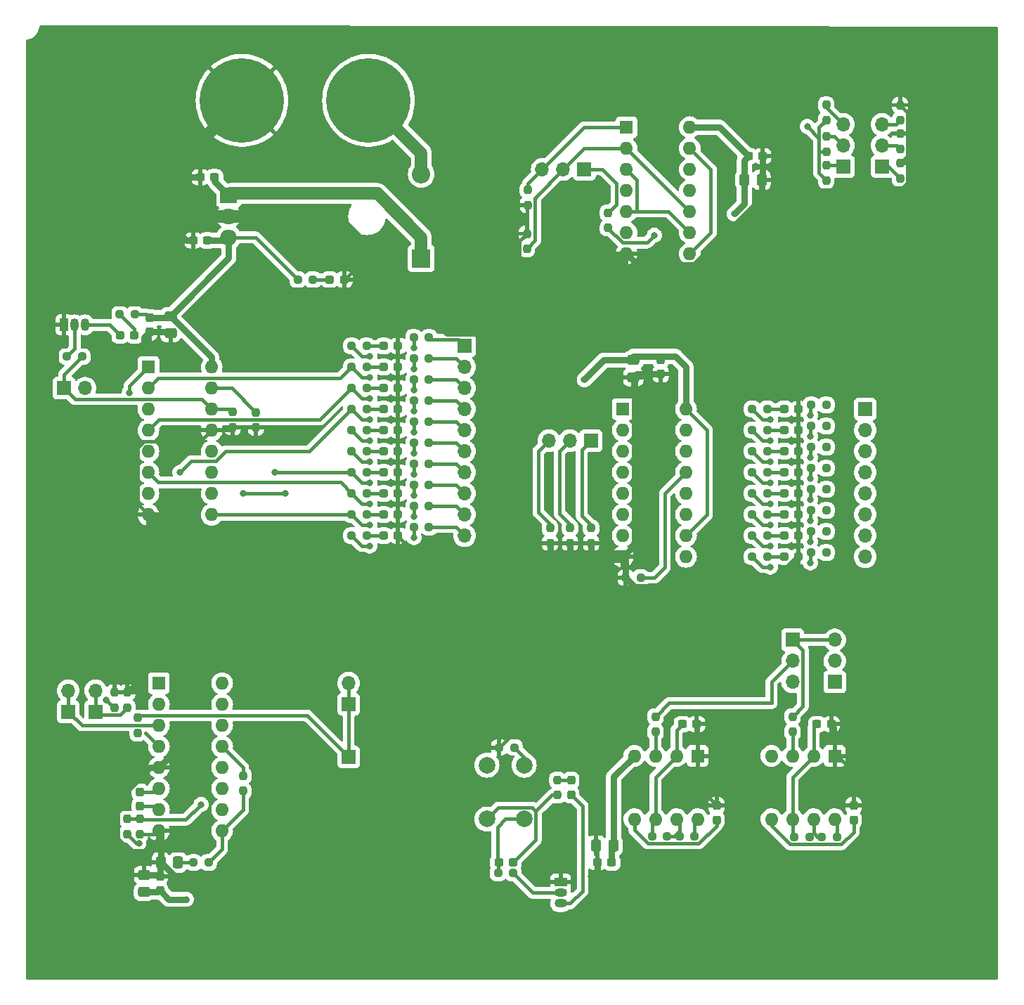
<source format=gbr>
%TF.GenerationSoftware,KiCad,Pcbnew,7.0.1*%
%TF.CreationDate,2023-04-17T00:19:08+03:00*%
%TF.ProjectId,exed,65786564-2e6b-4696-9361-645f70636258,rev?*%
%TF.SameCoordinates,Original*%
%TF.FileFunction,Copper,L1,Top*%
%TF.FilePolarity,Positive*%
%FSLAX46Y46*%
G04 Gerber Fmt 4.6, Leading zero omitted, Abs format (unit mm)*
G04 Created by KiCad (PCBNEW 7.0.1) date 2023-04-17 00:19:08*
%MOMM*%
%LPD*%
G01*
G04 APERTURE LIST*
G04 Aperture macros list*
%AMRoundRect*
0 Rectangle with rounded corners*
0 $1 Rounding radius*
0 $2 $3 $4 $5 $6 $7 $8 $9 X,Y pos of 4 corners*
0 Add a 4 corners polygon primitive as box body*
4,1,4,$2,$3,$4,$5,$6,$7,$8,$9,$2,$3,0*
0 Add four circle primitives for the rounded corners*
1,1,$1+$1,$2,$3*
1,1,$1+$1,$4,$5*
1,1,$1+$1,$6,$7*
1,1,$1+$1,$8,$9*
0 Add four rect primitives between the rounded corners*
20,1,$1+$1,$2,$3,$4,$5,0*
20,1,$1+$1,$4,$5,$6,$7,0*
20,1,$1+$1,$6,$7,$8,$9,0*
20,1,$1+$1,$8,$9,$2,$3,0*%
G04 Aperture macros list end*
%TA.AperFunction,ComponentPad*%
%ADD10R,1.700000X1.700000*%
%TD*%
%TA.AperFunction,ComponentPad*%
%ADD11O,1.700000X1.700000*%
%TD*%
%TA.AperFunction,SMDPad,CuDef*%
%ADD12RoundRect,0.237500X0.250000X0.237500X-0.250000X0.237500X-0.250000X-0.237500X0.250000X-0.237500X0*%
%TD*%
%TA.AperFunction,ComponentPad*%
%ADD13R,2.200000X2.200000*%
%TD*%
%TA.AperFunction,ComponentPad*%
%ADD14O,2.200000X2.200000*%
%TD*%
%TA.AperFunction,ComponentPad*%
%ADD15R,1.600000X1.600000*%
%TD*%
%TA.AperFunction,ComponentPad*%
%ADD16O,1.600000X1.600000*%
%TD*%
%TA.AperFunction,SMDPad,CuDef*%
%ADD17RoundRect,0.237500X-0.250000X-0.237500X0.250000X-0.237500X0.250000X0.237500X-0.250000X0.237500X0*%
%TD*%
%TA.AperFunction,ComponentPad*%
%ADD18R,2.000000X1.905000*%
%TD*%
%TA.AperFunction,ComponentPad*%
%ADD19O,2.000000X1.905000*%
%TD*%
%TA.AperFunction,SMDPad,CuDef*%
%ADD20RoundRect,0.237500X0.287500X0.237500X-0.287500X0.237500X-0.287500X-0.237500X0.287500X-0.237500X0*%
%TD*%
%TA.AperFunction,SMDPad,CuDef*%
%ADD21RoundRect,0.250000X0.337500X0.475000X-0.337500X0.475000X-0.337500X-0.475000X0.337500X-0.475000X0*%
%TD*%
%TA.AperFunction,SMDPad,CuDef*%
%ADD22RoundRect,0.237500X-0.237500X0.250000X-0.237500X-0.250000X0.237500X-0.250000X0.237500X0.250000X0*%
%TD*%
%TA.AperFunction,SMDPad,CuDef*%
%ADD23RoundRect,0.237500X-0.300000X-0.237500X0.300000X-0.237500X0.300000X0.237500X-0.300000X0.237500X0*%
%TD*%
%TA.AperFunction,SMDPad,CuDef*%
%ADD24RoundRect,0.237500X0.237500X-0.287500X0.237500X0.287500X-0.237500X0.287500X-0.237500X-0.287500X0*%
%TD*%
%TA.AperFunction,SMDPad,CuDef*%
%ADD25RoundRect,0.237500X0.300000X0.237500X-0.300000X0.237500X-0.300000X-0.237500X0.300000X-0.237500X0*%
%TD*%
%TA.AperFunction,SMDPad,CuDef*%
%ADD26RoundRect,0.237500X-0.287500X-0.237500X0.287500X-0.237500X0.287500X0.237500X-0.287500X0.237500X0*%
%TD*%
%TA.AperFunction,SMDPad,CuDef*%
%ADD27RoundRect,0.250000X0.475000X-0.337500X0.475000X0.337500X-0.475000X0.337500X-0.475000X-0.337500X0*%
%TD*%
%TA.AperFunction,ComponentPad*%
%ADD28R,1.500000X1.050000*%
%TD*%
%TA.AperFunction,ComponentPad*%
%ADD29O,1.500000X1.050000*%
%TD*%
%TA.AperFunction,ComponentPad*%
%ADD30R,1.050000X1.500000*%
%TD*%
%TA.AperFunction,ComponentPad*%
%ADD31O,1.050000X1.500000*%
%TD*%
%TA.AperFunction,ComponentPad*%
%ADD32C,10.160000*%
%TD*%
%TA.AperFunction,SMDPad,CuDef*%
%ADD33RoundRect,0.250000X-0.475000X0.337500X-0.475000X-0.337500X0.475000X-0.337500X0.475000X0.337500X0*%
%TD*%
%TA.AperFunction,SMDPad,CuDef*%
%ADD34RoundRect,0.250000X-0.337500X-0.475000X0.337500X-0.475000X0.337500X0.475000X-0.337500X0.475000X0*%
%TD*%
%TA.AperFunction,SMDPad,CuDef*%
%ADD35RoundRect,0.237500X-0.237500X0.300000X-0.237500X-0.300000X0.237500X-0.300000X0.237500X0.300000X0*%
%TD*%
%TA.AperFunction,SMDPad,CuDef*%
%ADD36RoundRect,0.237500X0.237500X-0.300000X0.237500X0.300000X-0.237500X0.300000X-0.237500X-0.300000X0*%
%TD*%
%TA.AperFunction,SMDPad,CuDef*%
%ADD37RoundRect,0.237500X0.237500X-0.250000X0.237500X0.250000X-0.237500X0.250000X-0.237500X-0.250000X0*%
%TD*%
%TA.AperFunction,ComponentPad*%
%ADD38C,2.000000*%
%TD*%
%TA.AperFunction,ViaPad*%
%ADD39C,0.800000*%
%TD*%
%TA.AperFunction,Conductor*%
%ADD40C,0.400000*%
%TD*%
%TA.AperFunction,Conductor*%
%ADD41C,1.500000*%
%TD*%
%TA.AperFunction,Conductor*%
%ADD42C,0.800000*%
%TD*%
G04 APERTURE END LIST*
D10*
%TO.P,J12,1,Pin_1*%
%TO.N,Net-(J12-Pin_1)*%
X152905489Y-68580000D03*
D11*
%TO.P,J12,2,Pin_2*%
%TO.N,Net-(J12-Pin_2)*%
X152905489Y-71120000D03*
%TO.P,J12,3,Pin_3*%
%TO.N,Net-(J12-Pin_3)*%
X152905489Y-73660000D03*
%TO.P,J12,4,Pin_4*%
%TO.N,Net-(J12-Pin_4)*%
X152905489Y-76200000D03*
%TO.P,J12,5,Pin_5*%
%TO.N,Net-(J12-Pin_5)*%
X152905489Y-78740000D03*
%TO.P,J12,6,Pin_6*%
%TO.N,Net-(J12-Pin_6)*%
X152905489Y-81280000D03*
%TO.P,J12,7,Pin_7*%
%TO.N,Net-(J12-Pin_7)*%
X152905489Y-83820000D03*
%TO.P,J12,8,Pin_8*%
%TO.N,Net-(J12-Pin_8)*%
X152905489Y-86360000D03*
%TO.P,J12,9,Pin_9*%
%TO.N,Net-(J12-Pin_9)*%
X152905489Y-88900000D03*
%TO.P,J12,10,Pin_10*%
%TO.N,Net-(J12-Pin_10)*%
X152905489Y-91440000D03*
%TD*%
D12*
%TO.P,R60,1*%
%TO.N,Net-(D19-A)*%
X141117989Y-83820000D03*
%TO.P,R60,2*%
%TO.N,Net-(U6-Q6)*%
X139292989Y-83820000D03*
%TD*%
D13*
%TO.P,D22,1,K*%
%TO.N,Net-(D22-K)*%
X147685000Y-58055000D03*
D14*
%TO.P,D22,2,A*%
%TO.N,Net-(D22-A)*%
X147685000Y-47895000D03*
%TD*%
D10*
%TO.P,J11,1,Pin_1*%
%TO.N,Net-(J11-Pin_1)*%
X104655489Y-73675000D03*
D11*
%TO.P,J11,2,Pin_2*%
%TO.N,Net-(J11-Pin_2)*%
X107195489Y-73675000D03*
%TD*%
D15*
%TO.P,U6,1,Q5*%
%TO.N,Net-(U6-Q5)*%
X114815489Y-71135000D03*
D16*
%TO.P,U6,2,Q1*%
%TO.N,Net-(U6-Q1)*%
X114815489Y-73675000D03*
%TO.P,U6,3,Q0*%
%TO.N,Net-(U6-Q0)*%
X114815489Y-76215000D03*
%TO.P,U6,4,Q2*%
%TO.N,Net-(U6-Q2)*%
X114815489Y-78755000D03*
%TO.P,U6,5,Q6*%
%TO.N,Net-(U6-Q6)*%
X114815489Y-81295000D03*
%TO.P,U6,6,Q7*%
%TO.N,Net-(U6-Q7)*%
X114815489Y-83835000D03*
%TO.P,U6,7,Q3*%
%TO.N,Net-(U6-Q3)*%
X114815489Y-86375000D03*
%TO.P,U6,8,VSS*%
%TO.N,GND*%
X114815489Y-88915000D03*
%TO.P,U6,9,Q8*%
%TO.N,Net-(U6-Q8)*%
X122435489Y-88915000D03*
%TO.P,U6,10,Q4*%
%TO.N,Net-(U6-Q4)*%
X122435489Y-86375000D03*
%TO.P,U6,11,Q9*%
%TO.N,Net-(U6-Q9)*%
X122435489Y-83835000D03*
%TO.P,U6,12,Cout*%
%TO.N,unconnected-(U6-Cout-Pad12)*%
X122435489Y-81295000D03*
%TO.P,U6,13,CKEN*%
%TO.N,GND*%
X122435489Y-78755000D03*
%TO.P,U6,14,CLK*%
%TO.N,Net-(J11-Pin_1)*%
X122435489Y-76215000D03*
%TO.P,U6,15,Reset*%
%TO.N,Net-(J11-Pin_2)*%
X122435489Y-73675000D03*
%TO.P,U6,16,VDD*%
%TO.N,+5V*%
X122435489Y-71135000D03*
%TD*%
D17*
%TO.P,R2,1*%
%TO.N,Net-(J7-Pin_3)*%
X156925000Y-132080000D03*
%TO.P,R2,2*%
%TO.N,Net-(Q1-B)*%
X158750000Y-132080000D03*
%TD*%
D18*
%TO.P,U1,1,VI*%
%TO.N,Net-(D22-K)*%
X124485000Y-50435000D03*
D19*
%TO.P,U1,2,GND*%
%TO.N,GND*%
X124485000Y-52975000D03*
%TO.P,U1,3,VO*%
%TO.N,+5V*%
X124485000Y-55515000D03*
%TD*%
D20*
%TO.P,D4,1,K*%
%TO.N,GND*%
X193150489Y-88885000D03*
%TO.P,D4,2,A*%
%TO.N,Net-(D4-A)*%
X191400489Y-88885000D03*
%TD*%
%TO.P,D11,1,K*%
%TO.N,GND*%
X144890489Y-71120000D03*
%TO.P,D11,2,A*%
%TO.N,Net-(D11-A)*%
X143140489Y-71120000D03*
%TD*%
D21*
%TO.P,C17,1*%
%TO.N,Net-(C17-Pad1)*%
X118382989Y-130810000D03*
%TO.P,C17,2*%
%TO.N,GND*%
X116307989Y-130810000D03*
%TD*%
D20*
%TO.P,D5,1,K*%
%TO.N,GND*%
X193150489Y-93965000D03*
%TO.P,D5,2,A*%
%TO.N,Net-(D5-A)*%
X191400489Y-93965000D03*
%TD*%
D15*
%TO.P,U4,1,QB*%
%TO.N,Net-(U4-QB)*%
X171955489Y-76200000D03*
D16*
%TO.P,U4,2,QC*%
%TO.N,Net-(U4-QC)*%
X171955489Y-78740000D03*
%TO.P,U4,3,QD*%
%TO.N,Net-(U4-QD)*%
X171955489Y-81280000D03*
%TO.P,U4,4,QE*%
%TO.N,Net-(U4-QE)*%
X171955489Y-83820000D03*
%TO.P,U4,5,QF*%
%TO.N,Net-(U4-QF)*%
X171955489Y-86360000D03*
%TO.P,U4,6,QG*%
%TO.N,Net-(U4-QG)*%
X171955489Y-88900000D03*
%TO.P,U4,7,QH*%
%TO.N,Net-(U4-QH)*%
X171955489Y-91440000D03*
%TO.P,U4,8,GND*%
%TO.N,GND*%
X171955489Y-93980000D03*
%TO.P,U4,9,QH'*%
%TO.N,unconnected-(U4-QH'-Pad9)*%
X179575489Y-93980000D03*
%TO.P,U4,10,~{SRCLR}*%
%TO.N,+5V*%
X179575489Y-91440000D03*
%TO.P,U4,11,SRCLK*%
%TO.N,Net-(J3-Pin_2)*%
X179575489Y-88900000D03*
%TO.P,U4,12,RCLK*%
%TO.N,Net-(J3-Pin_1)*%
X179575489Y-86360000D03*
%TO.P,U4,13,~{OE}*%
%TO.N,Net-(U4-~{OE})*%
X179575489Y-83820000D03*
%TO.P,U4,14,SER*%
%TO.N,Net-(J3-Pin_3)*%
X179575489Y-81280000D03*
%TO.P,U4,15,QA*%
%TO.N,Net-(U4-QA)*%
X179575489Y-78740000D03*
%TO.P,U4,16,VCC*%
%TO.N,+5V*%
X179575489Y-76200000D03*
%TD*%
D12*
%TO.P,R58,1*%
%TO.N,Net-(D18-A)*%
X141117989Y-78740000D03*
%TO.P,R58,2*%
%TO.N,Net-(U6-Q4)*%
X139292989Y-78740000D03*
%TD*%
D20*
%TO.P,D17,1,K*%
%TO.N,GND*%
X144890489Y-73660000D03*
%TO.P,D17,2,A*%
%TO.N,Net-(D17-A)*%
X143140489Y-73660000D03*
%TD*%
D12*
%TO.P,R28,1*%
%TO.N,Net-(D4-A)*%
X189377989Y-88885000D03*
%TO.P,R28,2*%
%TO.N,Net-(U4-QF)*%
X187552989Y-88885000D03*
%TD*%
D17*
%TO.P,R64,1*%
%TO.N,+5V*%
X132802500Y-60595000D03*
%TO.P,R64,2*%
%TO.N,Net-(D21-A)*%
X134627500Y-60595000D03*
%TD*%
D10*
%TO.P,J4,1,Pin_1*%
%TO.N,Net-(J4-Pin_1)*%
X167336890Y-47318291D03*
D11*
%TO.P,J4,2,Pin_2*%
%TO.N,Net-(J4-Pin_2)*%
X164796890Y-47318291D03*
%TO.P,J4,3,Pin_3*%
%TO.N,Net-(J4-Pin_3)*%
X162256890Y-47318291D03*
%TD*%
D20*
%TO.P,D2,1,K*%
%TO.N,GND*%
X193150489Y-78725000D03*
%TO.P,D2,2,A*%
%TO.N,Net-(D2-A)*%
X191400489Y-78725000D03*
%TD*%
D10*
%TO.P,J7,1,Pin_1*%
%TO.N,Net-(J7-Pin_1)*%
X192415000Y-104000489D03*
D11*
%TO.P,J7,2,Pin_2*%
%TO.N,Net-(J7-Pin_2)*%
X192415000Y-106540489D03*
%TO.P,J7,3,Pin_3*%
%TO.N,Net-(J7-Pin_3)*%
X192415000Y-109080489D03*
%TD*%
D22*
%TO.P,R12,1*%
%TO.N,Net-(J7-Pin_2)*%
X175905000Y-113247989D03*
%TO.P,R12,2*%
%TO.N,Net-(U2-Q)*%
X175905000Y-115072989D03*
%TD*%
D20*
%TO.P,D7,1,K*%
%TO.N,GND*%
X193150489Y-81265000D03*
%TO.P,D7,2,A*%
%TO.N,Net-(D7-A)*%
X191400489Y-81265000D03*
%TD*%
D10*
%TO.P,J3,1,Pin_1*%
%TO.N,Net-(J3-Pin_1)*%
X168130489Y-79995000D03*
D11*
%TO.P,J3,2,Pin_2*%
%TO.N,Net-(J3-Pin_2)*%
X165590489Y-79995000D03*
%TO.P,J3,3,Pin_3*%
%TO.N,Net-(J3-Pin_3)*%
X163050489Y-79995000D03*
%TD*%
D23*
%TO.P,C13,1*%
%TO.N,+5V*%
X187097500Y-45720000D03*
%TO.P,C13,2*%
%TO.N,GND*%
X188822500Y-45720000D03*
%TD*%
D20*
%TO.P,D13,1,K*%
%TO.N,GND*%
X144890489Y-81280000D03*
%TO.P,D13,2,A*%
%TO.N,Net-(D13-A)*%
X143140489Y-81280000D03*
%TD*%
D12*
%TO.P,R56,1*%
%TO.N,Net-(D17-A)*%
X141117989Y-73660000D03*
%TO.P,R56,2*%
%TO.N,Net-(U6-Q2)*%
X139292989Y-73660000D03*
%TD*%
D20*
%TO.P,D16,1,K*%
%TO.N,GND*%
X144890489Y-68580000D03*
%TO.P,D16,2,A*%
%TO.N,Net-(D16-A)*%
X143140489Y-68580000D03*
%TD*%
D24*
%TO.P,D1,1,K*%
%TO.N,Net-(D1-K)*%
X165745000Y-122655489D03*
%TO.P,D1,2,A*%
%TO.N,Net-(D1-A)*%
X165745000Y-120905489D03*
%TD*%
D15*
%TO.P,U7,1,PCP*%
%TO.N,unconnected-(U7-PCP-Pad1)*%
X116075489Y-109220000D03*
D16*
%TO.P,U7,2,PC1*%
%TO.N,unconnected-(U7-PC1-Pad2)*%
X116075489Y-111760000D03*
%TO.P,U7,3,RefIn*%
%TO.N,Net-(J9-Pin_1)*%
X116075489Y-114300000D03*
%TO.P,U7,4,FOUT*%
%TO.N,Net-(U7-FOUT)*%
X116075489Y-116840000D03*
%TO.P,U7,5,Inh*%
%TO.N,GND*%
X116075489Y-119380000D03*
%TO.P,U7,6,C1*%
%TO.N,Net-(U7-C1)*%
X116075489Y-121920000D03*
%TO.P,U7,7,C2*%
%TO.N,Net-(U7-C2)*%
X116075489Y-124460000D03*
%TO.P,U7,8,VSS*%
%TO.N,GND*%
X116075489Y-127000000D03*
%TO.P,U7,9,VCOin*%
%TO.N,Net-(U7-VCOin)*%
X123695489Y-127000000D03*
%TO.P,U7,10,SFout*%
%TO.N,unconnected-(U7-SFout-Pad10)*%
X123695489Y-124460000D03*
%TO.P,U7,11,R1*%
%TO.N,Net-(U7-R1)*%
X123695489Y-121920000D03*
%TO.P,U7,12,R2*%
%TO.N,Net-(U7-R2)*%
X123695489Y-119380000D03*
%TO.P,U7,13,PC2*%
%TO.N,Net-(U7-PC2)*%
X123695489Y-116840000D03*
%TO.P,U7,14,SigIn*%
%TO.N,Net-(J10-Pin_1)*%
X123695489Y-114300000D03*
%TO.P,U7,15,ZOUT*%
%TO.N,unconnected-(U7-ZOUT-Pad15)*%
X123695489Y-111760000D03*
%TO.P,U7,16,VDD*%
%TO.N,+5V*%
X123695489Y-109220000D03*
%TD*%
D25*
%TO.P,C6,1*%
%TO.N,+5V*%
X121920000Y-55880000D03*
%TO.P,C6,2*%
%TO.N,GND*%
X120195000Y-55880000D03*
%TD*%
D26*
%TO.P,D10,1,K*%
%TO.N,Net-(D10-K)*%
X111400489Y-67325000D03*
%TO.P,D10,2,A*%
%TO.N,Net-(D10-A)*%
X113150489Y-67325000D03*
%TD*%
D20*
%TO.P,D18,1,K*%
%TO.N,GND*%
X144890489Y-78740000D03*
%TO.P,D18,2,A*%
%TO.N,Net-(D18-A)*%
X143140489Y-78740000D03*
%TD*%
D12*
%TO.P,R55,1*%
%TO.N,Net-(D11-A)*%
X141117989Y-71120000D03*
%TO.P,R55,2*%
%TO.N,Net-(U6-Q1)*%
X139292989Y-71120000D03*
%TD*%
D15*
%TO.P,U5,1,GND*%
%TO.N,GND*%
X197485000Y-117980489D03*
D16*
%TO.P,U5,2,TR*%
%TO.N,Net-(U5-THR)*%
X194945000Y-117980489D03*
%TO.P,U5,3,Q*%
%TO.N,Net-(U5-Q)*%
X192405000Y-117980489D03*
%TO.P,U5,4,R*%
%TO.N,+5V*%
X189865000Y-117980489D03*
%TO.P,U5,5,CV*%
%TO.N,Net-(U5-CV)*%
X189865000Y-125600489D03*
%TO.P,U5,6,THR*%
%TO.N,Net-(U5-THR)*%
X192405000Y-125600489D03*
%TO.P,U5,7,DIS*%
%TO.N,Net-(U5-DIS)*%
X194945000Y-125600489D03*
%TO.P,U5,8,VCC*%
%TO.N,+5V*%
X197485000Y-125600489D03*
%TD*%
D17*
%TO.P,R30,1*%
%TO.N,Net-(U4-QH)*%
X187552989Y-93965000D03*
%TO.P,R30,2*%
%TO.N,Net-(D5-A)*%
X189377989Y-93965000D03*
%TD*%
D27*
%TO.P,C19,1*%
%TO.N,GND*%
X117475000Y-67077500D03*
%TO.P,C19,2*%
%TO.N,+5V*%
X117475000Y-65002500D03*
%TD*%
D20*
%TO.P,D9,1,K*%
%TO.N,GND*%
X193150489Y-91425000D03*
%TO.P,D9,2,A*%
%TO.N,Net-(D9-A)*%
X191400489Y-91425000D03*
%TD*%
D25*
%TO.P,C1,1*%
%TO.N,Net-(D22-K)*%
X122782500Y-48260000D03*
%TO.P,C1,2*%
%TO.N,GND*%
X121057500Y-48260000D03*
%TD*%
D28*
%TO.P,Q1,1,E*%
%TO.N,GND*%
X164475000Y-133210489D03*
D29*
%TO.P,Q1,2,B*%
%TO.N,Net-(Q1-B)*%
X164475000Y-134480489D03*
%TO.P,Q1,3,C*%
%TO.N,Net-(D1-K)*%
X164475000Y-135750489D03*
%TD*%
D17*
%TO.P,R38,1*%
%TO.N,Net-(D10-A)*%
X111362989Y-64785000D03*
%TO.P,R38,2*%
%TO.N,+5V*%
X113187989Y-64785000D03*
%TD*%
D30*
%TO.P,Q2,1,E*%
%TO.N,GND*%
X104655489Y-66055000D03*
D31*
%TO.P,Q2,2,B*%
%TO.N,Net-(Q2-B)*%
X105925489Y-66055000D03*
%TO.P,Q2,3,C*%
%TO.N,Net-(D10-K)*%
X107195489Y-66055000D03*
%TD*%
D10*
%TO.P,J14,1,Pin_1*%
%TO.N,Net-(J13-Pin_1)*%
X138935489Y-118110000D03*
%TD*%
%TO.P,J8,1,Pin_1*%
%TO.N,Net-(J7-Pin_3)*%
X197495000Y-109080489D03*
D11*
%TO.P,J8,2,Pin_2*%
%TO.N,Net-(J7-Pin_2)*%
X197495000Y-106540489D03*
%TO.P,J8,3,Pin_3*%
%TO.N,Net-(J7-Pin_1)*%
X197495000Y-104000489D03*
%TD*%
D12*
%TO.P,R24,1*%
%TO.N,Net-(D2-A)*%
X189377989Y-78725000D03*
%TO.P,R24,2*%
%TO.N,Net-(U4-QB)*%
X187552989Y-78725000D03*
%TD*%
D10*
%TO.P,J15,1,Pin_1*%
%TO.N,Net-(J15-Pin_1)*%
X203200000Y-46990000D03*
D11*
%TO.P,J15,2,Pin_2*%
%TO.N,Net-(J15-Pin_2)*%
X203200000Y-44450000D03*
%TO.P,J15,3,Pin_3*%
%TO.N,Net-(J15-Pin_3)*%
X203200000Y-41910000D03*
%TD*%
D32*
%TO.P,J2,1,Pin_1*%
%TO.N,GND*%
X126095000Y-39005000D03*
%TD*%
D20*
%TO.P,D8,1,K*%
%TO.N,GND*%
X193150489Y-86345000D03*
%TO.P,D8,2,A*%
%TO.N,Net-(D8-A)*%
X191400489Y-86345000D03*
%TD*%
D33*
%TO.P,C4,1*%
%TO.N,+5V*%
X173225489Y-70300000D03*
%TO.P,C4,2*%
%TO.N,GND*%
X173225489Y-72375000D03*
%TD*%
D32*
%TO.P,J1,1,Pin_1*%
%TO.N,Net-(D22-A)*%
X141335000Y-39005000D03*
%TD*%
D10*
%TO.P,J6,1,Pin_1*%
%TO.N,Net-(J6-Pin_1)*%
X201165489Y-76200000D03*
D11*
%TO.P,J6,2,Pin_2*%
%TO.N,Net-(J6-Pin_2)*%
X201165489Y-78740000D03*
%TO.P,J6,3,Pin_3*%
%TO.N,Net-(J6-Pin_3)*%
X201165489Y-81280000D03*
%TO.P,J6,4,Pin_4*%
%TO.N,Net-(J6-Pin_4)*%
X201165489Y-83820000D03*
%TO.P,J6,5,Pin_5*%
%TO.N,Net-(J6-Pin_5)*%
X201165489Y-86360000D03*
%TO.P,J6,6,Pin_6*%
%TO.N,Net-(J6-Pin_6)*%
X201165489Y-88900000D03*
%TO.P,J6,7,Pin_7*%
%TO.N,Net-(J6-Pin_7)*%
X201165489Y-91440000D03*
%TO.P,J6,8,Pin_8*%
%TO.N,Net-(J6-Pin_8)*%
X201165489Y-93980000D03*
%TD*%
D17*
%TO.P,R51,1*%
%TO.N,Net-(C17-Pad1)*%
X120242989Y-130810000D03*
%TO.P,R51,2*%
%TO.N,Net-(U7-VCOin)*%
X122067989Y-130810000D03*
%TD*%
D12*
%TO.P,R57,1*%
%TO.N,Net-(D12-A)*%
X141117989Y-76200000D03*
%TO.P,R57,2*%
%TO.N,Net-(U6-Q3)*%
X139292989Y-76200000D03*
%TD*%
D20*
%TO.P,D14,1,K*%
%TO.N,GND*%
X144890489Y-86360000D03*
%TO.P,D14,2,A*%
%TO.N,Net-(D14-A)*%
X143140489Y-86360000D03*
%TD*%
D12*
%TO.P,R26,1*%
%TO.N,Net-(D3-A)*%
X189377989Y-83805000D03*
%TO.P,R26,2*%
%TO.N,Net-(U4-QD)*%
X187552989Y-83805000D03*
%TD*%
D34*
%TO.P,C12,1*%
%TO.N,+5V*%
X186619390Y-48588291D03*
%TO.P,C12,2*%
%TO.N,GND*%
X188694390Y-48588291D03*
%TD*%
D12*
%TO.P,R54,1*%
%TO.N,Net-(D16-A)*%
X141117989Y-68580000D03*
%TO.P,R54,2*%
%TO.N,Net-(U6-Q0)*%
X139292989Y-68580000D03*
%TD*%
D23*
%TO.P,C11,1*%
%TO.N,Net-(U5-THR)*%
X195362500Y-114160489D03*
%TO.P,C11,2*%
%TO.N,GND*%
X197087500Y-114160489D03*
%TD*%
D12*
%TO.P,R59,1*%
%TO.N,Net-(D13-A)*%
X141117989Y-81280000D03*
%TO.P,R59,2*%
%TO.N,Net-(U6-Q5)*%
X139292989Y-81280000D03*
%TD*%
%TO.P,R61,1*%
%TO.N,Net-(D14-A)*%
X141117989Y-86360000D03*
%TO.P,R61,2*%
%TO.N,Net-(U6-Q7)*%
X139292989Y-86360000D03*
%TD*%
D22*
%TO.P,R32,1*%
%TO.N,Net-(J7-Pin_1)*%
X192415000Y-113247989D03*
%TO.P,R32,2*%
%TO.N,Net-(U5-Q)*%
X192415000Y-115072989D03*
%TD*%
D12*
%TO.P,R27,1*%
%TO.N,Net-(D8-A)*%
X189377989Y-86345000D03*
%TO.P,R27,2*%
%TO.N,Net-(U4-QE)*%
X187552989Y-86345000D03*
%TD*%
D17*
%TO.P,R63,1*%
%TO.N,Net-(U6-Q9)*%
X139292989Y-91440000D03*
%TO.P,R63,2*%
%TO.N,Net-(D15-A)*%
X141117989Y-91440000D03*
%TD*%
D12*
%TO.P,R29,1*%
%TO.N,Net-(D9-A)*%
X189377989Y-91425000D03*
%TO.P,R29,2*%
%TO.N,Net-(U4-QG)*%
X187552989Y-91425000D03*
%TD*%
D10*
%TO.P,J10,1,Pin_1*%
%TO.N,Net-(J10-Pin_1)*%
X108455489Y-112649000D03*
D11*
%TO.P,J10,2,Pin_2*%
X108455489Y-110109000D03*
%TD*%
D20*
%TO.P,D19,1,K*%
%TO.N,GND*%
X144890489Y-83820000D03*
%TO.P,D19,2,A*%
%TO.N,Net-(D19-A)*%
X143140489Y-83820000D03*
%TD*%
D27*
%TO.P,C15,1*%
%TO.N,+5V*%
X114300000Y-134387500D03*
%TO.P,C15,2*%
%TO.N,GND*%
X114300000Y-132312500D03*
%TD*%
D35*
%TO.P,C5,1*%
%TO.N,+5V*%
X176530000Y-70257500D03*
%TO.P,C5,2*%
%TO.N,GND*%
X176530000Y-71982500D03*
%TD*%
D20*
%TO.P,D3,1,K*%
%TO.N,GND*%
X193150489Y-83805000D03*
%TO.P,D3,2,A*%
%TO.N,Net-(D3-A)*%
X191400489Y-83805000D03*
%TD*%
D36*
%TO.P,C16,1*%
%TO.N,+5V*%
X116205000Y-134212500D03*
%TO.P,C16,2*%
%TO.N,GND*%
X116205000Y-132487500D03*
%TD*%
D23*
%TO.P,C7,1*%
%TO.N,Net-(U2-THR)*%
X179145000Y-114160489D03*
%TO.P,C7,2*%
%TO.N,GND*%
X180870000Y-114160489D03*
%TD*%
D35*
%TO.P,C18,1*%
%TO.N,+5V*%
X114935000Y-65192500D03*
%TO.P,C18,2*%
%TO.N,GND*%
X114935000Y-66917500D03*
%TD*%
D17*
%TO.P,R11,1*%
%TO.N,GND*%
X172312989Y-96505000D03*
%TO.P,R11,2*%
%TO.N,Net-(U4-~{OE})*%
X174137989Y-96505000D03*
%TD*%
D11*
%TO.P,J5,3,Pin_3*%
%TO.N,Net-(J5-Pin_3)*%
X198550000Y-41910000D03*
%TO.P,J5,2,Pin_2*%
%TO.N,Net-(J5-Pin_2)*%
X198550000Y-44450000D03*
D10*
%TO.P,J5,1,Pin_1*%
%TO.N,Net-(J5-Pin_1)*%
X198550000Y-46990000D03*
%TD*%
D15*
%TO.P,U2,1,GND*%
%TO.N,GND*%
X180975000Y-117980489D03*
D16*
%TO.P,U2,2,TR*%
%TO.N,Net-(U2-THR)*%
X178435000Y-117980489D03*
%TO.P,U2,3,Q*%
%TO.N,Net-(U2-Q)*%
X175895000Y-117980489D03*
%TO.P,U2,4,R*%
%TO.N,+5V*%
X173355000Y-117980489D03*
%TO.P,U2,5,CV*%
%TO.N,Net-(U2-CV)*%
X173355000Y-125600489D03*
%TO.P,U2,6,THR*%
%TO.N,Net-(U2-THR)*%
X175895000Y-125600489D03*
%TO.P,U2,7,DIS*%
%TO.N,Net-(U2-DIS)*%
X178435000Y-125600489D03*
%TO.P,U2,8,VCC*%
%TO.N,+5V*%
X180975000Y-125600489D03*
%TD*%
D37*
%TO.P,R1,1*%
%TO.N,+5V*%
X164084000Y-122705500D03*
%TO.P,R1,2*%
%TO.N,Net-(D1-A)*%
X164084000Y-120880500D03*
%TD*%
D38*
%TO.P,SW1,1,1*%
%TO.N,+5V*%
X155585000Y-125590489D03*
X155585000Y-119090489D03*
%TO.P,SW1,2,2*%
%TO.N,Net-(J7-Pin_3)*%
X160085000Y-125590489D03*
X160085000Y-119090489D03*
%TD*%
D12*
%TO.P,R25,1*%
%TO.N,Net-(D7-A)*%
X189377989Y-81265000D03*
%TO.P,R25,2*%
%TO.N,Net-(U4-QC)*%
X187552989Y-81265000D03*
%TD*%
D25*
%TO.P,C2,1*%
%TO.N,+5V*%
X158750000Y-130810000D03*
%TO.P,C2,2*%
%TO.N,Net-(J7-Pin_3)*%
X157025000Y-130810000D03*
%TD*%
D20*
%TO.P,D15,1,K*%
%TO.N,GND*%
X144890489Y-91440000D03*
%TO.P,D15,2,A*%
%TO.N,Net-(D15-A)*%
X143140489Y-91440000D03*
%TD*%
%TO.P,D12,1,K*%
%TO.N,GND*%
X144890489Y-76200000D03*
%TO.P,D12,2,A*%
%TO.N,Net-(D12-A)*%
X143140489Y-76200000D03*
%TD*%
D15*
%TO.P,U3,1*%
%TO.N,Net-(J4-Pin_3)*%
X172416890Y-42238291D03*
D16*
%TO.P,U3,2*%
%TO.N,Net-(J4-Pin_2)*%
X172416890Y-44778291D03*
%TO.P,U3,3*%
%TO.N,Net-(U3-Pad3)*%
X172416890Y-47318291D03*
%TO.P,U3,4*%
%TO.N,Net-(J4-Pin_3)*%
X172416890Y-49858291D03*
%TO.P,U3,5*%
%TO.N,Net-(U3-Pad3)*%
X172416890Y-52398291D03*
%TO.P,U3,6*%
%TO.N,Net-(U3-Pad12)*%
X172416890Y-54938291D03*
%TO.P,U3,7,GND*%
%TO.N,GND*%
X172416890Y-57478291D03*
%TO.P,U3,8*%
%TO.N,Net-(U3-Pad13)*%
X180036890Y-57478291D03*
%TO.P,U3,9*%
%TO.N,Net-(U3-Pad3)*%
X180036890Y-54938291D03*
%TO.P,U3,10*%
%TO.N,Net-(J4-Pin_2)*%
X180036890Y-52398291D03*
%TO.P,U3,11*%
%TO.N,Net-(R31-Pad1)*%
X180036890Y-49858291D03*
%TO.P,U3,12*%
%TO.N,Net-(U3-Pad12)*%
X180036890Y-47318291D03*
%TO.P,U3,13*%
%TO.N,Net-(U3-Pad13)*%
X180036890Y-44778291D03*
%TO.P,U3,14,VCC*%
%TO.N,+5V*%
X180036890Y-42238291D03*
%TD*%
D20*
%TO.P,D6,1,K*%
%TO.N,GND*%
X193150489Y-76185000D03*
%TO.P,D6,2,A*%
%TO.N,Net-(D6-A)*%
X191400489Y-76185000D03*
%TD*%
D10*
%TO.P,J9,1,Pin_1*%
%TO.N,Net-(J9-Pin_1)*%
X105156000Y-112654000D03*
D11*
%TO.P,J9,2,Pin_2*%
X105156000Y-110114000D03*
%TD*%
D12*
%TO.P,R62,1*%
%TO.N,Net-(D20-A)*%
X141117989Y-88900000D03*
%TO.P,R62,2*%
%TO.N,Net-(U6-Q8)*%
X139292989Y-88900000D03*
%TD*%
D37*
%TO.P,R49,1*%
%TO.N,Net-(U7-FOUT)*%
X113535489Y-115212500D03*
%TO.P,R49,2*%
%TO.N,Net-(J13-Pin_1)*%
X113535489Y-113387500D03*
%TD*%
D20*
%TO.P,D21,1,K*%
%TO.N,GND*%
X138400000Y-60595000D03*
%TO.P,D21,2,A*%
%TO.N,Net-(D21-A)*%
X136650000Y-60595000D03*
%TD*%
D10*
%TO.P,J13,1,Pin_1*%
%TO.N,Net-(J13-Pin_1)*%
X138935489Y-111760000D03*
D11*
%TO.P,J13,2,Pin_2*%
X138935489Y-109220000D03*
%TD*%
D12*
%TO.P,R23,1*%
%TO.N,Net-(D6-A)*%
X189377989Y-76185000D03*
%TO.P,R23,2*%
%TO.N,Net-(U4-QA)*%
X187552989Y-76185000D03*
%TD*%
D20*
%TO.P,D20,1,K*%
%TO.N,GND*%
X144890489Y-88900000D03*
%TO.P,D20,2,A*%
%TO.N,Net-(D20-A)*%
X143140489Y-88900000D03*
%TD*%
D37*
%TO.P,R6,1*%
%TO.N,GND*%
X163195000Y-92352500D03*
%TO.P,R6,2*%
%TO.N,Net-(J3-Pin_3)*%
X163195000Y-90527500D03*
%TD*%
D12*
%TO.P,R9,1*%
%TO.N,Net-(U2-DIS)*%
X177315500Y-127635000D03*
%TO.P,R9,2*%
%TO.N,Net-(U2-THR)*%
X175490500Y-127635000D03*
%TD*%
D37*
%TO.P,R31,1*%
%TO.N,Net-(R31-Pad1)*%
X170180000Y-54379500D03*
%TO.P,R31,2*%
%TO.N,Net-(J4-Pin_1)*%
X170180000Y-52554500D03*
%TD*%
D12*
%TO.P,R22,1*%
%TO.N,Net-(U5-DIS)*%
X194460500Y-127762000D03*
%TO.P,R22,2*%
%TO.N,Net-(U5-THR)*%
X192635500Y-127762000D03*
%TD*%
%TO.P,R8,1*%
%TO.N,+5V*%
X180617500Y-127635000D03*
%TO.P,R8,2*%
%TO.N,Net-(U2-DIS)*%
X178792500Y-127635000D03*
%TD*%
D35*
%TO.P,C3,1*%
%TO.N,GND*%
X183261000Y-123978500D03*
%TO.P,C3,2*%
%TO.N,Net-(U2-CV)*%
X183261000Y-125703500D03*
%TD*%
D37*
%TO.P,R4,1*%
%TO.N,GND*%
X168145489Y-92352500D03*
%TO.P,R4,2*%
%TO.N,Net-(J3-Pin_1)*%
X168145489Y-90527500D03*
%TD*%
D22*
%TO.P,R65,1*%
%TO.N,Net-(J5-Pin_1)*%
X196469000Y-46816000D03*
%TO.P,R65,2*%
%TO.N,+5V*%
X196469000Y-48641000D03*
%TD*%
D12*
%TO.P,R16,1*%
%TO.N,Net-(J6-Pin_4)*%
X196492500Y-83312000D03*
%TO.P,R16,2*%
%TO.N,Net-(U4-QD)*%
X194667500Y-83312000D03*
%TD*%
%TO.P,R53,1*%
%TO.N,Net-(J12-Pin_10)*%
X148624130Y-90424000D03*
%TO.P,R53,2*%
%TO.N,Net-(U6-Q9)*%
X146799130Y-90424000D03*
%TD*%
%TO.P,R18,1*%
%TO.N,Net-(J6-Pin_6)*%
X196492500Y-88392000D03*
%TO.P,R18,2*%
%TO.N,Net-(U4-QF)*%
X194667500Y-88392000D03*
%TD*%
D37*
%TO.P,R46,1*%
%TO.N,Net-(U7-VCOin)*%
X126238000Y-122197500D03*
%TO.P,R46,2*%
%TO.N,Net-(U7-PC2)*%
X126238000Y-120372500D03*
%TD*%
D12*
%TO.P,R17,1*%
%TO.N,Net-(J6-Pin_5)*%
X196492500Y-85852000D03*
%TO.P,R17,2*%
%TO.N,Net-(U4-QE)*%
X194667500Y-85852000D03*
%TD*%
D22*
%TO.P,R7,1*%
%TO.N,Net-(J4-Pin_3)*%
X160528000Y-49784000D03*
%TO.P,R7,2*%
%TO.N,GND*%
X160528000Y-51609000D03*
%TD*%
%TO.P,R37,1*%
%TO.N,Net-(U7-R1)*%
X112268000Y-125579500D03*
%TO.P,R37,2*%
%TO.N,Net-(U7-R2)*%
X112268000Y-127404500D03*
%TD*%
%TO.P,R34,1*%
%TO.N,Net-(J11-Pin_1)*%
X124965489Y-76557500D03*
%TO.P,R34,2*%
%TO.N,GND*%
X124965489Y-78382500D03*
%TD*%
D12*
%TO.P,R42,1*%
%TO.N,Net-(J12-Pin_2)*%
X148624130Y-70104000D03*
%TO.P,R42,2*%
%TO.N,Net-(U6-Q1)*%
X146799130Y-70104000D03*
%TD*%
%TO.P,R43,1*%
%TO.N,Net-(J12-Pin_3)*%
X148624130Y-72644000D03*
%TO.P,R43,2*%
%TO.N,Net-(U6-Q2)*%
X146799130Y-72644000D03*
%TD*%
%TO.P,R52,1*%
%TO.N,Net-(J12-Pin_9)*%
X148624130Y-87884000D03*
%TO.P,R52,2*%
%TO.N,Net-(U6-Q8)*%
X146799130Y-87884000D03*
%TD*%
%TO.P,R47,1*%
%TO.N,Net-(J12-Pin_6)*%
X148624130Y-80264000D03*
%TO.P,R47,2*%
%TO.N,Net-(U6-Q5)*%
X146799130Y-80264000D03*
%TD*%
D37*
%TO.P,R68,1*%
%TO.N,Net-(J15-Pin_1)*%
X205359000Y-48387000D03*
%TO.P,R68,2*%
%TO.N,GND*%
X205359000Y-46562000D03*
%TD*%
D17*
%TO.P,R13,1*%
%TO.N,Net-(U4-QA)*%
X194667500Y-75692000D03*
%TO.P,R13,2*%
%TO.N,Net-(J6-Pin_1)*%
X196492500Y-75692000D03*
%TD*%
%TO.P,R41,1*%
%TO.N,Net-(U6-Q0)*%
X146799130Y-67564000D03*
%TO.P,R41,2*%
%TO.N,Net-(J12-Pin_1)*%
X148624130Y-67564000D03*
%TD*%
D12*
%TO.P,R21,1*%
%TO.N,+5V*%
X197762500Y-127762000D03*
%TO.P,R21,2*%
%TO.N,Net-(U5-DIS)*%
X195937500Y-127762000D03*
%TD*%
%TO.P,R48,1*%
%TO.N,Net-(J12-Pin_7)*%
X148624130Y-82804000D03*
%TO.P,R48,2*%
%TO.N,Net-(U6-Q6)*%
X146799130Y-82804000D03*
%TD*%
D22*
%TO.P,R66,1*%
%TO.N,Net-(J5-Pin_2)*%
X196469000Y-43363500D03*
%TO.P,R66,2*%
%TO.N,+5V*%
X196469000Y-45188500D03*
%TD*%
D12*
%TO.P,R45,1*%
%TO.N,Net-(J12-Pin_5)*%
X148624130Y-77724000D03*
%TO.P,R45,2*%
%TO.N,Net-(U6-Q4)*%
X146799130Y-77724000D03*
%TD*%
D17*
%TO.P,R33,1*%
%TO.N,Net-(Q2-B)*%
X105012989Y-69865000D03*
%TO.P,R33,2*%
%TO.N,Net-(J11-Pin_1)*%
X106837989Y-69865000D03*
%TD*%
D12*
%TO.P,R14,1*%
%TO.N,Net-(J6-Pin_2)*%
X196492500Y-78232000D03*
%TO.P,R14,2*%
%TO.N,Net-(U4-QB)*%
X194667500Y-78232000D03*
%TD*%
D36*
%TO.P,C14,1*%
%TO.N,Net-(U7-C2)*%
X113792000Y-124052500D03*
%TO.P,C14,2*%
%TO.N,Net-(U7-C1)*%
X113792000Y-122327500D03*
%TD*%
D12*
%TO.P,R20,1*%
%TO.N,Net-(J6-Pin_8)*%
X196492500Y-93472000D03*
%TO.P,R20,2*%
%TO.N,Net-(U4-QH)*%
X194667500Y-93472000D03*
%TD*%
D25*
%TO.P,C9,1*%
%TO.N,+5V*%
X170635000Y-130810000D03*
%TO.P,C9,2*%
%TO.N,GND*%
X168910000Y-130810000D03*
%TD*%
D34*
%TO.P,C8,1*%
%TO.N,GND*%
X168761500Y-128778000D03*
%TO.P,C8,2*%
%TO.N,+5V*%
X170836500Y-128778000D03*
%TD*%
D22*
%TO.P,R40,1*%
%TO.N,GND*%
X110744000Y-110339500D03*
%TO.P,R40,2*%
%TO.N,Net-(J9-Pin_1)*%
X110744000Y-112164500D03*
%TD*%
D35*
%TO.P,C10,1*%
%TO.N,GND*%
X199771000Y-123978500D03*
%TO.P,C10,2*%
%TO.N,Net-(U5-CV)*%
X199771000Y-125703500D03*
%TD*%
D22*
%TO.P,R35,1*%
%TO.N,Net-(J11-Pin_2)*%
X127762000Y-76581000D03*
%TO.P,R35,2*%
%TO.N,GND*%
X127762000Y-78406000D03*
%TD*%
D12*
%TO.P,R15,1*%
%TO.N,Net-(J6-Pin_3)*%
X196492500Y-80772000D03*
%TO.P,R15,2*%
%TO.N,Net-(U4-QC)*%
X194667500Y-80772000D03*
%TD*%
D22*
%TO.P,R67,1*%
%TO.N,Net-(J5-Pin_3)*%
X196469000Y-39553500D03*
%TO.P,R67,2*%
%TO.N,+5V*%
X196469000Y-41378500D03*
%TD*%
%TO.P,R39,1*%
%TO.N,GND*%
X112268000Y-110339500D03*
%TO.P,R39,2*%
%TO.N,Net-(J10-Pin_1)*%
X112268000Y-112164500D03*
%TD*%
D12*
%TO.P,R50,1*%
%TO.N,Net-(J12-Pin_8)*%
X148624130Y-85344000D03*
%TO.P,R50,2*%
%TO.N,Net-(U6-Q7)*%
X146799130Y-85344000D03*
%TD*%
D37*
%TO.P,R5,1*%
%TO.N,Net-(J4-Pin_2)*%
X160401000Y-56896000D03*
%TO.P,R5,2*%
%TO.N,GND*%
X160401000Y-55071000D03*
%TD*%
%TO.P,R70,1*%
%TO.N,Net-(J15-Pin_3)*%
X205359000Y-41402000D03*
%TO.P,R70,2*%
%TO.N,GND*%
X205359000Y-39577000D03*
%TD*%
D12*
%TO.P,R44,1*%
%TO.N,Net-(J12-Pin_4)*%
X148624130Y-75184000D03*
%TO.P,R44,2*%
%TO.N,Net-(U6-Q3)*%
X146799130Y-75184000D03*
%TD*%
%TO.P,R19,1*%
%TO.N,Net-(J6-Pin_7)*%
X196492500Y-90932000D03*
%TO.P,R19,2*%
%TO.N,Net-(U4-QG)*%
X194667500Y-90932000D03*
%TD*%
D22*
%TO.P,R36,1*%
%TO.N,Net-(U7-R1)*%
X113792000Y-125579500D03*
%TO.P,R36,2*%
%TO.N,GND*%
X113792000Y-127404500D03*
%TD*%
D37*
%TO.P,R10,1*%
%TO.N,GND*%
X165605489Y-92352500D03*
%TO.P,R10,2*%
%TO.N,Net-(J3-Pin_2)*%
X165605489Y-90527500D03*
%TD*%
%TO.P,R69,1*%
%TO.N,Net-(J15-Pin_2)*%
X205359000Y-44854500D03*
%TO.P,R69,2*%
%TO.N,GND*%
X205359000Y-43029500D03*
%TD*%
D17*
%TO.P,R3,1*%
%TO.N,GND*%
X157075500Y-116967000D03*
%TO.P,R3,2*%
%TO.N,Net-(J7-Pin_3)*%
X158900500Y-116967000D03*
%TD*%
D39*
%TO.N,GND*%
X168148000Y-132461000D03*
X113792000Y-108839000D03*
X119888000Y-114300000D03*
%TO.N,Net-(J9-Pin_1)*%
X109728000Y-111252000D03*
%TO.N,Net-(U7-R2)*%
X113665000Y-128524000D03*
%TO.N,Net-(U7-R1)*%
X121158000Y-123825000D03*
%TO.N,Net-(R31-Pad1)*%
X175768000Y-55245000D03*
%TO.N,+5V*%
X194183000Y-42164000D03*
%TO.N,Net-(U4-QH)*%
X194564000Y-94742000D03*
%TO.N,Net-(U4-QG)*%
X194564000Y-92202000D03*
%TO.N,Net-(U4-QF)*%
X194564000Y-89662000D03*
%TO.N,Net-(U4-QE)*%
X194564000Y-87122000D03*
%TO.N,Net-(U4-QD)*%
X194564000Y-84582000D03*
%TO.N,Net-(U4-QC)*%
X194564000Y-82042000D03*
%TO.N,Net-(U4-QB)*%
X194564000Y-79502000D03*
%TO.N,Net-(U4-QA)*%
X194564000Y-76962000D03*
%TO.N,Net-(U6-Q5)*%
X112522000Y-74215989D03*
%TO.N,Net-(U6-Q9)*%
X146812000Y-91694000D03*
%TO.N,Net-(U6-Q8)*%
X146812000Y-89154000D03*
%TO.N,Net-(U6-Q7)*%
X146812000Y-86614000D03*
%TO.N,Net-(U6-Q6)*%
X146812000Y-84074000D03*
%TO.N,Net-(U6-Q5)*%
X146812000Y-81534000D03*
%TO.N,Net-(U6-Q4)*%
X146812000Y-78994000D03*
%TO.N,Net-(U6-Q3)*%
X146812000Y-76454000D03*
%TO.N,Net-(U6-Q2)*%
X146812000Y-73914000D03*
%TO.N,Net-(U6-Q1)*%
X146812000Y-71374000D03*
%TO.N,Net-(U6-Q0)*%
X146812000Y-68834000D03*
%TO.N,GND*%
X114300000Y-69215000D03*
X167640000Y-118110000D03*
%TO.N,+5V*%
X167334853Y-72654511D03*
X119380000Y-135255000D03*
X185397941Y-52682941D03*
%TO.N,Net-(U4-QA)*%
X189735489Y-77455000D03*
%TO.N,Net-(U4-QB)*%
X189735489Y-79995000D03*
%TO.N,Net-(U4-QC)*%
X189735489Y-82535000D03*
%TO.N,Net-(U4-QD)*%
X189735489Y-85075000D03*
%TO.N,Net-(U4-QE)*%
X189735489Y-87615000D03*
%TO.N,Net-(U4-QF)*%
X189735489Y-90155000D03*
%TO.N,Net-(U4-QG)*%
X189735489Y-92695000D03*
%TO.N,Net-(U4-QH)*%
X189735489Y-95235000D03*
%TO.N,Net-(U6-Q0)*%
X141475489Y-69850000D03*
%TO.N,Net-(U6-Q1)*%
X141475489Y-72390000D03*
%TO.N,Net-(U6-Q2)*%
X141475489Y-74930000D03*
%TO.N,Net-(U6-Q3)*%
X141475489Y-77470000D03*
X118615489Y-83820000D03*
%TO.N,Net-(U6-Q4)*%
X141475489Y-80010000D03*
%TO.N,Net-(U6-Q5)*%
X141475489Y-82550000D03*
%TO.N,Net-(U6-Q6)*%
X130045489Y-83820000D03*
X141475489Y-85090000D03*
%TO.N,Net-(U6-Q7)*%
X141475489Y-87630000D03*
%TO.N,Net-(U6-Q8)*%
X141475489Y-90170000D03*
%TO.N,Net-(U6-Q9)*%
X131315489Y-86360000D03*
X141475489Y-92710000D03*
X126235489Y-86360000D03*
%TD*%
D40*
%TO.N,Net-(J3-Pin_1)*%
X168145489Y-90527500D02*
X168145489Y-90167489D01*
X168145489Y-90167489D02*
X167005000Y-89027000D01*
X167005000Y-89027000D02*
X167005000Y-81120489D01*
X167005000Y-81120489D02*
X168130489Y-79995000D01*
%TO.N,Net-(J3-Pin_2)*%
X165605489Y-90040489D02*
X164338000Y-88773000D01*
X165605489Y-90527500D02*
X165605489Y-90040489D01*
X164338000Y-88773000D02*
X164338000Y-81247489D01*
X164338000Y-81247489D02*
X165590489Y-79995000D01*
%TO.N,Net-(J3-Pin_3)*%
X163195000Y-90043000D02*
X161798000Y-88646000D01*
X163195000Y-90527500D02*
X163195000Y-90043000D01*
X161798000Y-88646000D02*
X161798000Y-81247489D01*
X161798000Y-81247489D02*
X163050489Y-79995000D01*
D41*
%TO.N,GND*%
X165354000Y-93980000D02*
X168148000Y-93980000D01*
X168148000Y-93980000D02*
X171955489Y-93980000D01*
D42*
X168145489Y-92352500D02*
X168145489Y-93977489D01*
X168145489Y-93977489D02*
X168148000Y-93980000D01*
D41*
X163195000Y-93980000D02*
X165354000Y-93980000D01*
D42*
X165605489Y-92352500D02*
X165605489Y-93728511D01*
X165605489Y-93728511D02*
X165354000Y-93980000D01*
D41*
X157480000Y-93980000D02*
X163195000Y-93980000D01*
D42*
X163195000Y-92352500D02*
X163195000Y-93980000D01*
D40*
X183261000Y-123978500D02*
X180975000Y-121692500D01*
X180975000Y-121692500D02*
X180975000Y-117980489D01*
%TO.N,Net-(U2-CV)*%
X173355000Y-125600489D02*
X173355000Y-126888561D01*
X173355000Y-126888561D02*
X174990439Y-128524000D01*
X174990439Y-128524000D02*
X181117561Y-128524000D01*
X181117561Y-128524000D02*
X183261000Y-126380561D01*
X183261000Y-126380561D02*
X183261000Y-125703500D01*
%TO.N,Net-(U2-DIS)*%
X178792500Y-127635000D02*
X178792500Y-127000000D01*
X178792500Y-127000000D02*
X178792500Y-125957989D01*
X177315500Y-127635000D02*
X178157500Y-127635000D01*
X178157500Y-127635000D02*
X178792500Y-127000000D01*
%TO.N,+5V*%
X180617500Y-127635000D02*
X180617500Y-125957989D01*
X180617500Y-125957989D02*
X180975000Y-125600489D01*
%TO.N,Net-(U2-DIS)*%
X178792500Y-125957989D02*
X178435000Y-125600489D01*
%TO.N,Net-(U2-THR)*%
X175490500Y-127635000D02*
X175490500Y-126004989D01*
X175490500Y-126004989D02*
X175895000Y-125600489D01*
%TO.N,GND*%
X180975000Y-117980489D02*
X180975000Y-114265489D01*
X180975000Y-114265489D02*
X180870000Y-114160489D01*
%TO.N,Net-(U2-THR)*%
X178435000Y-117980489D02*
X178435000Y-114870489D01*
X178435000Y-114870489D02*
X179145000Y-114160489D01*
%TO.N,GND*%
X197485000Y-117980489D02*
X197485000Y-114557989D01*
X197485000Y-114557989D02*
X197087500Y-114160489D01*
%TO.N,Net-(U5-THR)*%
X194945000Y-117980489D02*
X194945000Y-114577989D01*
X194945000Y-114577989D02*
X195362500Y-114160489D01*
%TO.N,Net-(U5-Q)*%
X192405000Y-117980489D02*
X192405000Y-115082989D01*
X192405000Y-115082989D02*
X192415000Y-115072989D01*
%TO.N,Net-(U5-THR)*%
X192405000Y-125600489D02*
X192405000Y-120520489D01*
X192405000Y-120520489D02*
X194945000Y-117980489D01*
%TO.N,GND*%
X199771000Y-123978500D02*
X199771000Y-119888000D01*
X199771000Y-119888000D02*
X197863489Y-117980489D01*
X197863489Y-117980489D02*
X197485000Y-117980489D01*
%TO.N,Net-(U5-CV)*%
X199771000Y-125703500D02*
X199771000Y-127142561D01*
X199771000Y-127142561D02*
X198276561Y-128637000D01*
X198276561Y-128637000D02*
X192121439Y-128637000D01*
X192121439Y-128637000D02*
X189865000Y-126380561D01*
X189865000Y-126380561D02*
X189865000Y-125600489D01*
%TO.N,+5V*%
X197762500Y-127762000D02*
X197762500Y-125877989D01*
X197762500Y-125877989D02*
X197485000Y-125600489D01*
%TO.N,Net-(U5-DIS)*%
X195937500Y-127762000D02*
X195429500Y-127762000D01*
X195429500Y-127762000D02*
X194945000Y-127277500D01*
X194945000Y-125600489D02*
X194945000Y-127277500D01*
X194945000Y-127277500D02*
X194460500Y-127762000D01*
%TO.N,Net-(U5-THR)*%
X192405000Y-125600489D02*
X192405000Y-127531500D01*
X192405000Y-127531500D02*
X192635500Y-127762000D01*
D42*
%TO.N,GND*%
X168910000Y-130810000D02*
X168910000Y-131699000D01*
X168910000Y-131699000D02*
X168148000Y-132461000D01*
D40*
%TO.N,Net-(D1-K)*%
X165745000Y-122655489D02*
X167132000Y-124042489D01*
X165625000Y-135750489D02*
X164475000Y-135750489D01*
X167132000Y-124042489D02*
X167132000Y-134243489D01*
X167132000Y-134243489D02*
X165625000Y-135750489D01*
D42*
%TO.N,+5V*%
X170635000Y-130810000D02*
X170635000Y-128979500D01*
X170635000Y-128979500D02*
X170836500Y-128778000D01*
X173355000Y-117980489D02*
X170836500Y-120498989D01*
X170836500Y-120498989D02*
X170836500Y-128778000D01*
D40*
%TO.N,GND*%
X168910000Y-130810000D02*
X168910000Y-128926500D01*
X168910000Y-128926500D02*
X168761500Y-128778000D01*
D41*
X157480000Y-107950000D02*
X161734500Y-112204500D01*
X161734500Y-112204500D02*
X167640000Y-118110000D01*
D40*
X157075500Y-116967000D02*
X161734500Y-112308000D01*
X161734500Y-112308000D02*
X161734500Y-112204500D01*
%TO.N,Net-(D1-A)*%
X164084000Y-120880500D02*
X165720011Y-120880500D01*
X165720011Y-120880500D02*
X165745000Y-120905489D01*
%TO.N,+5V*%
X164084000Y-122705500D02*
X163433522Y-122705500D01*
X163433522Y-122705500D02*
X161484511Y-124654511D01*
%TO.N,Net-(J7-Pin_3)*%
X160085000Y-119090489D02*
X160085000Y-118151500D01*
X160085000Y-118151500D02*
X158900500Y-116967000D01*
D42*
%TO.N,GND*%
X116075489Y-119380000D02*
X119888000Y-115567489D01*
X119888000Y-115567489D02*
X119888000Y-114300000D01*
X113792000Y-108839000D02*
X113768500Y-108839000D01*
X113768500Y-108839000D02*
X112268000Y-110339500D01*
X116075489Y-127000000D02*
X116075489Y-128131370D01*
X116075489Y-128131370D02*
X114682859Y-129524000D01*
X110998000Y-123320000D02*
X114938000Y-119380000D01*
X114682859Y-129524000D02*
X112506000Y-129524000D01*
X112506000Y-129524000D02*
X110998000Y-128016000D01*
X110998000Y-128016000D02*
X110998000Y-123320000D01*
X114938000Y-119380000D02*
X116075489Y-119380000D01*
D40*
%TO.N,Net-(J9-Pin_1)*%
X110640500Y-112164500D02*
X109728000Y-111252000D01*
X110744000Y-112164500D02*
X110640500Y-112164500D01*
%TO.N,Net-(J10-Pin_1)*%
X112268000Y-112164500D02*
X111380500Y-113052000D01*
X111380500Y-113052000D02*
X108858489Y-113052000D01*
X108858489Y-113052000D02*
X108455489Y-112649000D01*
%TO.N,GND*%
X110744000Y-110339500D02*
X112268000Y-110339500D01*
%TO.N,Net-(J10-Pin_1)*%
X108455489Y-112649000D02*
X108455489Y-110109000D01*
%TO.N,Net-(J9-Pin_1)*%
X105156000Y-112654000D02*
X105156000Y-110114000D01*
X116075489Y-114300000D02*
X106802000Y-114300000D01*
X106802000Y-114300000D02*
X105156000Y-112654000D01*
%TO.N,Net-(U7-PC2)*%
X126238000Y-120372500D02*
X126238000Y-119382511D01*
X126238000Y-119382511D02*
X123695489Y-116840000D01*
%TO.N,Net-(U7-VCOin)*%
X126238000Y-122197500D02*
X126238000Y-124457489D01*
X126238000Y-124457489D02*
X123695489Y-127000000D01*
%TO.N,Net-(U7-R2)*%
X113387500Y-128524000D02*
X113665000Y-128524000D01*
X112268000Y-127404500D02*
X113387500Y-128524000D01*
%TO.N,Net-(U7-R1)*%
X119323000Y-125660000D02*
X121158000Y-123825000D01*
X113872500Y-125660000D02*
X119323000Y-125660000D01*
X113792000Y-125579500D02*
X113872500Y-125660000D01*
X112268000Y-125579500D02*
X113792000Y-125579500D01*
%TO.N,GND*%
X113792000Y-127404500D02*
X115670989Y-127404500D01*
X115670989Y-127404500D02*
X116075489Y-127000000D01*
%TO.N,Net-(U7-C2)*%
X113792000Y-124052500D02*
X115667989Y-124052500D01*
X115667989Y-124052500D02*
X116075489Y-124460000D01*
%TO.N,Net-(U7-C1)*%
X113792000Y-122327500D02*
X115667989Y-122327500D01*
X115667989Y-122327500D02*
X116075489Y-121920000D01*
%TO.N,GND*%
X160401000Y-55071000D02*
X159526000Y-55946000D01*
X159526000Y-55946000D02*
X159526000Y-64019180D01*
X159526000Y-64019180D02*
X156857590Y-66687590D01*
%TO.N,Net-(J4-Pin_2)*%
X161403000Y-50814000D02*
X161417000Y-50800000D01*
X161403000Y-55894000D02*
X161403000Y-50814000D01*
X160401000Y-56896000D02*
X161403000Y-55894000D01*
X161417000Y-50800000D02*
X161417000Y-50698181D01*
X161417000Y-50698181D02*
X164796890Y-47318291D01*
%TO.N,Net-(J4-Pin_3)*%
X160528000Y-49784000D02*
X160528000Y-49047181D01*
X160528000Y-49047181D02*
X162256890Y-47318291D01*
%TO.N,GND*%
X160401000Y-55071000D02*
X160401000Y-51736000D01*
X160401000Y-51736000D02*
X160528000Y-51609000D01*
%TO.N,Net-(J4-Pin_1)*%
X167336890Y-47318291D02*
X169492291Y-47318291D01*
X169492291Y-47318291D02*
X171216890Y-49042890D01*
X171216890Y-49042890D02*
X171216890Y-51517610D01*
X171216890Y-51517610D02*
X170180000Y-52554500D01*
%TO.N,Net-(R31-Pad1)*%
X174874709Y-56138291D02*
X175768000Y-55245000D01*
X171919833Y-56138291D02*
X174874709Y-56138291D01*
X170180000Y-54398458D02*
X171919833Y-56138291D01*
X170180000Y-54379500D02*
X170180000Y-54398458D01*
%TO.N,GND*%
X206234000Y-43180000D02*
X206234000Y-44831000D01*
X206234000Y-44831000D02*
X206234000Y-45687000D01*
X188694390Y-50800000D02*
X204335061Y-50800000D01*
X204335061Y-50800000D02*
X206234000Y-48901061D01*
X206234000Y-48901061D02*
X206234000Y-44831000D01*
%TO.N,+5V*%
X195580000Y-43561000D02*
X194183000Y-42164000D01*
X195594000Y-43561000D02*
X195580000Y-43561000D01*
X195594000Y-42253500D02*
X195594000Y-43561000D01*
X195594000Y-43561000D02*
X195594000Y-45085000D01*
X195594000Y-45085000D02*
X195594000Y-47766000D01*
X196469000Y-45188500D02*
X195697500Y-45188500D01*
X195697500Y-45188500D02*
X195594000Y-45085000D01*
X196469000Y-41378500D02*
X195594000Y-42253500D01*
X195594000Y-47766000D02*
X196469000Y-48641000D01*
%TO.N,Net-(J5-Pin_3)*%
X196469000Y-39553500D02*
X196469000Y-39829000D01*
X196469000Y-39829000D02*
X198550000Y-41910000D01*
%TO.N,Net-(J5-Pin_2)*%
X196469000Y-43363500D02*
X197463500Y-43363500D01*
X197463500Y-43363500D02*
X198550000Y-44450000D01*
%TO.N,Net-(J5-Pin_1)*%
X196469000Y-46816000D02*
X198376000Y-46816000D01*
X198376000Y-46816000D02*
X198550000Y-46990000D01*
%TO.N,GND*%
X206234000Y-40452000D02*
X206234000Y-43180000D01*
X205359000Y-43029500D02*
X206083500Y-43029500D01*
X206083500Y-43029500D02*
X206234000Y-43180000D01*
X205359000Y-39577000D02*
X206234000Y-40452000D01*
X206234000Y-45687000D02*
X205359000Y-46562000D01*
%TO.N,Net-(J15-Pin_1)*%
X203200000Y-46990000D02*
X203962000Y-46990000D01*
X203962000Y-46990000D02*
X205359000Y-48387000D01*
%TO.N,Net-(J15-Pin_3)*%
X203200000Y-41910000D02*
X204851000Y-41910000D01*
X204851000Y-41910000D02*
X205359000Y-41402000D01*
%TO.N,Net-(J15-Pin_2)*%
X203200000Y-44450000D02*
X204954500Y-44450000D01*
X204954500Y-44450000D02*
X205359000Y-44854500D01*
%TO.N,Net-(Q2-B)*%
X105012989Y-69865000D02*
X105925489Y-68952500D01*
X105925489Y-68952500D02*
X105925489Y-66055000D01*
%TO.N,Net-(J11-Pin_1)*%
X104655489Y-73675000D02*
X104655489Y-72047500D01*
X104655489Y-72047500D02*
X106837989Y-69865000D01*
%TO.N,GND*%
X124965489Y-78382500D02*
X127738500Y-78382500D01*
X127738500Y-78382500D02*
X127762000Y-78406000D01*
X122435489Y-78755000D02*
X124592989Y-78755000D01*
X124592989Y-78755000D02*
X124965489Y-78382500D01*
%TO.N,Net-(J11-Pin_1)*%
X122435489Y-76215000D02*
X124622989Y-76215000D01*
X124622989Y-76215000D02*
X124965489Y-76557500D01*
%TO.N,Net-(J11-Pin_2)*%
X122435489Y-73675000D02*
X124856000Y-73675000D01*
X124856000Y-73675000D02*
X127762000Y-76581000D01*
%TO.N,Net-(U4-QH)*%
X194564000Y-94742000D02*
X194564000Y-93575500D01*
X194564000Y-93575500D02*
X194667500Y-93472000D01*
%TO.N,Net-(U4-QG)*%
X194564000Y-92202000D02*
X194564000Y-91035500D01*
X194564000Y-91035500D02*
X194667500Y-90932000D01*
%TO.N,Net-(U4-QF)*%
X194564000Y-89662000D02*
X194564000Y-88495500D01*
X194564000Y-88495500D02*
X194667500Y-88392000D01*
%TO.N,Net-(U4-QE)*%
X194564000Y-87122000D02*
X194564000Y-85955500D01*
X194564000Y-85955500D02*
X194667500Y-85852000D01*
%TO.N,Net-(U4-QD)*%
X194564000Y-83415500D02*
X194667500Y-83312000D01*
X194564000Y-84582000D02*
X194564000Y-83415500D01*
%TO.N,Net-(U4-QC)*%
X194564000Y-82042000D02*
X194564000Y-80875500D01*
X194564000Y-80875500D02*
X194667500Y-80772000D01*
%TO.N,Net-(U4-QB)*%
X194564000Y-79502000D02*
X194564000Y-78335500D01*
X194564000Y-78335500D02*
X194667500Y-78232000D01*
%TO.N,Net-(U4-QA)*%
X194564000Y-76962000D02*
X194564000Y-75795500D01*
X194564000Y-75795500D02*
X194667500Y-75692000D01*
%TO.N,Net-(J12-Pin_10)*%
X148624130Y-90424000D02*
X151889489Y-90424000D01*
X151889489Y-90424000D02*
X152905489Y-91440000D01*
%TO.N,Net-(J12-Pin_9)*%
X148624130Y-87884000D02*
X151889489Y-87884000D01*
X151889489Y-87884000D02*
X152905489Y-88900000D01*
%TO.N,Net-(J12-Pin_8)*%
X148624130Y-85344000D02*
X151889489Y-85344000D01*
X151889489Y-85344000D02*
X152905489Y-86360000D01*
%TO.N,Net-(J12-Pin_7)*%
X148624130Y-82804000D02*
X151889489Y-82804000D01*
X151889489Y-82804000D02*
X152905489Y-83820000D01*
%TO.N,Net-(J12-Pin_6)*%
X148624130Y-80264000D02*
X151889489Y-80264000D01*
X151889489Y-80264000D02*
X152905489Y-81280000D01*
%TO.N,Net-(J12-Pin_5)*%
X148624130Y-77724000D02*
X151889489Y-77724000D01*
X151889489Y-77724000D02*
X152905489Y-78740000D01*
%TO.N,Net-(J12-Pin_4)*%
X148624130Y-75184000D02*
X151889489Y-75184000D01*
X151889489Y-75184000D02*
X152905489Y-76200000D01*
%TO.N,Net-(J12-Pin_3)*%
X148624130Y-72644000D02*
X151889489Y-72644000D01*
X151889489Y-72644000D02*
X152905489Y-73660000D01*
%TO.N,Net-(J12-Pin_2)*%
X148624130Y-70104000D02*
X151889489Y-70104000D01*
X151889489Y-70104000D02*
X152905489Y-71120000D01*
%TO.N,Net-(J12-Pin_1)*%
X148624130Y-67564000D02*
X148897720Y-67837590D01*
X148897720Y-67837590D02*
X152163079Y-67837590D01*
X152163079Y-67837590D02*
X152905489Y-68580000D01*
%TO.N,Net-(U6-Q5)*%
X112522000Y-73428489D02*
X112522000Y-74215989D01*
X114815489Y-71135000D02*
X112522000Y-73428489D01*
%TO.N,Net-(U6-Q9)*%
X146812000Y-91694000D02*
X146812000Y-90436870D01*
X146812000Y-90436870D02*
X146799130Y-90424000D01*
%TO.N,Net-(U6-Q8)*%
X146812000Y-89154000D02*
X146812000Y-87896870D01*
X146812000Y-87896870D02*
X146799130Y-87884000D01*
%TO.N,Net-(U6-Q7)*%
X146812000Y-86614000D02*
X146812000Y-85356870D01*
X146812000Y-85356870D02*
X146799130Y-85344000D01*
%TO.N,Net-(U6-Q6)*%
X146812000Y-84074000D02*
X146812000Y-82816870D01*
X146812000Y-82816870D02*
X146799130Y-82804000D01*
%TO.N,Net-(U6-Q5)*%
X146812000Y-81534000D02*
X146812000Y-80276870D01*
X146812000Y-80276870D02*
X146799130Y-80264000D01*
%TO.N,Net-(U6-Q4)*%
X146812000Y-77736870D02*
X146799130Y-77724000D01*
X146812000Y-78994000D02*
X146812000Y-77736870D01*
%TO.N,Net-(U6-Q3)*%
X146812000Y-76454000D02*
X146812000Y-75196870D01*
X146812000Y-75196870D02*
X146799130Y-75184000D01*
%TO.N,Net-(U6-Q2)*%
X146812000Y-73914000D02*
X146812000Y-72656870D01*
X146812000Y-72656870D02*
X146799130Y-72644000D01*
%TO.N,Net-(U6-Q1)*%
X146812000Y-71374000D02*
X146812000Y-70116870D01*
X146812000Y-70116870D02*
X146799130Y-70104000D01*
%TO.N,Net-(U6-Q0)*%
X146812000Y-68834000D02*
X146812000Y-67576870D01*
X146812000Y-67576870D02*
X146799130Y-67564000D01*
D41*
%TO.N,Net-(D22-K)*%
X124485000Y-50435000D02*
X124694521Y-50225479D01*
X124694521Y-50225479D02*
X142395479Y-50225479D01*
X147685000Y-55515000D02*
X147685000Y-58055000D01*
X142395479Y-50225479D02*
X147685000Y-55515000D01*
D42*
X122782500Y-48260000D02*
X122782500Y-48732500D01*
X122782500Y-48732500D02*
X124485000Y-50435000D01*
%TO.N,GND*%
X116307989Y-130810000D02*
X116307989Y-127232500D01*
X188822500Y-45720000D02*
X188822500Y-48460181D01*
X188822500Y-48460181D02*
X188694390Y-48588291D01*
X173816401Y-58877802D02*
X172416890Y-57478291D01*
X171955489Y-93980000D02*
X173355000Y-92580489D01*
X119380000Y-55880000D02*
X117745000Y-54245000D01*
D40*
X113535489Y-80878634D02*
X113535489Y-87635000D01*
D41*
X148590000Y-107950000D02*
X148590000Y-101600000D01*
D40*
X193150489Y-78725000D02*
X193150489Y-76185000D01*
D42*
X189535969Y-97579520D02*
X173387509Y-97579520D01*
X118918478Y-133420489D02*
X116307989Y-130810000D01*
D40*
X122807989Y-78382500D02*
X122435489Y-78755000D01*
D42*
X117745000Y-54245000D02*
X117745000Y-51534022D01*
D40*
X113535489Y-87635000D02*
X114815489Y-88915000D01*
D42*
X116030000Y-132312500D02*
X116205000Y-132487500D01*
D41*
X157480000Y-72415181D02*
X160032591Y-69862591D01*
D42*
X121155489Y-133582500D02*
X120993478Y-133420489D01*
D40*
X114318634Y-80095489D02*
X113535489Y-80878634D01*
D42*
X180616588Y-58877802D02*
X173816401Y-58877802D01*
D41*
X124485000Y-52975000D02*
X137256589Y-52975000D01*
D42*
X172312989Y-96505000D02*
X172312989Y-94337500D01*
X114300000Y-67552500D02*
X114935000Y-66917500D01*
X114300000Y-69215000D02*
X114300000Y-67552500D01*
X116205000Y-132487500D02*
X116205000Y-130912989D01*
X114935000Y-66917500D02*
X117315000Y-66917500D01*
D40*
X122435489Y-78755000D02*
X121095000Y-80095489D01*
D42*
X176530000Y-71982500D02*
X173617989Y-71982500D01*
D41*
X137256589Y-52975000D02*
X141835794Y-57554206D01*
D40*
X144890489Y-68580000D02*
X144890489Y-73660000D01*
D41*
X136927500Y-133582500D02*
X148590000Y-121920000D01*
X119185978Y-52975000D02*
X124485000Y-52975000D01*
X148590000Y-107950000D02*
X157480000Y-107950000D01*
X148590000Y-121920000D02*
X148590000Y-107950000D01*
D40*
X141440794Y-57554206D02*
X141835794Y-57554206D01*
D41*
X117745000Y-51534022D02*
X119185978Y-52975000D01*
D40*
X144890489Y-73660000D02*
X144890489Y-91440000D01*
D41*
X127500489Y-101600000D02*
X148590000Y-101600000D01*
X150969179Y-66687590D02*
X156857590Y-66687590D01*
D42*
X193150489Y-93965000D02*
X189535969Y-97579520D01*
X117315000Y-66917500D02*
X117475000Y-67077500D01*
X173355000Y-72504511D02*
X173225489Y-72375000D01*
X188694390Y-48588291D02*
X188694390Y-50800000D01*
X188694390Y-50800000D02*
X180616588Y-58877802D01*
D41*
X148590000Y-101600000D02*
X151765000Y-98425000D01*
D42*
X173387509Y-97579520D02*
X172312989Y-96505000D01*
D40*
X144890489Y-91440000D02*
X144890489Y-91550489D01*
D41*
X157480000Y-93980000D02*
X157480000Y-72415181D01*
X117745000Y-50435000D02*
X117745000Y-51534022D01*
D40*
X193150489Y-78725000D02*
X193150489Y-83805000D01*
D41*
X114815489Y-88915000D02*
X127500489Y-101600000D01*
D42*
X120195000Y-55880000D02*
X119380000Y-55880000D01*
X121057500Y-48260000D02*
X118650000Y-48260000D01*
X172312989Y-94337500D02*
X171955489Y-93980000D01*
X118650000Y-48260000D02*
X117745000Y-47355000D01*
X120993478Y-133420489D02*
X118918478Y-133420489D01*
X173617989Y-71982500D02*
X173225489Y-72375000D01*
D41*
X151765000Y-98425000D02*
X156210000Y-93980000D01*
X141835794Y-57554206D02*
X150969179Y-66687590D01*
D42*
X116307989Y-127232500D02*
X116075489Y-127000000D01*
D40*
X138400000Y-60595000D02*
X141440794Y-57554206D01*
D41*
X156210000Y-93980000D02*
X157480000Y-93980000D01*
D40*
X193150489Y-91425000D02*
X193150489Y-83805000D01*
X144890489Y-91550489D02*
X151765000Y-98425000D01*
X121095000Y-80095489D02*
X114318634Y-80095489D01*
D41*
X121155489Y-133582500D02*
X136927500Y-133582500D01*
D42*
X116205000Y-130912989D02*
X116307989Y-130810000D01*
D41*
X126095000Y-39005000D02*
X117745000Y-47355000D01*
X156857590Y-66687590D02*
X160032591Y-69862591D01*
D42*
X173355000Y-92580489D02*
X173355000Y-72504511D01*
D41*
X160032591Y-69862591D02*
X172416890Y-57478291D01*
D42*
X114300000Y-132312500D02*
X116030000Y-132312500D01*
D40*
X193150489Y-91425000D02*
X193150489Y-93965000D01*
D41*
X117745000Y-47355000D02*
X117745000Y-50435000D01*
D42*
%TO.N,+5V*%
X186619390Y-46198110D02*
X187097500Y-45720000D01*
X117285000Y-65192500D02*
X117475000Y-65002500D01*
X179575489Y-71105000D02*
X178305489Y-69835000D01*
D40*
X156984511Y-124190978D02*
X155585000Y-125590489D01*
D42*
X186619390Y-48588291D02*
X186619390Y-46198110D01*
D40*
X161020978Y-124190978D02*
X156984511Y-124190978D01*
X127722500Y-55515000D02*
X124485000Y-55515000D01*
X155942500Y-118732989D02*
X155585000Y-119090489D01*
D42*
X178305489Y-69835000D02*
X173225489Y-69835000D01*
D40*
X179575489Y-76200000D02*
X182115489Y-78740000D01*
D42*
X117475000Y-65002500D02*
X124485000Y-57992500D01*
X187097500Y-45720000D02*
X183615791Y-42238291D01*
D40*
X113187989Y-64785000D02*
X114527500Y-64785000D01*
X161484511Y-128075489D02*
X161484511Y-124654511D01*
X182115489Y-78740000D02*
X182115489Y-88900000D01*
X114527500Y-64785000D02*
X114935000Y-65192500D01*
D42*
X114300000Y-134387500D02*
X116030000Y-134387500D01*
X169689364Y-70300000D02*
X167334853Y-72654511D01*
X186619390Y-48588291D02*
X186619390Y-51461492D01*
X186619390Y-51461492D02*
X185397941Y-52682941D01*
X183615791Y-42238291D02*
X180036890Y-42238291D01*
X117247500Y-135255000D02*
X116205000Y-134212500D01*
X124120000Y-55880000D02*
X124485000Y-55515000D01*
X124485000Y-57992500D02*
X124485000Y-55515000D01*
X179575489Y-71105000D02*
X179575489Y-76200000D01*
X114935000Y-65192500D02*
X117285000Y-65192500D01*
X122435489Y-69962989D02*
X122435489Y-71135000D01*
D40*
X113150489Y-64822500D02*
X113187989Y-64785000D01*
X132802500Y-60595000D02*
X127722500Y-55515000D01*
X158750000Y-130810000D02*
X161484511Y-128075489D01*
D42*
X119380000Y-135255000D02*
X117247500Y-135255000D01*
X173225489Y-70300000D02*
X169689364Y-70300000D01*
X117475000Y-65002500D02*
X122435489Y-69962989D01*
D40*
X182115489Y-88900000D02*
X179575489Y-91440000D01*
X161484511Y-124654511D02*
X161020978Y-124190978D01*
D42*
X121920000Y-55880000D02*
X124120000Y-55880000D01*
X116030000Y-134387500D02*
X116205000Y-134212500D01*
D40*
%TO.N,Net-(J7-Pin_3)*%
X156845000Y-126545000D02*
X157799511Y-125590489D01*
X157799511Y-125590489D02*
X160085000Y-125590489D01*
X156925000Y-132080000D02*
X156925000Y-130910000D01*
X156845000Y-130630000D02*
X156845000Y-126545000D01*
X156925000Y-130910000D02*
X157025000Y-130810000D01*
X157025000Y-130810000D02*
X156845000Y-130630000D01*
%TO.N,Net-(U2-THR)*%
X175895000Y-120520489D02*
X178435000Y-117980489D01*
X175895000Y-125600489D02*
X175895000Y-120520489D01*
%TO.N,Net-(C17-Pad1)*%
X118382989Y-130810000D02*
X120242989Y-130810000D01*
%TO.N,Net-(D2-A)*%
X189377989Y-78725000D02*
X191400489Y-78725000D01*
%TO.N,Net-(D3-A)*%
X189377989Y-83805000D02*
X191400489Y-83805000D01*
%TO.N,Net-(D4-A)*%
X189377989Y-88885000D02*
X191400489Y-88885000D01*
%TO.N,Net-(D5-A)*%
X189377989Y-93965000D02*
X191400489Y-93965000D01*
%TO.N,Net-(D6-A)*%
X189377989Y-76185000D02*
X191400489Y-76185000D01*
%TO.N,Net-(D7-A)*%
X189377989Y-81265000D02*
X191400489Y-81265000D01*
%TO.N,Net-(D8-A)*%
X189377989Y-86345000D02*
X191400489Y-86345000D01*
%TO.N,Net-(D9-A)*%
X189377989Y-91425000D02*
X191400489Y-91425000D01*
%TO.N,Net-(D10-K)*%
X111400489Y-67325000D02*
X110130489Y-66055000D01*
X110130489Y-66055000D02*
X107195489Y-66055000D01*
%TO.N,Net-(D10-A)*%
X113150489Y-67325000D02*
X113150489Y-66572500D01*
X113150489Y-66572500D02*
X111362989Y-64785000D01*
%TO.N,Net-(D11-A)*%
X143140489Y-71120000D02*
X141117989Y-71120000D01*
%TO.N,Net-(D12-A)*%
X143140489Y-76200000D02*
X141117989Y-76200000D01*
%TO.N,Net-(D13-A)*%
X141117989Y-81280000D02*
X143140489Y-81280000D01*
%TO.N,Net-(D14-A)*%
X141117989Y-86360000D02*
X143140489Y-86360000D01*
%TO.N,Net-(D15-A)*%
X141117989Y-91440000D02*
X143140489Y-91440000D01*
%TO.N,Net-(D16-A)*%
X141117989Y-68580000D02*
X143140489Y-68580000D01*
%TO.N,Net-(D17-A)*%
X141117989Y-73660000D02*
X143140489Y-73660000D01*
%TO.N,Net-(D18-A)*%
X143140489Y-78740000D02*
X141117989Y-78740000D01*
%TO.N,Net-(D19-A)*%
X143140489Y-83820000D02*
X141117989Y-83820000D01*
%TO.N,Net-(D20-A)*%
X143140489Y-88900000D02*
X141117989Y-88900000D01*
%TO.N,Net-(J3-Pin_1)*%
X168145489Y-79995000D02*
X168130489Y-79995000D01*
%TO.N,Net-(J7-Pin_1)*%
X193664511Y-105250000D02*
X192415000Y-104000489D01*
X192415000Y-113247989D02*
X193664511Y-111998478D01*
X193664511Y-111998478D02*
X193664511Y-105250000D01*
X192415000Y-104000489D02*
X197495000Y-104000489D01*
%TO.N,Net-(J7-Pin_2)*%
X175905000Y-113247989D02*
X177532500Y-111620489D01*
X189875000Y-109080489D02*
X192415000Y-106540489D01*
X189875000Y-111620489D02*
X189875000Y-109080489D01*
X177532500Y-111620489D02*
X189875000Y-111620489D01*
%TO.N,Net-(J11-Pin_1)*%
X122435489Y-76215000D02*
X121235978Y-75015489D01*
X121235978Y-75015489D02*
X105995978Y-75015489D01*
X105995978Y-75015489D02*
X104655489Y-73675000D01*
%TO.N,Net-(J13-Pin_1)*%
X113535489Y-113387500D02*
X113822500Y-113100489D01*
X113822500Y-113100489D02*
X133925978Y-113100489D01*
X138935489Y-109220000D02*
X138935489Y-111760000D01*
X133925978Y-113100489D02*
X138935489Y-118110000D01*
X138935489Y-111760000D02*
X138935489Y-118110000D01*
%TO.N,Net-(Q1-B)*%
X158750000Y-132080000D02*
X161150489Y-134480489D01*
X161150489Y-134480489D02*
X164475000Y-134480489D01*
%TO.N,Net-(U4-~{OE})*%
X177035489Y-86360000D02*
X177035489Y-95235000D01*
X177035489Y-95235000D02*
X175765489Y-96505000D01*
X175765489Y-96505000D02*
X174137989Y-96505000D01*
X179575489Y-83820000D02*
X177035489Y-86360000D01*
%TO.N,Net-(U2-Q)*%
X175905000Y-115072989D02*
X175905000Y-117970489D01*
X175905000Y-117970489D02*
X175895000Y-117980489D01*
%TO.N,Net-(U4-QA)*%
X188822989Y-77455000D02*
X189735489Y-77455000D01*
X187552989Y-76185000D02*
X188822989Y-77455000D01*
%TO.N,Net-(U4-QB)*%
X189735489Y-79995000D02*
X188822989Y-79995000D01*
X188822989Y-79995000D02*
X187552989Y-78725000D01*
%TO.N,Net-(U4-QC)*%
X189735489Y-82535000D02*
X188822989Y-82535000D01*
X188822989Y-82535000D02*
X187552989Y-81265000D01*
%TO.N,Net-(U4-QD)*%
X188822989Y-85075000D02*
X187552989Y-83805000D01*
X189735489Y-85075000D02*
X188822989Y-85075000D01*
%TO.N,Net-(U4-QE)*%
X189735489Y-87615000D02*
X188822989Y-87615000D01*
X188822989Y-87615000D02*
X187552989Y-86345000D01*
%TO.N,Net-(U4-QF)*%
X189735489Y-90155000D02*
X188822989Y-90155000D01*
X188822989Y-90155000D02*
X187552989Y-88885000D01*
%TO.N,Net-(U4-QG)*%
X188822989Y-92695000D02*
X187552989Y-91425000D01*
X189735489Y-92695000D02*
X188822989Y-92695000D01*
%TO.N,Net-(U4-QH)*%
X188822989Y-95235000D02*
X187552989Y-93965000D01*
X189735489Y-95235000D02*
X188822989Y-95235000D01*
%TO.N,Net-(U6-Q0)*%
X140562989Y-69850000D02*
X139292989Y-68580000D01*
X141475489Y-69850000D02*
X140562989Y-69850000D01*
%TO.N,Net-(U6-Q1)*%
X141475489Y-72390000D02*
X140562989Y-72390000D01*
X116015000Y-72475489D02*
X114815489Y-73675000D01*
X140562989Y-72390000D02*
X139292989Y-71120000D01*
X137937500Y-72475489D02*
X116015000Y-72475489D01*
X139292989Y-71120000D02*
X137937500Y-72475489D01*
%TO.N,Net-(U6-Q2)*%
X116100489Y-77470000D02*
X135482989Y-77470000D01*
X141475489Y-74930000D02*
X140562989Y-74930000D01*
X114815489Y-78755000D02*
X116100489Y-77470000D01*
X140562989Y-74930000D02*
X139292989Y-73660000D01*
X135482989Y-77470000D02*
X139292989Y-73660000D01*
%TO.N,Net-(U6-Q3)*%
X139292989Y-76200000D02*
X134212989Y-81280000D01*
X122932344Y-82494511D02*
X119940978Y-82494511D01*
X140562989Y-77470000D02*
X139292989Y-76200000D01*
X141475489Y-77470000D02*
X140562989Y-77470000D01*
X134212989Y-81280000D02*
X124146855Y-81280000D01*
X124146855Y-81280000D02*
X122932344Y-82494511D01*
X119940978Y-82494511D02*
X118615489Y-83820000D01*
%TO.N,Net-(U6-Q4)*%
X140562989Y-80010000D02*
X139292989Y-78740000D01*
X141475489Y-80010000D02*
X140562989Y-80010000D01*
%TO.N,Net-(U7-VCOin)*%
X122067989Y-130810000D02*
X123695489Y-129182500D01*
X123695489Y-129182500D02*
X123695489Y-127000000D01*
%TO.N,Net-(U6-Q5)*%
X141475489Y-82550000D02*
X140562989Y-82550000D01*
X140562989Y-82550000D02*
X139292989Y-81280000D01*
%TO.N,Net-(U6-Q6)*%
X141475489Y-85090000D02*
X140562989Y-85090000D01*
X140562989Y-85090000D02*
X139292989Y-83820000D01*
X130045489Y-83820000D02*
X139292989Y-83820000D01*
%TO.N,Net-(U7-FOUT)*%
X114447989Y-115212500D02*
X116075489Y-116840000D01*
%TO.N,Net-(U6-Q7)*%
X140562989Y-87630000D02*
X139292989Y-86360000D01*
X114815489Y-83835000D02*
X116015000Y-85034511D01*
X141475489Y-87630000D02*
X140562989Y-87630000D01*
X116015000Y-85034511D02*
X137967500Y-85034511D01*
X137967500Y-85034511D02*
X139292989Y-86360000D01*
%TO.N,Net-(U6-Q8)*%
X122435489Y-88915000D02*
X139277989Y-88915000D01*
X140562989Y-90170000D02*
X139292989Y-88900000D01*
X139277989Y-88915000D02*
X139292989Y-88900000D01*
X141475489Y-90170000D02*
X140562989Y-90170000D01*
%TO.N,Net-(U6-Q9)*%
X140562989Y-92710000D02*
X139292989Y-91440000D01*
X131315489Y-86360000D02*
X126235489Y-86360000D01*
X141475489Y-92710000D02*
X140562989Y-92710000D01*
%TO.N,Net-(U3-Pad3)*%
X173686890Y-52398291D02*
X177496890Y-52398291D01*
X177496890Y-52398291D02*
X180036890Y-54938291D01*
X172416890Y-47318291D02*
X173686890Y-48588291D01*
X172416890Y-52398291D02*
X173686890Y-52398291D01*
X173686890Y-48588291D02*
X173686890Y-52398291D01*
%TO.N,Net-(U3-Pad13)*%
X180036890Y-57478291D02*
X182576890Y-54938291D01*
X182576890Y-47318291D02*
X180036890Y-44778291D01*
X182576890Y-54938291D02*
X182576890Y-47318291D01*
%TO.N,Net-(D21-A)*%
X134627500Y-60595000D02*
X136650000Y-60595000D01*
D41*
%TO.N,Net-(D22-A)*%
X147685000Y-45355000D02*
X141335000Y-39005000D01*
X147685000Y-47895000D02*
X147685000Y-45355000D01*
D40*
%TO.N,Net-(J4-Pin_2)*%
X172416890Y-44778291D02*
X167336890Y-44778291D01*
X167336890Y-44778291D02*
X164796890Y-47318291D01*
X180036890Y-52398291D02*
X172416890Y-44778291D01*
%TO.N,Net-(J4-Pin_3)*%
X167336890Y-42238291D02*
X162256890Y-47318291D01*
X172416890Y-42238291D02*
X167336890Y-42238291D01*
%TD*%
%TA.AperFunction,Conductor*%
%TO.N,GND*%
G36*
X165008436Y-123498930D02*
G01*
X165041651Y-123532145D01*
X165041653Y-123532146D01*
X165041654Y-123532147D01*
X165190080Y-123623698D01*
X165355619Y-123678551D01*
X165457787Y-123688989D01*
X165725167Y-123688988D01*
X165772620Y-123698427D01*
X165812848Y-123725307D01*
X166387181Y-124299640D01*
X166414061Y-124339868D01*
X166423500Y-124387321D01*
X166423500Y-133898657D01*
X166414061Y-133946110D01*
X166387181Y-133986338D01*
X165937742Y-134435776D01*
X165877229Y-134469082D01*
X165808287Y-134464846D01*
X165752306Y-134424384D01*
X165726658Y-134360249D01*
X165724374Y-134337061D01*
X165718546Y-134277888D01*
X165659450Y-134083072D01*
X165659447Y-134083067D01*
X165657463Y-134076525D01*
X165653999Y-134019043D01*
X165664355Y-133995116D01*
X165662122Y-133994284D01*
X165718597Y-133842866D01*
X165725000Y-133783313D01*
X165725000Y-133460489D01*
X164893932Y-133460489D01*
X164881778Y-133459892D01*
X164836179Y-133455400D01*
X164750775Y-133446989D01*
X164199225Y-133446989D01*
X164113820Y-133455400D01*
X164068222Y-133459892D01*
X164056068Y-133460489D01*
X163225000Y-133460489D01*
X163225000Y-133647989D01*
X163208387Y-133709989D01*
X163163000Y-133755376D01*
X163101000Y-133771989D01*
X161495321Y-133771989D01*
X161447868Y-133762550D01*
X161407640Y-133735670D01*
X160632459Y-132960489D01*
X163225000Y-132960489D01*
X164225000Y-132960489D01*
X164225000Y-132185489D01*
X164725000Y-132185489D01*
X164725000Y-132960489D01*
X165725000Y-132960489D01*
X165725000Y-132637665D01*
X165718597Y-132578113D01*
X165668352Y-132443399D01*
X165582188Y-132328300D01*
X165467089Y-132242136D01*
X165332375Y-132191891D01*
X165272824Y-132185489D01*
X164725000Y-132185489D01*
X164225000Y-132185489D01*
X163677176Y-132185489D01*
X163617624Y-132191891D01*
X163482910Y-132242136D01*
X163367811Y-132328300D01*
X163281647Y-132443399D01*
X163231402Y-132578113D01*
X163225000Y-132637665D01*
X163225000Y-132960489D01*
X160632459Y-132960489D01*
X159782318Y-132110348D01*
X159755438Y-132070120D01*
X159745999Y-132022667D01*
X159745999Y-131792787D01*
X159735562Y-131690619D01*
X159724050Y-131655877D01*
X159681844Y-131528506D01*
X159676390Y-131475111D01*
X159694012Y-131424412D01*
X159730709Y-131364920D01*
X159785562Y-131199381D01*
X159796000Y-131097213D01*
X159795999Y-130817330D01*
X159805438Y-130769878D01*
X159832315Y-130729653D01*
X161967719Y-128594249D01*
X161973122Y-128589162D01*
X162018726Y-128548762D01*
X162053326Y-128498633D01*
X162057735Y-128492642D01*
X162095286Y-128444714D01*
X162099541Y-128435257D01*
X162110570Y-128415702D01*
X162116465Y-128407164D01*
X162138052Y-128350239D01*
X162140917Y-128343325D01*
X162145083Y-128334069D01*
X162165900Y-128287818D01*
X162167771Y-128277602D01*
X162173798Y-128255987D01*
X162175137Y-128252456D01*
X162177476Y-128246290D01*
X162184815Y-128185843D01*
X162185931Y-128178503D01*
X162196913Y-128118581D01*
X162193237Y-128057807D01*
X162193011Y-128050320D01*
X162193011Y-124999343D01*
X162202450Y-124951890D01*
X162229330Y-124911662D01*
X162524874Y-124616118D01*
X163456748Y-123684242D01*
X163515830Y-123651268D01*
X163583430Y-123654219D01*
X163640904Y-123673263D01*
X163694619Y-123691062D01*
X163796787Y-123701500D01*
X164371212Y-123701499D01*
X164473381Y-123691062D01*
X164638920Y-123636209D01*
X164787346Y-123544658D01*
X164833073Y-123498931D01*
X164888661Y-123466836D01*
X164952848Y-123466836D01*
X165008436Y-123498930D01*
G37*
%TD.AperFunction*%
%TA.AperFunction,Conductor*%
G36*
X138245874Y-75857013D02*
G01*
X138283474Y-75901036D01*
X138296989Y-75957331D01*
X138296989Y-76142667D01*
X138287550Y-76190120D01*
X138260670Y-76230348D01*
X133955838Y-80535181D01*
X133915610Y-80562061D01*
X133868157Y-80571500D01*
X124172024Y-80571500D01*
X124164537Y-80571274D01*
X124103760Y-80567597D01*
X124043885Y-80578569D01*
X124036486Y-80579695D01*
X123976055Y-80587034D01*
X123966351Y-80590714D01*
X123944744Y-80596738D01*
X123934526Y-80598610D01*
X123879016Y-80623593D01*
X123872100Y-80626457D01*
X123815180Y-80648045D01*
X123806630Y-80653946D01*
X123787095Y-80664964D01*
X123777625Y-80669226D01*
X123761223Y-80682077D01*
X123711182Y-80705616D01*
X123655883Y-80705059D01*
X123606326Y-80680516D01*
X123579962Y-80646629D01*
X123579236Y-80647138D01*
X123441687Y-80450700D01*
X123279792Y-80288805D01*
X123279789Y-80288802D01*
X123092238Y-80157477D01*
X123092237Y-80157476D01*
X123092235Y-80157475D01*
X123039087Y-80132692D01*
X122986911Y-80086934D01*
X122967492Y-80020309D01*
X122986912Y-79953683D01*
X123039089Y-79907927D01*
X123087970Y-79885133D01*
X123274308Y-79754658D01*
X123435147Y-79593819D01*
X123565623Y-79407480D01*
X123661755Y-79201326D01*
X123714361Y-79005000D01*
X121156617Y-79005000D01*
X121209222Y-79201326D01*
X121305354Y-79407480D01*
X121435830Y-79593819D01*
X121596669Y-79754658D01*
X121783005Y-79885132D01*
X121831889Y-79907927D01*
X121884065Y-79953684D01*
X121903485Y-80020309D01*
X121884066Y-80086934D01*
X121831891Y-80132691D01*
X121778745Y-80157474D01*
X121778744Y-80157475D01*
X121778740Y-80157477D01*
X121601616Y-80281501D01*
X121591185Y-80288805D01*
X121429294Y-80450696D01*
X121429291Y-80450699D01*
X121429291Y-80450700D01*
X121409948Y-80478325D01*
X121297963Y-80638255D01*
X121201206Y-80845753D01*
X121141945Y-81066915D01*
X121121990Y-81294999D01*
X121141945Y-81523084D01*
X121170571Y-81629917D01*
X121172413Y-81686202D01*
X121149172Y-81737497D01*
X121105640Y-81773223D01*
X121050796Y-81786011D01*
X119966147Y-81786011D01*
X119958660Y-81785785D01*
X119897883Y-81782108D01*
X119838008Y-81793080D01*
X119830609Y-81794206D01*
X119770178Y-81801545D01*
X119760474Y-81805225D01*
X119738867Y-81811249D01*
X119728646Y-81813122D01*
X119673135Y-81838105D01*
X119666220Y-81840970D01*
X119609302Y-81862557D01*
X119600753Y-81868458D01*
X119581217Y-81879476D01*
X119571754Y-81883735D01*
X119523835Y-81921276D01*
X119517807Y-81925711D01*
X119467705Y-81960295D01*
X119427335Y-82005863D01*
X119422202Y-82011315D01*
X118548536Y-82884982D01*
X118520023Y-82906274D01*
X118486637Y-82918591D01*
X118333202Y-82951205D01*
X118158737Y-83028881D01*
X118004237Y-83141133D01*
X117876446Y-83283058D01*
X117780961Y-83448443D01*
X117721947Y-83630070D01*
X117701985Y-83820000D01*
X117721947Y-84009929D01*
X117739472Y-84063863D01*
X117771908Y-84163692D01*
X117771909Y-84163693D01*
X117776451Y-84221409D01*
X117754296Y-84274896D01*
X117710273Y-84312496D01*
X117653978Y-84326011D01*
X116359832Y-84326011D01*
X116312379Y-84316572D01*
X116272151Y-84289692D01*
X116144811Y-84162352D01*
X116115970Y-84117081D01*
X116108964Y-84063863D01*
X116110345Y-84048084D01*
X116128987Y-83835000D01*
X116109032Y-83606913D01*
X116049773Y-83385757D01*
X115953012Y-83178251D01*
X115821687Y-82990700D01*
X115659789Y-82828802D01*
X115472238Y-82697477D01*
X115432208Y-82678811D01*
X115429144Y-82677382D01*
X115376968Y-82631625D01*
X115357548Y-82565000D01*
X115376968Y-82498375D01*
X115429144Y-82452618D01*
X115432371Y-82451112D01*
X115472238Y-82432523D01*
X115659789Y-82301198D01*
X115821687Y-82139300D01*
X115953012Y-81951749D01*
X116049773Y-81744243D01*
X116109032Y-81523087D01*
X116128987Y-81295000D01*
X116124642Y-81245342D01*
X116109032Y-81066915D01*
X116109032Y-81066913D01*
X116049773Y-80845757D01*
X115986506Y-80710080D01*
X115953014Y-80638255D01*
X115953013Y-80638254D01*
X115953012Y-80638251D01*
X115821687Y-80450700D01*
X115659789Y-80288802D01*
X115472238Y-80157477D01*
X115432208Y-80138811D01*
X115429144Y-80137382D01*
X115376968Y-80091625D01*
X115357548Y-80025000D01*
X115376968Y-79958375D01*
X115429144Y-79912618D01*
X115432371Y-79911112D01*
X115472238Y-79892523D01*
X115659789Y-79761198D01*
X115821687Y-79599300D01*
X115953012Y-79411749D01*
X116049773Y-79204243D01*
X116109032Y-78983087D01*
X116128987Y-78755000D01*
X116118270Y-78632500D01*
X123990490Y-78632500D01*
X123990490Y-78681647D01*
X124000807Y-78782650D01*
X124055035Y-78946301D01*
X124145545Y-79093040D01*
X124267448Y-79214943D01*
X124414187Y-79305453D01*
X124577837Y-79359681D01*
X124678842Y-79370000D01*
X124715489Y-79370000D01*
X124715489Y-78632500D01*
X125215489Y-78632500D01*
X125215489Y-79369999D01*
X125252136Y-79369999D01*
X125353139Y-79359681D01*
X125516790Y-79305453D01*
X125663529Y-79214943D01*
X125785432Y-79093040D01*
X125875942Y-78946301D01*
X125930170Y-78782651D01*
X125940489Y-78681647D01*
X125940489Y-78656000D01*
X126787001Y-78656000D01*
X126787001Y-78705147D01*
X126797318Y-78806150D01*
X126851546Y-78969801D01*
X126942056Y-79116540D01*
X127063959Y-79238443D01*
X127210698Y-79328953D01*
X127374348Y-79383181D01*
X127475353Y-79393500D01*
X127512000Y-79393500D01*
X127512000Y-78656000D01*
X128012000Y-78656000D01*
X128012000Y-79393499D01*
X128048647Y-79393499D01*
X128149650Y-79383181D01*
X128313301Y-79328953D01*
X128460040Y-79238443D01*
X128581943Y-79116540D01*
X128672453Y-78969801D01*
X128726681Y-78806151D01*
X128737000Y-78705147D01*
X128737000Y-78656000D01*
X128012000Y-78656000D01*
X127512000Y-78656000D01*
X126787001Y-78656000D01*
X125940489Y-78656000D01*
X125940489Y-78632500D01*
X125215489Y-78632500D01*
X124715489Y-78632500D01*
X123990490Y-78632500D01*
X116118270Y-78632500D01*
X116109032Y-78526913D01*
X116109031Y-78526912D01*
X116108964Y-78526136D01*
X116115970Y-78472917D01*
X116144808Y-78427649D01*
X116357641Y-78214818D01*
X116397871Y-78187939D01*
X116445323Y-78178500D01*
X121082502Y-78178500D01*
X121137346Y-78191288D01*
X121180878Y-78227014D01*
X121204119Y-78278309D01*
X121202277Y-78334594D01*
X121156617Y-78504999D01*
X121156617Y-78505000D01*
X123714361Y-78505000D01*
X123714360Y-78504999D01*
X123668701Y-78334594D01*
X123666859Y-78278309D01*
X123690100Y-78227014D01*
X123733632Y-78191288D01*
X123788476Y-78178500D01*
X135457826Y-78178500D01*
X135465313Y-78178726D01*
X135526082Y-78182402D01*
X135585983Y-78171424D01*
X135593353Y-78170303D01*
X135653790Y-78162965D01*
X135663487Y-78159287D01*
X135685113Y-78153259D01*
X135695318Y-78151389D01*
X135750839Y-78126400D01*
X135757741Y-78123542D01*
X135798178Y-78108205D01*
X135814664Y-78101954D01*
X135823208Y-78096055D01*
X135842743Y-78085037D01*
X135852215Y-78080775D01*
X135900151Y-78043217D01*
X135906132Y-78038816D01*
X135956262Y-78004215D01*
X135996662Y-77958611D01*
X136001749Y-77953208D01*
X138085308Y-75869650D01*
X138134671Y-75839400D01*
X138192387Y-75834858D01*
X138245874Y-75857013D01*
G37*
%TD.AperFunction*%
%TA.AperFunction,Conductor*%
G36*
X116353549Y-66118066D02*
G01*
X116399047Y-66164568D01*
X116414741Y-66227705D01*
X116396309Y-66290097D01*
X116315641Y-66420879D01*
X116260493Y-66587303D01*
X116250000Y-66690021D01*
X116250000Y-66827500D01*
X117601000Y-66827500D01*
X117663000Y-66844113D01*
X117708387Y-66889500D01*
X117725000Y-66951500D01*
X117725000Y-68164999D01*
X117999979Y-68164999D01*
X118102695Y-68154506D01*
X118269122Y-68099357D01*
X118418345Y-68007316D01*
X118542316Y-67883345D01*
X118634356Y-67734124D01*
X118642666Y-67709046D01*
X118676599Y-67656626D01*
X118731776Y-67627391D01*
X118794205Y-67628753D01*
X118848054Y-67660367D01*
X121375937Y-70188250D01*
X121405962Y-70236927D01*
X121410947Y-70293902D01*
X121389831Y-70347054D01*
X121297965Y-70478251D01*
X121201206Y-70685753D01*
X121141945Y-70906915D01*
X121121990Y-71135000D01*
X121141945Y-71363084D01*
X121160879Y-71433744D01*
X121198521Y-71574228D01*
X121201206Y-71584246D01*
X121204162Y-71590585D01*
X121215514Y-71651099D01*
X121196360Y-71709614D01*
X121151423Y-71751703D01*
X121091780Y-71766989D01*
X116247989Y-71766989D01*
X116185989Y-71750376D01*
X116140602Y-71704989D01*
X116123989Y-71642989D01*
X116123989Y-70286366D01*
X116123965Y-70286140D01*
X116117478Y-70225799D01*
X116117477Y-70225797D01*
X116117477Y-70225794D01*
X116066378Y-70088796D01*
X115978750Y-69971738D01*
X115861692Y-69884110D01*
X115724694Y-69833011D01*
X115694408Y-69829755D01*
X115664127Y-69826500D01*
X113966851Y-69826500D01*
X113939934Y-69829393D01*
X113906283Y-69833011D01*
X113769285Y-69884110D01*
X113652227Y-69971738D01*
X113564599Y-70088796D01*
X113513500Y-70225794D01*
X113511738Y-70242187D01*
X113507142Y-70284947D01*
X113506989Y-70286366D01*
X113506989Y-71390168D01*
X113497550Y-71437621D01*
X113470670Y-71477849D01*
X112038804Y-72909713D01*
X112033352Y-72914846D01*
X111987783Y-72955217D01*
X111953201Y-73005316D01*
X111948765Y-73011345D01*
X111911225Y-73059262D01*
X111906964Y-73068729D01*
X111895946Y-73088264D01*
X111890045Y-73096814D01*
X111868457Y-73153734D01*
X111865593Y-73160650D01*
X111840610Y-73216160D01*
X111838738Y-73226378D01*
X111832714Y-73247985D01*
X111829035Y-73257685D01*
X111821696Y-73318121D01*
X111820569Y-73325520D01*
X111809597Y-73385393D01*
X111813274Y-73446165D01*
X111813500Y-73453652D01*
X111813500Y-73597527D01*
X111805264Y-73641964D01*
X111789462Y-73667750D01*
X111789476Y-73667758D01*
X111687472Y-73844432D01*
X111628458Y-74026059D01*
X111610602Y-74195951D01*
X111590082Y-74252329D01*
X111545495Y-74292475D01*
X111487281Y-74306989D01*
X108591514Y-74306989D01*
X108532496Y-74292044D01*
X108487705Y-74250810D01*
X108467937Y-74193228D01*
X108477959Y-74133178D01*
X108484783Y-74117620D01*
X108484785Y-74117616D01*
X108540053Y-73899368D01*
X108558645Y-73675000D01*
X108540053Y-73450632D01*
X108484785Y-73232384D01*
X108403210Y-73046411D01*
X108394350Y-73026211D01*
X108394256Y-73026067D01*
X108271211Y-72837732D01*
X108118729Y-72672094D01*
X107941065Y-72533811D01*
X107743063Y-72426658D01*
X107743062Y-72426657D01*
X107743061Y-72426657D01*
X107530125Y-72353556D01*
X107308058Y-72316500D01*
X107082920Y-72316500D01*
X106860852Y-72353556D01*
X106647916Y-72426657D01*
X106449913Y-72533811D01*
X106272248Y-72672094D01*
X106209037Y-72740759D01*
X106156413Y-72774612D01*
X106093959Y-72778460D01*
X106037578Y-72751322D01*
X106001627Y-72700110D01*
X105962907Y-72596301D01*
X105956378Y-72578796D01*
X105911473Y-72518810D01*
X105868750Y-72461738D01*
X105751695Y-72374112D01*
X105751693Y-72374111D01*
X105625953Y-72327212D01*
X105575576Y-72292233D01*
X105548123Y-72237389D01*
X105550312Y-72176096D01*
X105581606Y-72123352D01*
X106820140Y-70884817D01*
X106860368Y-70857938D01*
X106907821Y-70848499D01*
X107137702Y-70848499D01*
X107239870Y-70838062D01*
X107255789Y-70832787D01*
X107405409Y-70783209D01*
X107553835Y-70691658D01*
X107677147Y-70568346D01*
X107768698Y-70419920D01*
X107823551Y-70254381D01*
X107833989Y-70152213D01*
X107833988Y-69577788D01*
X107832528Y-69563500D01*
X107823551Y-69475618D01*
X107798966Y-69401426D01*
X107768698Y-69310080D01*
X107677147Y-69161654D01*
X107677146Y-69161653D01*
X107677145Y-69161651D01*
X107553837Y-69038343D01*
X107492440Y-69000473D01*
X107405409Y-68946791D01*
X107350662Y-68928650D01*
X107239871Y-68891938D01*
X107188785Y-68886718D01*
X107137702Y-68881500D01*
X107137701Y-68881500D01*
X107137697Y-68881500D01*
X106757988Y-68881500D01*
X106695989Y-68864888D01*
X106650602Y-68819501D01*
X106633989Y-68757501D01*
X106633989Y-67356870D01*
X106647229Y-67301118D01*
X106684122Y-67257272D01*
X106736790Y-67234696D01*
X106793984Y-67238209D01*
X106798068Y-67239447D01*
X106798072Y-67239450D01*
X106992888Y-67298546D01*
X107195489Y-67318501D01*
X107398090Y-67298546D01*
X107592906Y-67239450D01*
X107772449Y-67143482D01*
X107929820Y-67014331D01*
X108058971Y-66856960D01*
X108073890Y-66829047D01*
X108119500Y-66781142D01*
X108183249Y-66763500D01*
X109785657Y-66763500D01*
X109833110Y-66772939D01*
X109873338Y-66799819D01*
X110330670Y-67257151D01*
X110357550Y-67297379D01*
X110366989Y-67344832D01*
X110366989Y-67612212D01*
X110377426Y-67714381D01*
X110417143Y-67834240D01*
X110432280Y-67879920D01*
X110503607Y-67995558D01*
X110523832Y-68028348D01*
X110647140Y-68151656D01*
X110647142Y-68151657D01*
X110647143Y-68151658D01*
X110795569Y-68243209D01*
X110961108Y-68298062D01*
X111063276Y-68308500D01*
X111737701Y-68308499D01*
X111839870Y-68298062D01*
X112005409Y-68243209D01*
X112153835Y-68151658D01*
X112187807Y-68117686D01*
X112243395Y-68085591D01*
X112307583Y-68085591D01*
X112363171Y-68117686D01*
X112397140Y-68151656D01*
X112397142Y-68151657D01*
X112397143Y-68151658D01*
X112545569Y-68243209D01*
X112711108Y-68298062D01*
X112813276Y-68308500D01*
X113487701Y-68308499D01*
X113589870Y-68298062D01*
X113755409Y-68243209D01*
X113903835Y-68151658D01*
X114027147Y-68028346D01*
X114118698Y-67879920D01*
X114118699Y-67879915D01*
X114121927Y-67874683D01*
X114168615Y-67830634D01*
X114231072Y-67815831D01*
X114292563Y-67834240D01*
X114383698Y-67890453D01*
X114547348Y-67944681D01*
X114648353Y-67955000D01*
X114685000Y-67955000D01*
X114685000Y-67167500D01*
X115185000Y-67167500D01*
X115185000Y-67954999D01*
X115221647Y-67954999D01*
X115322650Y-67944681D01*
X115486301Y-67890453D01*
X115633040Y-67799943D01*
X115754943Y-67678040D01*
X115845453Y-67531301D01*
X115899681Y-67367651D01*
X115903783Y-67327500D01*
X116250001Y-67327500D01*
X116250001Y-67464979D01*
X116260493Y-67567695D01*
X116315642Y-67734122D01*
X116407683Y-67883345D01*
X116531654Y-68007316D01*
X116680877Y-68099357D01*
X116847303Y-68154506D01*
X116950021Y-68165000D01*
X117225000Y-68165000D01*
X117225000Y-67327500D01*
X116250001Y-67327500D01*
X115903783Y-67327500D01*
X115910000Y-67266647D01*
X115910000Y-67167500D01*
X115185000Y-67167500D01*
X114685000Y-67167500D01*
X114685000Y-66791500D01*
X114701613Y-66729500D01*
X114747000Y-66684113D01*
X114809000Y-66667500D01*
X115909999Y-66667500D01*
X115909999Y-66568353D01*
X115899681Y-66467349D01*
X115845453Y-66303698D01*
X115837064Y-66290098D01*
X115818632Y-66227706D01*
X115834324Y-66164569D01*
X115879822Y-66118067D01*
X115942602Y-66101000D01*
X116290770Y-66101000D01*
X116353549Y-66118066D01*
G37*
%TD.AperFunction*%
%TA.AperFunction,Conductor*%
G36*
X176913542Y-30085834D02*
G01*
X217045638Y-30130362D01*
X217107579Y-30147021D01*
X217152910Y-30192402D01*
X217169500Y-30254362D01*
X217169500Y-144783000D01*
X217152887Y-144845000D01*
X217107500Y-144890387D01*
X217045500Y-144907000D01*
X100200000Y-144907000D01*
X100138000Y-144890387D01*
X100092613Y-144845000D01*
X100076000Y-144783000D01*
X100076000Y-134775544D01*
X113066500Y-134775544D01*
X113077112Y-134879425D01*
X113123541Y-135019540D01*
X113132885Y-135047738D01*
X113135151Y-135051411D01*
X113225971Y-135198654D01*
X113351345Y-135324028D01*
X113351347Y-135324029D01*
X113351348Y-135324030D01*
X113502262Y-135417115D01*
X113586198Y-135444928D01*
X113670573Y-135472887D01*
X113680202Y-135473870D01*
X113774455Y-135483500D01*
X114825544Y-135483499D01*
X114929426Y-135472887D01*
X115097738Y-135417115D01*
X115248652Y-135324030D01*
X115248652Y-135324029D01*
X115260988Y-135316421D01*
X115261912Y-135317920D01*
X115280592Y-135305439D01*
X115328045Y-135296000D01*
X115948744Y-135296000D01*
X115968113Y-135297522D01*
X115972381Y-135298198D01*
X116009283Y-135310183D01*
X116040679Y-135332992D01*
X116547633Y-135839946D01*
X116560269Y-135854741D01*
X116568632Y-135866251D01*
X116568633Y-135866252D01*
X116568634Y-135866253D01*
X116609578Y-135903119D01*
X116619497Y-135912050D01*
X116624189Y-135916502D01*
X116638759Y-135931072D01*
X116638761Y-135931074D01*
X116654753Y-135944024D01*
X116659688Y-135948239D01*
X116710556Y-135994040D01*
X116722883Y-136001157D01*
X116738898Y-136012163D01*
X116749970Y-136021129D01*
X116749972Y-136021130D01*
X116810971Y-136052211D01*
X116816663Y-136055302D01*
X116875944Y-136089527D01*
X116887966Y-136093433D01*
X116889474Y-136093923D01*
X116907452Y-136101370D01*
X116920131Y-136107831D01*
X116986238Y-136125543D01*
X116992465Y-136127387D01*
X117007881Y-136132396D01*
X117057572Y-136148542D01*
X117064261Y-136149244D01*
X117071722Y-136150029D01*
X117090858Y-136153575D01*
X117104597Y-136157257D01*
X117172962Y-136160839D01*
X117179415Y-136161348D01*
X117199886Y-136163500D01*
X117199890Y-136163500D01*
X117220473Y-136163500D01*
X117226962Y-136163669D01*
X117295310Y-136167252D01*
X117309359Y-136165026D01*
X117328756Y-136163500D01*
X119475484Y-136163500D01*
X119475487Y-136163500D01*
X119515977Y-136154893D01*
X119528760Y-136152868D01*
X119569928Y-136148542D01*
X119609279Y-136135755D01*
X119621808Y-136132397D01*
X119662288Y-136123794D01*
X119700085Y-136106964D01*
X119712208Y-136102311D01*
X119738026Y-136093923D01*
X119751554Y-136089528D01*
X119751556Y-136089527D01*
X119787391Y-136068835D01*
X119798944Y-136062949D01*
X119836752Y-136046118D01*
X119870240Y-136021786D01*
X119881108Y-136014729D01*
X119916944Y-135994040D01*
X119947696Y-135966349D01*
X119957782Y-135958183D01*
X119991253Y-135933866D01*
X120018949Y-135903104D01*
X120028104Y-135893949D01*
X120058866Y-135866253D01*
X120083186Y-135832778D01*
X120091353Y-135822692D01*
X120119040Y-135791944D01*
X120139729Y-135756108D01*
X120146786Y-135745240D01*
X120171118Y-135711752D01*
X120187949Y-135673944D01*
X120193835Y-135662391D01*
X120214527Y-135626556D01*
X120227311Y-135587208D01*
X120231964Y-135575087D01*
X120248793Y-135537290D01*
X120248792Y-135537290D01*
X120248794Y-135537288D01*
X120257397Y-135496808D01*
X120260757Y-135484272D01*
X120261008Y-135483500D01*
X120273542Y-135444928D01*
X120277868Y-135403760D01*
X120279893Y-135390977D01*
X120288500Y-135350487D01*
X120288500Y-135309110D01*
X120289179Y-135296149D01*
X120289637Y-135291790D01*
X120293504Y-135255000D01*
X120289178Y-135213849D01*
X120288500Y-135200890D01*
X120288500Y-135159515D01*
X120288500Y-135159513D01*
X120279894Y-135119027D01*
X120277868Y-135106234D01*
X120273542Y-135065072D01*
X120260757Y-135025728D01*
X120257397Y-135013189D01*
X120248794Y-134972712D01*
X120231961Y-134934906D01*
X120227309Y-134922786D01*
X120214527Y-134883444D01*
X120193838Y-134847611D01*
X120187952Y-134836061D01*
X120171118Y-134798248D01*
X120146793Y-134764767D01*
X120139726Y-134753884D01*
X120119042Y-134718060D01*
X120119040Y-134718056D01*
X120091342Y-134687295D01*
X120083186Y-134677222D01*
X120058866Y-134643747D01*
X120048088Y-134634043D01*
X120028111Y-134616054D01*
X120018935Y-134606878D01*
X119991251Y-134576132D01*
X119957773Y-134551808D01*
X119947693Y-134543646D01*
X119916944Y-134515960D01*
X119914845Y-134514748D01*
X119881112Y-134495271D01*
X119870230Y-134488204D01*
X119836751Y-134463881D01*
X119798949Y-134447050D01*
X119787386Y-134441159D01*
X119751554Y-134420472D01*
X119712205Y-134407686D01*
X119700092Y-134403037D01*
X119681010Y-134394541D01*
X119662288Y-134386206D01*
X119621810Y-134377602D01*
X119609279Y-134374244D01*
X119569925Y-134361457D01*
X119528774Y-134357131D01*
X119515961Y-134355102D01*
X119475487Y-134346500D01*
X119427610Y-134346500D01*
X117675175Y-134346500D01*
X117627722Y-134337061D01*
X117587494Y-134310181D01*
X117224818Y-133947505D01*
X117197938Y-133907277D01*
X117190314Y-133868952D01*
X117189141Y-133869072D01*
X117178062Y-133760618D01*
X117140741Y-133647989D01*
X117123209Y-133595080D01*
X117031658Y-133446654D01*
X117016673Y-133431669D01*
X116984580Y-133376083D01*
X116984581Y-133311894D01*
X117016676Y-133256305D01*
X117024947Y-133248033D01*
X117115452Y-133101304D01*
X117169681Y-132937651D01*
X117180000Y-132836647D01*
X117180000Y-132737500D01*
X115314000Y-132737500D01*
X115252000Y-132720887D01*
X115206613Y-132675500D01*
X115190000Y-132613500D01*
X115190000Y-132562500D01*
X113075001Y-132562500D01*
X113075001Y-132699979D01*
X113085493Y-132802695D01*
X113140642Y-132969122D01*
X113232683Y-133118345D01*
X113366904Y-133252566D01*
X113365713Y-133253756D01*
X113395215Y-133284571D01*
X113410939Y-133345002D01*
X113395219Y-133405434D01*
X113361516Y-133440641D01*
X113361596Y-133440721D01*
X113357971Y-133444345D01*
X113352040Y-133450542D01*
X113351348Y-133450968D01*
X113225971Y-133576345D01*
X113132884Y-133727263D01*
X113077112Y-133895573D01*
X113066500Y-133999455D01*
X113066500Y-134775544D01*
X100076000Y-134775544D01*
X100076000Y-132062500D01*
X113075000Y-132062500D01*
X114050000Y-132062500D01*
X114550000Y-132062500D01*
X115441000Y-132062500D01*
X115503000Y-132079113D01*
X115548387Y-132124500D01*
X115565000Y-132186500D01*
X115565000Y-132237500D01*
X115955000Y-132237500D01*
X115955000Y-131534000D01*
X115971613Y-131472000D01*
X116017000Y-131426613D01*
X116050298Y-131417690D01*
X116057989Y-131410000D01*
X116057989Y-131060000D01*
X115220490Y-131060000D01*
X115220490Y-131160796D01*
X115206893Y-131217252D01*
X115169083Y-131261326D01*
X115115353Y-131283353D01*
X115057486Y-131278502D01*
X114927696Y-131235493D01*
X114824979Y-131225000D01*
X114550000Y-131225000D01*
X114550000Y-132062500D01*
X114050000Y-132062500D01*
X114050000Y-131225001D01*
X113775021Y-131225001D01*
X113672304Y-131235493D01*
X113505877Y-131290642D01*
X113356654Y-131382683D01*
X113232683Y-131506654D01*
X113140642Y-131655877D01*
X113085493Y-131822303D01*
X113075000Y-131925021D01*
X113075000Y-132062500D01*
X100076000Y-132062500D01*
X100076000Y-130560000D01*
X115220489Y-130560000D01*
X116057989Y-130560000D01*
X116057989Y-129585001D01*
X115920510Y-129585001D01*
X115817793Y-129595493D01*
X115651366Y-129650642D01*
X115502143Y-129742683D01*
X115378172Y-129866654D01*
X115286131Y-130015877D01*
X115230982Y-130182303D01*
X115220489Y-130285021D01*
X115220489Y-130560000D01*
X100076000Y-130560000D01*
X100076000Y-127704212D01*
X111284500Y-127704212D01*
X111294937Y-127806381D01*
X111317084Y-127873215D01*
X111349791Y-127971920D01*
X111398149Y-128050320D01*
X111441343Y-128120348D01*
X111564651Y-128243656D01*
X111564653Y-128243657D01*
X111564654Y-128243658D01*
X111713080Y-128335209D01*
X111878619Y-128390062D01*
X111980787Y-128400500D01*
X112210666Y-128400499D01*
X112258120Y-128409938D01*
X112298348Y-128436818D01*
X112868723Y-129007193D01*
X112873856Y-129012646D01*
X112914227Y-129058215D01*
X112926766Y-129066870D01*
X112948465Y-129085939D01*
X113053747Y-129202866D01*
X113192318Y-129303544D01*
X113208248Y-129315118D01*
X113382714Y-129392795D01*
X113569511Y-129432500D01*
X113569513Y-129432500D01*
X113760487Y-129432500D01*
X113760489Y-129432500D01*
X113947285Y-129392795D01*
X113947286Y-129392794D01*
X113947288Y-129392794D01*
X114121752Y-129315118D01*
X114276253Y-129202866D01*
X114404040Y-129060944D01*
X114431925Y-129012647D01*
X114499527Y-128895556D01*
X114518684Y-128836597D01*
X114558542Y-128713928D01*
X114578504Y-128524000D01*
X114558542Y-128334072D01*
X114541403Y-128281326D01*
X114538760Y-128214063D01*
X114571654Y-128155328D01*
X114611945Y-128115037D01*
X114702452Y-127968304D01*
X114756681Y-127804651D01*
X114760413Y-127768118D01*
X114780568Y-127711980D01*
X114824602Y-127671746D01*
X114882327Y-127656727D01*
X114940386Y-127670398D01*
X114985346Y-127709595D01*
X115075830Y-127838819D01*
X115236669Y-127999658D01*
X115423008Y-128130134D01*
X115629162Y-128226266D01*
X115825488Y-128278871D01*
X115825489Y-128278872D01*
X115825489Y-127250000D01*
X116325489Y-127250000D01*
X116325489Y-128278871D01*
X116521815Y-128226266D01*
X116727969Y-128130134D01*
X116914308Y-127999658D01*
X117075147Y-127838819D01*
X117205623Y-127652480D01*
X117301755Y-127446326D01*
X117354361Y-127250000D01*
X116325489Y-127250000D01*
X115825489Y-127250000D01*
X115825489Y-126874000D01*
X115842102Y-126812000D01*
X115887489Y-126766613D01*
X115949489Y-126750000D01*
X117354361Y-126750000D01*
X117354360Y-126749999D01*
X117301756Y-126553677D01*
X117297666Y-126544906D01*
X117286313Y-126484391D01*
X117305467Y-126425875D01*
X117350405Y-126383786D01*
X117410048Y-126368500D01*
X119297837Y-126368500D01*
X119305324Y-126368726D01*
X119366093Y-126372402D01*
X119425994Y-126361424D01*
X119433364Y-126360303D01*
X119493801Y-126352965D01*
X119503498Y-126349287D01*
X119525124Y-126343259D01*
X119525168Y-126343251D01*
X119535329Y-126341389D01*
X119590850Y-126316400D01*
X119597752Y-126313542D01*
X119645725Y-126295348D01*
X119654675Y-126291954D01*
X119663219Y-126286055D01*
X119682754Y-126275037D01*
X119692226Y-126270775D01*
X119740162Y-126233217D01*
X119746143Y-126228816D01*
X119796273Y-126194215D01*
X119836673Y-126148611D01*
X119841760Y-126143208D01*
X121224955Y-124760014D01*
X121253465Y-124738725D01*
X121286852Y-124726408D01*
X121440285Y-124693795D01*
X121440286Y-124693794D01*
X121440288Y-124693794D01*
X121614752Y-124616118D01*
X121769253Y-124503866D01*
X121897040Y-124361944D01*
X121912043Y-124335959D01*
X121992527Y-124196556D01*
X122014788Y-124128045D01*
X122051542Y-124014928D01*
X122071504Y-123825000D01*
X122051542Y-123635072D01*
X122007307Y-123498931D01*
X121992527Y-123453443D01*
X121897042Y-123288058D01*
X121840909Y-123225716D01*
X121769253Y-123146134D01*
X121625566Y-123041739D01*
X121614751Y-123033881D01*
X121440285Y-122956204D01*
X121253489Y-122916500D01*
X121253487Y-122916500D01*
X121062513Y-122916500D01*
X121062511Y-122916500D01*
X120875714Y-122956204D01*
X120701248Y-123033881D01*
X120546748Y-123146133D01*
X120418957Y-123288058D01*
X120323472Y-123453443D01*
X120264458Y-123635070D01*
X120259476Y-123682474D01*
X120248075Y-123722895D01*
X120223836Y-123757192D01*
X119065849Y-124915181D01*
X119025621Y-124942061D01*
X118978168Y-124951500D01*
X117460051Y-124951500D01*
X117405207Y-124938712D01*
X117361675Y-124902986D01*
X117338434Y-124851691D01*
X117340276Y-124795406D01*
X117350785Y-124756185D01*
X117369032Y-124688087D01*
X117388987Y-124460000D01*
X117369032Y-124231913D01*
X117309773Y-124010757D01*
X117244925Y-123871689D01*
X117213014Y-123803255D01*
X117213013Y-123803254D01*
X117213012Y-123803251D01*
X117081687Y-123615700D01*
X116919789Y-123453802D01*
X116732238Y-123322477D01*
X116689144Y-123302382D01*
X116636968Y-123256625D01*
X116617548Y-123190000D01*
X116636968Y-123123375D01*
X116689144Y-123077618D01*
X116692371Y-123076112D01*
X116732238Y-123057523D01*
X116919789Y-122926198D01*
X117081687Y-122764300D01*
X117213012Y-122576749D01*
X117309773Y-122369243D01*
X117369032Y-122148087D01*
X117388987Y-121920000D01*
X117369032Y-121691913D01*
X117309773Y-121470757D01*
X117226389Y-121291938D01*
X117213014Y-121263255D01*
X117213013Y-121263254D01*
X117213012Y-121263251D01*
X117081687Y-121075700D01*
X116919789Y-120913802D01*
X116732238Y-120782477D01*
X116732237Y-120782476D01*
X116732235Y-120782475D01*
X116679087Y-120757692D01*
X116626911Y-120711934D01*
X116607492Y-120645309D01*
X116626912Y-120578683D01*
X116679089Y-120532927D01*
X116727970Y-120510133D01*
X116914308Y-120379658D01*
X117075147Y-120218819D01*
X117205623Y-120032480D01*
X117301755Y-119826326D01*
X117354361Y-119630000D01*
X114796617Y-119630000D01*
X114849222Y-119826326D01*
X114945354Y-120032480D01*
X115075830Y-120218819D01*
X115236669Y-120379658D01*
X115423005Y-120510132D01*
X115471889Y-120532927D01*
X115524065Y-120578684D01*
X115543485Y-120645309D01*
X115524066Y-120711934D01*
X115471891Y-120757691D01*
X115418745Y-120782474D01*
X115418744Y-120782475D01*
X115418740Y-120782477D01*
X115300427Y-120865321D01*
X115231185Y-120913805D01*
X115069294Y-121075696D01*
X114937963Y-121263255D01*
X114841206Y-121470752D01*
X114841205Y-121470757D01*
X114830581Y-121510409D01*
X114830554Y-121510508D01*
X114798460Y-121566095D01*
X114742872Y-121598188D01*
X114678685Y-121598188D01*
X114623097Y-121566094D01*
X114618659Y-121561656D01*
X114618658Y-121561654D01*
X114495346Y-121438342D01*
X114346920Y-121346791D01*
X114341123Y-121344870D01*
X114181382Y-121291938D01*
X114113471Y-121285000D01*
X114079212Y-121281500D01*
X113504787Y-121281500D01*
X113402618Y-121291937D01*
X113237082Y-121346790D01*
X113088651Y-121438343D01*
X112965343Y-121561651D01*
X112873790Y-121710082D01*
X112818938Y-121875617D01*
X112808500Y-121977787D01*
X112808500Y-122677212D01*
X112818937Y-122779381D01*
X112864374Y-122916500D01*
X112873791Y-122944920D01*
X112911186Y-123005546D01*
X112965343Y-123093348D01*
X112974314Y-123102319D01*
X113006408Y-123157906D01*
X113006408Y-123222094D01*
X112974314Y-123277681D01*
X112965343Y-123286651D01*
X112873790Y-123435082D01*
X112818938Y-123600617D01*
X112808500Y-123702787D01*
X112808500Y-124402212D01*
X112814601Y-124461927D01*
X112805630Y-124522398D01*
X112768857Y-124571234D01*
X112713220Y-124596565D01*
X112671068Y-124593571D01*
X112670890Y-124595318D01*
X112602488Y-124588329D01*
X112555212Y-124583500D01*
X111980787Y-124583500D01*
X111878618Y-124593937D01*
X111713082Y-124648790D01*
X111564651Y-124740343D01*
X111441343Y-124863651D01*
X111349790Y-125012082D01*
X111294938Y-125177617D01*
X111284500Y-125279787D01*
X111284500Y-125879212D01*
X111294937Y-125981381D01*
X111348342Y-126142548D01*
X111349791Y-126146920D01*
X111402799Y-126232858D01*
X111441343Y-126295348D01*
X111550314Y-126404319D01*
X111582408Y-126459906D01*
X111582408Y-126524094D01*
X111550314Y-126579681D01*
X111441343Y-126688651D01*
X111375513Y-126795379D01*
X111352756Y-126832274D01*
X111349790Y-126837082D01*
X111294938Y-127002617D01*
X111284500Y-127104787D01*
X111284500Y-127704212D01*
X100076000Y-127704212D01*
X100076000Y-110114000D01*
X103792843Y-110114000D01*
X103811435Y-110338363D01*
X103811435Y-110338366D01*
X103811436Y-110338368D01*
X103865438Y-110551618D01*
X103866705Y-110556618D01*
X103957138Y-110762788D01*
X104080281Y-110951273D01*
X104225489Y-111109009D01*
X104254263Y-111161761D01*
X104254856Y-111221848D01*
X104227129Y-111275158D01*
X104177595Y-111309173D01*
X104059795Y-111353111D01*
X103942738Y-111440738D01*
X103855110Y-111557796D01*
X103804011Y-111694794D01*
X103802751Y-111706515D01*
X103799029Y-111741145D01*
X103797500Y-111755366D01*
X103797500Y-113552634D01*
X103804011Y-113613205D01*
X103855110Y-113750203D01*
X103942738Y-113867261D01*
X104059796Y-113954889D01*
X104196794Y-114005988D01*
X104196797Y-114005988D01*
X104196799Y-114005989D01*
X104257362Y-114012500D01*
X105461168Y-114012500D01*
X105508621Y-114021939D01*
X105548849Y-114048819D01*
X106283223Y-114783193D01*
X106288357Y-114788647D01*
X106328726Y-114834215D01*
X106378832Y-114868801D01*
X106384857Y-114873234D01*
X106432775Y-114910775D01*
X106442240Y-114915034D01*
X106461787Y-114926060D01*
X106470325Y-114931954D01*
X106527269Y-114953549D01*
X106534146Y-114956398D01*
X106562067Y-114968965D01*
X106589670Y-114981389D01*
X106599880Y-114983260D01*
X106621504Y-114989288D01*
X106631199Y-114992965D01*
X106691631Y-115000302D01*
X106699011Y-115001425D01*
X106758908Y-115012402D01*
X106819681Y-115008726D01*
X106827169Y-115008500D01*
X112427989Y-115008500D01*
X112489989Y-115025113D01*
X112535376Y-115070500D01*
X112551989Y-115132500D01*
X112551989Y-115512212D01*
X112562426Y-115614381D01*
X112591618Y-115702477D01*
X112617280Y-115779920D01*
X112673258Y-115870673D01*
X112708832Y-115928348D01*
X112832140Y-116051656D01*
X112832142Y-116051657D01*
X112832143Y-116051658D01*
X112980569Y-116143209D01*
X113146108Y-116198062D01*
X113248276Y-116208500D01*
X113822701Y-116208499D01*
X113924870Y-116198062D01*
X114090409Y-116143209D01*
X114161626Y-116099281D01*
X114184049Y-116085451D01*
X114235945Y-116067694D01*
X114290425Y-116074061D01*
X114336827Y-116103308D01*
X114746166Y-116512647D01*
X114775007Y-116557917D01*
X114782013Y-116611135D01*
X114761990Y-116839999D01*
X114781945Y-117068084D01*
X114805097Y-117154487D01*
X114831818Y-117254212D01*
X114841206Y-117289246D01*
X114937963Y-117496744D01*
X114937965Y-117496746D01*
X114937966Y-117496749D01*
X115069291Y-117684300D01*
X115231189Y-117846198D01*
X115418740Y-117977523D01*
X115471890Y-118002307D01*
X115524065Y-118048061D01*
X115543485Y-118114686D01*
X115524067Y-118181311D01*
X115471892Y-118227069D01*
X115423009Y-118249864D01*
X115236669Y-118380341D01*
X115075830Y-118541180D01*
X114945354Y-118727519D01*
X114849222Y-118933673D01*
X114796617Y-119129999D01*
X114796617Y-119130000D01*
X117354361Y-119130000D01*
X117354360Y-119129999D01*
X117301755Y-118933673D01*
X117205623Y-118727519D01*
X117075147Y-118541180D01*
X116914308Y-118380341D01*
X116727971Y-118249866D01*
X116679086Y-118227070D01*
X116626911Y-118181312D01*
X116607492Y-118114686D01*
X116626913Y-118048061D01*
X116679085Y-118002308D01*
X116732238Y-117977523D01*
X116919789Y-117846198D01*
X117081687Y-117684300D01*
X117213012Y-117496749D01*
X117309773Y-117289243D01*
X117369032Y-117068087D01*
X117388987Y-116840000D01*
X117386284Y-116809110D01*
X117375820Y-116689500D01*
X117369032Y-116611913D01*
X117309773Y-116390757D01*
X117221048Y-116200485D01*
X117213014Y-116183255D01*
X117213013Y-116183254D01*
X117213012Y-116183251D01*
X117081687Y-115995700D01*
X116919789Y-115833802D01*
X116732238Y-115702477D01*
X116689144Y-115682382D01*
X116636968Y-115636625D01*
X116617548Y-115570000D01*
X116636968Y-115503375D01*
X116689144Y-115457618D01*
X116692371Y-115456112D01*
X116732238Y-115437523D01*
X116919789Y-115306198D01*
X117081687Y-115144300D01*
X117213012Y-114956749D01*
X117309773Y-114749243D01*
X117369032Y-114528087D01*
X117388987Y-114300000D01*
X117369032Y-114071913D01*
X117340407Y-113965083D01*
X117338565Y-113908798D01*
X117361806Y-113857503D01*
X117405338Y-113821777D01*
X117460182Y-113808989D01*
X122310796Y-113808989D01*
X122365640Y-113821777D01*
X122409172Y-113857503D01*
X122432413Y-113908798D01*
X122430571Y-113965083D01*
X122401945Y-114071915D01*
X122381990Y-114300000D01*
X122401945Y-114528084D01*
X122403770Y-114534896D01*
X122451169Y-114711790D01*
X122461206Y-114749246D01*
X122557963Y-114956744D01*
X122557965Y-114956746D01*
X122557966Y-114956749D01*
X122689291Y-115144300D01*
X122851189Y-115306198D01*
X123038740Y-115437523D01*
X123081834Y-115457618D01*
X123134009Y-115503372D01*
X123153429Y-115569997D01*
X123134011Y-115636622D01*
X123081836Y-115682380D01*
X123038743Y-115702475D01*
X123038740Y-115702476D01*
X123038740Y-115702477D01*
X122915409Y-115788835D01*
X122851185Y-115833805D01*
X122689294Y-115995696D01*
X122689291Y-115995699D01*
X122689291Y-115995700D01*
X122623628Y-116089475D01*
X122557963Y-116183255D01*
X122461206Y-116390753D01*
X122401945Y-116611915D01*
X122381990Y-116839999D01*
X122401945Y-117068084D01*
X122425097Y-117154487D01*
X122451818Y-117254212D01*
X122461206Y-117289246D01*
X122557963Y-117496744D01*
X122557965Y-117496746D01*
X122557966Y-117496749D01*
X122689291Y-117684300D01*
X122851189Y-117846198D01*
X123038740Y-117977523D01*
X123081834Y-117997618D01*
X123134009Y-118043372D01*
X123153429Y-118109997D01*
X123134011Y-118176622D01*
X123081836Y-118222380D01*
X123038743Y-118242475D01*
X123038740Y-118242476D01*
X123038740Y-118242477D01*
X122961675Y-118296439D01*
X122851185Y-118373805D01*
X122689294Y-118535696D01*
X122557963Y-118723255D01*
X122461206Y-118930753D01*
X122401945Y-119151915D01*
X122381990Y-119379999D01*
X122401945Y-119608084D01*
X122431575Y-119718664D01*
X122460423Y-119826326D01*
X122461206Y-119829246D01*
X122557963Y-120036744D01*
X122557965Y-120036746D01*
X122557966Y-120036749D01*
X122689291Y-120224300D01*
X122851189Y-120386198D01*
X123038740Y-120517523D01*
X123081834Y-120537618D01*
X123134009Y-120583372D01*
X123153429Y-120649997D01*
X123134011Y-120716622D01*
X123081836Y-120762380D01*
X123038743Y-120782475D01*
X123038740Y-120782476D01*
X123038740Y-120782477D01*
X122958042Y-120838983D01*
X122851185Y-120913805D01*
X122689294Y-121075696D01*
X122557963Y-121263255D01*
X122461206Y-121470753D01*
X122401945Y-121691915D01*
X122381990Y-121920000D01*
X122401945Y-122148084D01*
X122461206Y-122369246D01*
X122557963Y-122576744D01*
X122557965Y-122576746D01*
X122557966Y-122576749D01*
X122689291Y-122764300D01*
X122851189Y-122926198D01*
X123038740Y-123057523D01*
X123078823Y-123076214D01*
X123081834Y-123077618D01*
X123134010Y-123123375D01*
X123153429Y-123190000D01*
X123134010Y-123256625D01*
X123081833Y-123302382D01*
X123038740Y-123322477D01*
X122851189Y-123453802D01*
X122851185Y-123453805D01*
X122689294Y-123615696D01*
X122689291Y-123615699D01*
X122689291Y-123615700D01*
X122664531Y-123651061D01*
X122557963Y-123803255D01*
X122461206Y-124010753D01*
X122401945Y-124231915D01*
X122381990Y-124460000D01*
X122401945Y-124688084D01*
X122417814Y-124747308D01*
X122460121Y-124905199D01*
X122461206Y-124909246D01*
X122557963Y-125116744D01*
X122557965Y-125116746D01*
X122557966Y-125116749D01*
X122689291Y-125304300D01*
X122851189Y-125466198D01*
X123038740Y-125597523D01*
X123081834Y-125617618D01*
X123134009Y-125663372D01*
X123153429Y-125729997D01*
X123134011Y-125796622D01*
X123081836Y-125842380D01*
X123038743Y-125862475D01*
X123038740Y-125862476D01*
X123038740Y-125862477D01*
X122961675Y-125916439D01*
X122851185Y-125993805D01*
X122689294Y-126155696D01*
X122689291Y-126155699D01*
X122689291Y-126155700D01*
X122648368Y-126214144D01*
X122557963Y-126343255D01*
X122461206Y-126550753D01*
X122401945Y-126771915D01*
X122381990Y-126999999D01*
X122401945Y-127228084D01*
X122427394Y-127323059D01*
X122460423Y-127446326D01*
X122461206Y-127449246D01*
X122557963Y-127656744D01*
X122557965Y-127656746D01*
X122557966Y-127656749D01*
X122689291Y-127844300D01*
X122851189Y-128006198D01*
X122934112Y-128064261D01*
X122972978Y-128108579D01*
X122986989Y-128165836D01*
X122986989Y-128837668D01*
X122977550Y-128885121D01*
X122950670Y-128925349D01*
X122085836Y-129790181D01*
X122045608Y-129817061D01*
X121998156Y-129826500D01*
X121768276Y-129826500D01*
X121666107Y-129836937D01*
X121500571Y-129891790D01*
X121500569Y-129891790D01*
X121500569Y-129891791D01*
X121478799Y-129905219D01*
X121352140Y-129983343D01*
X121243170Y-130092314D01*
X121187583Y-130124408D01*
X121123395Y-130124408D01*
X121067808Y-130092314D01*
X120958837Y-129983343D01*
X120883624Y-129936951D01*
X120810409Y-129891791D01*
X120806486Y-129890491D01*
X120644871Y-129836938D01*
X120593786Y-129831719D01*
X120542701Y-129826500D01*
X119943276Y-129826500D01*
X119841107Y-129836937D01*
X119675571Y-129891790D01*
X119675569Y-129891790D01*
X119675569Y-129891791D01*
X119631457Y-129919000D01*
X119536787Y-129977393D01*
X119475296Y-129995802D01*
X119412839Y-129980999D01*
X119366152Y-129936952D01*
X119319519Y-129861348D01*
X119319518Y-129861347D01*
X119319517Y-129861345D01*
X119194143Y-129735971D01*
X119118683Y-129689427D01*
X119043227Y-129642885D01*
X119043226Y-129642884D01*
X119043225Y-129642884D01*
X118874915Y-129587112D01*
X118780662Y-129577483D01*
X118771033Y-129576500D01*
X117994944Y-129576500D01*
X117891063Y-129587112D01*
X117722752Y-129642884D01*
X117571834Y-129735971D01*
X117446457Y-129861348D01*
X117446031Y-129862040D01*
X117439834Y-129867971D01*
X117436210Y-129871596D01*
X117436130Y-129871516D01*
X117400923Y-129905219D01*
X117340491Y-129920939D01*
X117280060Y-129905215D01*
X117249245Y-129875713D01*
X117248055Y-129876904D01*
X117113834Y-129742683D01*
X116964611Y-129650642D01*
X116798185Y-129595493D01*
X116695468Y-129585000D01*
X116557989Y-129585000D01*
X116557989Y-131951000D01*
X116541376Y-132013000D01*
X116495989Y-132058387D01*
X116462690Y-132067309D01*
X116455000Y-132075000D01*
X116455000Y-132237500D01*
X117179999Y-132237500D01*
X117179999Y-132138353D01*
X117169681Y-132037349D01*
X117140008Y-131947802D01*
X117137056Y-131880201D01*
X117170033Y-131821116D01*
X117248055Y-131743095D01*
X117249245Y-131744285D01*
X117280056Y-131714786D01*
X117340489Y-131699060D01*
X117400924Y-131714781D01*
X117436130Y-131748483D01*
X117436210Y-131748404D01*
X117439853Y-131752047D01*
X117446033Y-131757963D01*
X117446457Y-131758651D01*
X117571834Y-131884028D01*
X117571836Y-131884029D01*
X117571837Y-131884030D01*
X117722751Y-131977115D01*
X117806907Y-132005001D01*
X117891062Y-132032887D01*
X117900691Y-132033870D01*
X117994944Y-132043500D01*
X118771033Y-132043499D01*
X118874915Y-132032887D01*
X119043227Y-131977115D01*
X119194141Y-131884030D01*
X119319519Y-131758652D01*
X119366152Y-131683047D01*
X119412839Y-131639000D01*
X119475296Y-131624197D01*
X119536787Y-131642607D01*
X119602354Y-131683049D01*
X119675569Y-131728209D01*
X119841108Y-131783062D01*
X119943276Y-131793500D01*
X120542701Y-131793499D01*
X120644870Y-131783062D01*
X120810409Y-131728209D01*
X120958835Y-131636658D01*
X121067809Y-131527683D01*
X121123395Y-131495591D01*
X121187583Y-131495591D01*
X121243168Y-131527683D01*
X121352143Y-131636658D01*
X121500569Y-131728209D01*
X121666108Y-131783062D01*
X121768276Y-131793500D01*
X122367701Y-131793499D01*
X122469870Y-131783062D01*
X122635409Y-131728209D01*
X122783835Y-131636658D01*
X122907147Y-131513346D01*
X122998698Y-131364920D01*
X123053551Y-131199381D01*
X123063989Y-131097213D01*
X123063988Y-130867331D01*
X123073427Y-130819878D01*
X123100304Y-130779653D01*
X124178697Y-129701260D01*
X124184100Y-129696173D01*
X124229704Y-129655773D01*
X124264304Y-129605644D01*
X124268713Y-129599653D01*
X124306264Y-129551725D01*
X124310519Y-129542268D01*
X124321548Y-129522713D01*
X124327443Y-129514175D01*
X124349030Y-129457250D01*
X124351895Y-129450336D01*
X124371208Y-129407426D01*
X124376878Y-129394829D01*
X124378749Y-129384613D01*
X124384776Y-129362998D01*
X124388454Y-129353301D01*
X124395793Y-129292854D01*
X124396909Y-129285514D01*
X124407891Y-129225592D01*
X124404215Y-129164818D01*
X124403989Y-129157331D01*
X124403989Y-128165836D01*
X124418000Y-128108579D01*
X124456866Y-128064261D01*
X124539789Y-128006198D01*
X124701687Y-127844300D01*
X124833012Y-127656749D01*
X124929773Y-127449243D01*
X124989032Y-127228087D01*
X125008987Y-127000000D01*
X125004179Y-126945048D01*
X124988964Y-126771134D01*
X124995970Y-126717917D01*
X125024809Y-126672648D01*
X126106968Y-125590489D01*
X154071835Y-125590489D01*
X154090465Y-125827201D01*
X154145894Y-126058082D01*
X154180881Y-126142548D01*
X154236760Y-126277452D01*
X154360824Y-126479905D01*
X154515031Y-126660458D01*
X154695584Y-126814665D01*
X154898037Y-126938729D01*
X155117406Y-127029594D01*
X155348289Y-127085024D01*
X155585000Y-127103654D01*
X155821711Y-127085024D01*
X155983554Y-127046168D01*
X156039074Y-127045624D01*
X156089268Y-127069364D01*
X156124069Y-127112628D01*
X156136500Y-127166743D01*
X156136500Y-130070420D01*
X156118039Y-130135517D01*
X156044290Y-130255082D01*
X155989438Y-130420617D01*
X155979000Y-130522787D01*
X155979000Y-131097212D01*
X155989437Y-131199382D01*
X156043153Y-131361488D01*
X156048609Y-131414886D01*
X156030986Y-131465587D01*
X155994291Y-131525080D01*
X155939438Y-131690617D01*
X155929000Y-131792787D01*
X155929000Y-132367212D01*
X155939437Y-132469381D01*
X155975467Y-132578113D01*
X155994291Y-132634920D01*
X156047317Y-132720887D01*
X156085843Y-132783348D01*
X156209151Y-132906656D01*
X156209153Y-132906657D01*
X156209154Y-132906658D01*
X156357580Y-132998209D01*
X156523119Y-133053062D01*
X156625287Y-133063500D01*
X157224712Y-133063499D01*
X157326881Y-133053062D01*
X157492420Y-132998209D01*
X157640846Y-132906658D01*
X157640848Y-132906655D01*
X157749819Y-132797686D01*
X157805406Y-132765592D01*
X157869594Y-132765592D01*
X157925181Y-132797686D01*
X158034151Y-132906656D01*
X158034153Y-132906657D01*
X158034154Y-132906658D01*
X158182580Y-132998209D01*
X158348119Y-133053062D01*
X158450287Y-133063500D01*
X158680166Y-133063499D01*
X158727620Y-133072938D01*
X158767848Y-133099818D01*
X160631712Y-134963682D01*
X160636846Y-134969136D01*
X160677214Y-135014703D01*
X160727311Y-135049282D01*
X160733345Y-135053722D01*
X160781263Y-135091264D01*
X160790725Y-135095523D01*
X160810270Y-135106546D01*
X160815290Y-135110011D01*
X160818814Y-135112443D01*
X160875070Y-135133778D01*
X160875722Y-135134025D01*
X160882644Y-135136892D01*
X160938160Y-135161878D01*
X160948370Y-135163749D01*
X160969989Y-135169775D01*
X160979688Y-135173454D01*
X161040127Y-135180792D01*
X161047489Y-135181912D01*
X161107396Y-135192891D01*
X161168164Y-135189215D01*
X161175652Y-135188989D01*
X163173130Y-135188989D01*
X163228882Y-135202229D01*
X163272728Y-135239122D01*
X163295304Y-135291790D01*
X163291791Y-135348984D01*
X163290552Y-135353068D01*
X163290550Y-135353072D01*
X163275169Y-135403777D01*
X163231453Y-135547889D01*
X163211499Y-135750488D01*
X163231453Y-135953088D01*
X163259673Y-136046117D01*
X163283766Y-136125543D01*
X163290551Y-136147908D01*
X163383290Y-136321411D01*
X163386518Y-136327449D01*
X163515669Y-136484820D01*
X163673040Y-136613971D01*
X163852583Y-136709939D01*
X164047399Y-136769035D01*
X164199225Y-136783989D01*
X164750774Y-136783989D01*
X164750775Y-136783989D01*
X164902601Y-136769035D01*
X165097417Y-136709939D01*
X165276960Y-136613971D01*
X165431508Y-136487136D01*
X165468400Y-136466238D01*
X165510174Y-136458989D01*
X165599837Y-136458989D01*
X165607324Y-136459215D01*
X165668093Y-136462891D01*
X165727994Y-136451913D01*
X165735364Y-136450792D01*
X165795801Y-136443454D01*
X165805498Y-136439776D01*
X165827124Y-136433748D01*
X165837329Y-136431878D01*
X165892850Y-136406889D01*
X165899752Y-136404031D01*
X165940189Y-136388694D01*
X165956675Y-136382443D01*
X165965219Y-136376544D01*
X165984754Y-136365526D01*
X165994226Y-136361264D01*
X166042162Y-136323706D01*
X166048143Y-136319305D01*
X166098273Y-136284704D01*
X166138673Y-136239100D01*
X166143760Y-136233697D01*
X167615208Y-134762249D01*
X167620611Y-134757162D01*
X167666215Y-134716762D01*
X167700816Y-134666632D01*
X167705222Y-134660646D01*
X167742775Y-134612715D01*
X167747037Y-134603243D01*
X167758055Y-134583708D01*
X167763954Y-134575164D01*
X167770205Y-134558678D01*
X167785542Y-134518241D01*
X167788400Y-134511339D01*
X167813389Y-134455818D01*
X167815260Y-134445602D01*
X167821287Y-134423987D01*
X167824965Y-134414290D01*
X167832304Y-134353843D01*
X167833421Y-134346500D01*
X167844402Y-134286581D01*
X167840726Y-134225807D01*
X167840500Y-134218320D01*
X167840500Y-131620346D01*
X167854015Y-131564051D01*
X167891615Y-131520028D01*
X167945102Y-131497873D01*
X168002818Y-131502415D01*
X168052181Y-131532665D01*
X168149459Y-131629943D01*
X168296198Y-131720453D01*
X168459848Y-131774681D01*
X168560853Y-131785000D01*
X168660000Y-131785000D01*
X168660000Y-130043000D01*
X168635500Y-130043000D01*
X168573500Y-130026387D01*
X168528113Y-129981000D01*
X168511500Y-129919000D01*
X168511500Y-129795000D01*
X169011500Y-129795000D01*
X169036000Y-129795000D01*
X169098000Y-129811613D01*
X169143387Y-129857000D01*
X169160000Y-129919000D01*
X169160000Y-131784999D01*
X169259147Y-131784999D01*
X169360150Y-131774681D01*
X169523804Y-131720452D01*
X169670533Y-131629947D01*
X169678805Y-131621676D01*
X169734394Y-131589581D01*
X169798583Y-131589580D01*
X169854169Y-131621673D01*
X169869154Y-131636658D01*
X170017580Y-131728209D01*
X170183119Y-131783062D01*
X170285287Y-131793500D01*
X170984712Y-131793499D01*
X171086881Y-131783062D01*
X171252420Y-131728209D01*
X171400846Y-131636658D01*
X171524158Y-131513346D01*
X171615709Y-131364920D01*
X171670562Y-131199381D01*
X171681000Y-131097213D01*
X171680999Y-130522788D01*
X171670562Y-130420619D01*
X171670561Y-130420617D01*
X171625630Y-130285021D01*
X171615709Y-130255080D01*
X171561962Y-130167943D01*
X171543500Y-130102846D01*
X171543500Y-129985479D01*
X171559222Y-129925047D01*
X171602403Y-129879941D01*
X171647652Y-129852030D01*
X171773028Y-129726654D01*
X171773030Y-129726652D01*
X171866115Y-129575738D01*
X171921887Y-129407426D01*
X171932500Y-129303545D01*
X171932499Y-128252456D01*
X171921887Y-128148574D01*
X171866115Y-127980262D01*
X171773030Y-127829348D01*
X171773029Y-127829347D01*
X171765421Y-127817012D01*
X171766920Y-127816087D01*
X171754439Y-127797408D01*
X171745000Y-127749955D01*
X171745000Y-120926664D01*
X171754439Y-120879211D01*
X171781319Y-120838983D01*
X172154195Y-120466107D01*
X173291652Y-119328648D01*
X173326925Y-119303950D01*
X173368523Y-119292804D01*
X173430911Y-119287345D01*
X173583087Y-119274032D01*
X173804243Y-119214773D01*
X174011749Y-119118012D01*
X174199300Y-118986687D01*
X174361198Y-118824789D01*
X174492523Y-118637238D01*
X174512617Y-118594144D01*
X174558375Y-118541968D01*
X174625000Y-118522548D01*
X174691625Y-118541968D01*
X174737382Y-118594144D01*
X174757477Y-118637238D01*
X174888802Y-118824789D01*
X175050700Y-118986687D01*
X175238251Y-119118012D01*
X175238254Y-119118013D01*
X175238255Y-119118014D01*
X175280423Y-119137677D01*
X175445757Y-119214773D01*
X175666913Y-119274032D01*
X175836560Y-119288874D01*
X175901239Y-119314026D01*
X175942275Y-119369991D01*
X175946814Y-119439240D01*
X175913434Y-119500083D01*
X175411804Y-120001713D01*
X175406352Y-120006846D01*
X175360783Y-120047217D01*
X175326201Y-120097316D01*
X175321765Y-120103345D01*
X175284225Y-120151262D01*
X175279964Y-120160729D01*
X175268946Y-120180264D01*
X175263045Y-120188814D01*
X175241457Y-120245734D01*
X175238593Y-120252650D01*
X175213610Y-120308160D01*
X175211738Y-120318378D01*
X175205714Y-120339985D01*
X175202035Y-120349685D01*
X175194696Y-120410121D01*
X175193569Y-120417520D01*
X175182597Y-120477393D01*
X175186274Y-120538165D01*
X175186500Y-120545652D01*
X175186500Y-124434653D01*
X175172489Y-124491910D01*
X175133623Y-124536228D01*
X175050699Y-124594291D01*
X174888805Y-124756185D01*
X174888802Y-124756188D01*
X174888802Y-124756189D01*
X174761739Y-124937654D01*
X174757476Y-124943742D01*
X174737382Y-124986834D01*
X174691625Y-125039010D01*
X174625000Y-125058429D01*
X174558375Y-125039010D01*
X174512618Y-124986834D01*
X174505155Y-124970830D01*
X174492523Y-124943740D01*
X174361198Y-124756189D01*
X174199300Y-124594291D01*
X174011749Y-124462966D01*
X174011746Y-124462965D01*
X174011744Y-124462963D01*
X173804246Y-124366206D01*
X173804243Y-124366205D01*
X173660344Y-124327647D01*
X173583084Y-124306945D01*
X173355000Y-124286990D01*
X173126915Y-124306945D01*
X172905753Y-124366206D01*
X172698255Y-124462963D01*
X172676159Y-124478435D01*
X172511729Y-124593571D01*
X172510696Y-124594294D01*
X172348805Y-124756185D01*
X172217474Y-124943744D01*
X172120717Y-125151242D01*
X172061456Y-125372404D01*
X172041501Y-125600488D01*
X172061456Y-125828573D01*
X172061457Y-125828576D01*
X172105729Y-125993802D01*
X172120717Y-126049735D01*
X172217474Y-126257233D01*
X172217475Y-126257234D01*
X172217477Y-126257238D01*
X172348802Y-126444789D01*
X172510700Y-126606687D01*
X172587492Y-126660457D01*
X172593623Y-126664750D01*
X172632489Y-126709068D01*
X172646500Y-126766325D01*
X172646500Y-126863398D01*
X172646274Y-126870885D01*
X172642597Y-126931656D01*
X172653569Y-126991531D01*
X172654696Y-126998930D01*
X172662035Y-127059363D01*
X172665713Y-127069061D01*
X172671738Y-127090672D01*
X172673611Y-127100890D01*
X172698597Y-127156409D01*
X172701463Y-127163327D01*
X172719198Y-127210091D01*
X172723047Y-127220238D01*
X172728941Y-127228777D01*
X172739964Y-127248321D01*
X172744224Y-127257786D01*
X172781761Y-127305698D01*
X172786200Y-127311731D01*
X172820782Y-127361831D01*
X172820784Y-127361833D01*
X172820785Y-127361834D01*
X172866370Y-127402219D01*
X172871805Y-127407336D01*
X174471662Y-129007193D01*
X174476796Y-129012647D01*
X174517164Y-129058214D01*
X174567261Y-129092793D01*
X174573295Y-129097233D01*
X174621213Y-129134775D01*
X174630675Y-129139034D01*
X174650220Y-129150057D01*
X174655240Y-129153522D01*
X174658764Y-129155954D01*
X174699002Y-129171214D01*
X174715672Y-129177536D01*
X174722594Y-129180403D01*
X174778110Y-129205389D01*
X174788320Y-129207260D01*
X174809939Y-129213286D01*
X174819638Y-129216965D01*
X174880077Y-129224303D01*
X174887439Y-129225423D01*
X174947346Y-129236402D01*
X175008114Y-129232726D01*
X175015602Y-129232500D01*
X181092398Y-129232500D01*
X181099885Y-129232726D01*
X181160654Y-129236402D01*
X181220555Y-129225424D01*
X181227925Y-129224303D01*
X181288362Y-129216965D01*
X181298059Y-129213287D01*
X181319685Y-129207259D01*
X181329890Y-129205389D01*
X181385411Y-129180400D01*
X181392313Y-129177542D01*
X181435714Y-129161082D01*
X181449236Y-129155954D01*
X181457780Y-129150055D01*
X181477315Y-129139037D01*
X181486787Y-129134775D01*
X181534723Y-129097217D01*
X181540704Y-129092816D01*
X181590834Y-129058215D01*
X181631234Y-129012611D01*
X181636321Y-129007208D01*
X183744208Y-126899321D01*
X183749611Y-126894234D01*
X183795215Y-126853834D01*
X183829815Y-126803705D01*
X183834236Y-126797700D01*
X183871775Y-126749786D01*
X183876030Y-126740329D01*
X183887059Y-126720774D01*
X183892954Y-126712236D01*
X183914541Y-126655311D01*
X183917397Y-126648417D01*
X183918485Y-126645998D01*
X183938381Y-126615077D01*
X183961233Y-126595771D01*
X184087656Y-126469348D01*
X184087658Y-126469346D01*
X184179209Y-126320920D01*
X184234062Y-126155381D01*
X184244500Y-126053213D01*
X184244499Y-125353788D01*
X184236939Y-125279787D01*
X184234062Y-125251618D01*
X184189371Y-125116749D01*
X184179209Y-125086080D01*
X184087658Y-124937654D01*
X184072673Y-124922669D01*
X184040580Y-124867083D01*
X184040581Y-124802894D01*
X184072676Y-124747305D01*
X184080947Y-124739033D01*
X184171452Y-124592304D01*
X184225681Y-124428651D01*
X184236000Y-124327647D01*
X184236000Y-124228500D01*
X182286001Y-124228500D01*
X182286001Y-124327647D01*
X182296318Y-124428650D01*
X182350546Y-124592301D01*
X182441056Y-124739040D01*
X182449324Y-124747308D01*
X182481418Y-124802895D01*
X182481418Y-124867081D01*
X182449326Y-124922669D01*
X182434341Y-124937654D01*
X182370186Y-125041665D01*
X182321904Y-125086557D01*
X182257437Y-125100357D01*
X182195009Y-125079165D01*
X182152268Y-125028975D01*
X182112523Y-124943740D01*
X181981198Y-124756189D01*
X181819300Y-124594291D01*
X181631749Y-124462966D01*
X181631746Y-124462965D01*
X181631744Y-124462963D01*
X181424246Y-124366206D01*
X181424243Y-124366205D01*
X181280344Y-124327647D01*
X181203084Y-124306945D01*
X180975000Y-124286990D01*
X180746915Y-124306945D01*
X180525753Y-124366206D01*
X180318255Y-124462963D01*
X180296159Y-124478435D01*
X180131729Y-124593571D01*
X180130696Y-124594294D01*
X179968805Y-124756185D01*
X179968802Y-124756188D01*
X179968802Y-124756189D01*
X179841739Y-124937654D01*
X179837476Y-124943742D01*
X179817382Y-124986834D01*
X179771625Y-125039010D01*
X179705000Y-125058429D01*
X179638375Y-125039010D01*
X179592618Y-124986834D01*
X179585155Y-124970830D01*
X179572523Y-124943740D01*
X179441198Y-124756189D01*
X179279300Y-124594291D01*
X179091749Y-124462966D01*
X179091746Y-124462965D01*
X179091744Y-124462963D01*
X178884246Y-124366206D01*
X178884243Y-124366205D01*
X178740344Y-124327647D01*
X178663084Y-124306945D01*
X178435000Y-124286990D01*
X178206915Y-124306945D01*
X177985753Y-124366206D01*
X177778255Y-124462963D01*
X177756159Y-124478435D01*
X177591729Y-124593571D01*
X177590696Y-124594294D01*
X177428805Y-124756185D01*
X177428802Y-124756188D01*
X177428802Y-124756189D01*
X177301739Y-124937654D01*
X177297476Y-124943742D01*
X177277382Y-124986834D01*
X177231625Y-125039010D01*
X177165000Y-125058429D01*
X177098375Y-125039010D01*
X177052618Y-124986834D01*
X177045155Y-124970830D01*
X177032523Y-124943740D01*
X176901198Y-124756189D01*
X176739300Y-124594291D01*
X176656376Y-124536227D01*
X176617511Y-124491910D01*
X176603500Y-124434653D01*
X176603500Y-123728500D01*
X182286000Y-123728500D01*
X183011000Y-123728500D01*
X183011000Y-122941001D01*
X182974353Y-122941001D01*
X182873349Y-122951318D01*
X182709698Y-123005546D01*
X182562959Y-123096056D01*
X182441056Y-123217959D01*
X182350546Y-123364698D01*
X182296318Y-123528348D01*
X182286000Y-123629353D01*
X182286000Y-123728500D01*
X176603500Y-123728500D01*
X176603500Y-122941000D01*
X183511000Y-122941000D01*
X183511000Y-123728500D01*
X184235999Y-123728500D01*
X184235999Y-123629353D01*
X184225681Y-123528349D01*
X184171453Y-123364698D01*
X184080943Y-123217959D01*
X183959040Y-123096056D01*
X183812301Y-123005546D01*
X183648651Y-122951318D01*
X183547647Y-122941000D01*
X183511000Y-122941000D01*
X176603500Y-122941000D01*
X176603500Y-120865321D01*
X176612939Y-120817868D01*
X176639819Y-120777640D01*
X177003631Y-120413828D01*
X178107648Y-119309809D01*
X178152917Y-119280970D01*
X178206134Y-119273964D01*
X178435000Y-119293987D01*
X178663087Y-119274032D01*
X178884243Y-119214773D01*
X179091749Y-119118012D01*
X179279300Y-118986687D01*
X179441198Y-118824789D01*
X179454010Y-118806490D01*
X179498851Y-118767353D01*
X179556764Y-118753619D01*
X179614406Y-118768452D01*
X179658495Y-118808436D01*
X179678875Y-118864358D01*
X179681402Y-118887864D01*
X179731647Y-119022578D01*
X179817811Y-119137677D01*
X179932910Y-119223841D01*
X180067624Y-119274086D01*
X180127176Y-119280489D01*
X180725000Y-119280489D01*
X180725000Y-118230489D01*
X181225000Y-118230489D01*
X181225000Y-119280489D01*
X181822824Y-119280489D01*
X181882375Y-119274086D01*
X182017089Y-119223841D01*
X182132188Y-119137677D01*
X182218352Y-119022578D01*
X182268597Y-118887864D01*
X182275000Y-118828313D01*
X182275000Y-118230489D01*
X181225000Y-118230489D01*
X180725000Y-118230489D01*
X180725000Y-116680489D01*
X181225000Y-116680489D01*
X181225000Y-117730489D01*
X182275000Y-117730489D01*
X182275000Y-117132665D01*
X182268597Y-117073113D01*
X182218352Y-116938399D01*
X182132188Y-116823300D01*
X182017089Y-116737136D01*
X181882375Y-116686891D01*
X181822824Y-116680489D01*
X181225000Y-116680489D01*
X180725000Y-116680489D01*
X180127176Y-116680489D01*
X180067624Y-116686891D01*
X179932910Y-116737136D01*
X179817811Y-116823300D01*
X179731647Y-116938399D01*
X179681402Y-117073113D01*
X179678875Y-117096619D01*
X179658495Y-117152541D01*
X179614406Y-117192525D01*
X179556765Y-117207358D01*
X179498852Y-117193624D01*
X179454010Y-117154487D01*
X179441198Y-117136189D01*
X179279300Y-116974291D01*
X179196376Y-116916227D01*
X179157511Y-116871910D01*
X179143500Y-116814653D01*
X179143500Y-115267988D01*
X179160113Y-115205988D01*
X179205500Y-115160601D01*
X179267500Y-115143988D01*
X179494713Y-115143988D01*
X179596881Y-115133551D01*
X179600053Y-115132500D01*
X179762420Y-115078698D01*
X179910846Y-114987147D01*
X179925831Y-114972161D01*
X179981416Y-114940069D01*
X180045605Y-114940070D01*
X180101194Y-114972165D01*
X180109463Y-114980434D01*
X180256198Y-115070942D01*
X180419848Y-115125170D01*
X180520853Y-115135489D01*
X180620000Y-115135489D01*
X180620000Y-114410489D01*
X181120000Y-114410489D01*
X181120000Y-115135488D01*
X181219147Y-115135488D01*
X181320150Y-115125170D01*
X181483801Y-115070942D01*
X181630540Y-114980432D01*
X181752443Y-114858529D01*
X181842953Y-114711790D01*
X181897181Y-114548140D01*
X181907500Y-114447136D01*
X181907500Y-114410489D01*
X181120000Y-114410489D01*
X180620000Y-114410489D01*
X180620000Y-113185490D01*
X180520853Y-113185490D01*
X180419849Y-113195807D01*
X180256198Y-113250035D01*
X180109460Y-113340545D01*
X180101189Y-113348816D01*
X180045601Y-113380907D01*
X179981415Y-113380907D01*
X179925829Y-113348813D01*
X179910848Y-113333832D01*
X179830865Y-113284498D01*
X179762420Y-113242280D01*
X179702724Y-113222499D01*
X179596882Y-113187427D01*
X179577912Y-113185489D01*
X181120000Y-113185489D01*
X181120000Y-113910489D01*
X181907499Y-113910489D01*
X181907499Y-113873842D01*
X181897181Y-113772838D01*
X181842953Y-113609187D01*
X181752443Y-113462448D01*
X181630540Y-113340545D01*
X181483801Y-113250035D01*
X181320151Y-113195807D01*
X181219147Y-113185489D01*
X181120000Y-113185489D01*
X179577912Y-113185489D01*
X179529079Y-113180500D01*
X179494712Y-113176989D01*
X178795287Y-113176989D01*
X178693118Y-113187426D01*
X178527582Y-113242279D01*
X178527580Y-113242279D01*
X178527580Y-113242280D01*
X178495593Y-113262009D01*
X178379151Y-113333832D01*
X178255843Y-113457140D01*
X178164290Y-113605571D01*
X178109438Y-113771106D01*
X178104261Y-113821777D01*
X178100612Y-113857503D01*
X178099000Y-113873277D01*
X178099000Y-114153156D01*
X178089561Y-114200609D01*
X178062683Y-114240834D01*
X178003519Y-114299999D01*
X177951804Y-114351714D01*
X177946352Y-114356846D01*
X177900783Y-114397217D01*
X177866201Y-114447316D01*
X177861765Y-114453345D01*
X177824225Y-114501262D01*
X177819964Y-114510729D01*
X177808946Y-114530264D01*
X177803045Y-114538814D01*
X177781457Y-114595734D01*
X177778593Y-114602650D01*
X177753610Y-114658160D01*
X177751738Y-114668378D01*
X177745714Y-114689985D01*
X177742035Y-114699685D01*
X177734696Y-114760121D01*
X177733569Y-114767520D01*
X177722597Y-114827393D01*
X177726274Y-114888165D01*
X177726500Y-114895652D01*
X177726500Y-116814653D01*
X177712489Y-116871910D01*
X177673623Y-116916228D01*
X177590699Y-116974291D01*
X177428805Y-117136185D01*
X177428804Y-117136187D01*
X177428802Y-117136189D01*
X177372218Y-117217000D01*
X177297476Y-117323742D01*
X177277382Y-117366834D01*
X177231625Y-117419010D01*
X177165000Y-117438429D01*
X177098375Y-117419010D01*
X177052618Y-117366834D01*
X177051214Y-117363823D01*
X177032523Y-117323740D01*
X176901198Y-117136189D01*
X176739300Y-116974291D01*
X176666376Y-116923229D01*
X176627511Y-116878912D01*
X176613500Y-116821655D01*
X176613500Y-115958355D01*
X176622939Y-115910902D01*
X176649816Y-115870676D01*
X176731658Y-115788835D01*
X176823209Y-115640409D01*
X176878062Y-115474870D01*
X176888500Y-115372702D01*
X176888499Y-114773277D01*
X176878914Y-114679453D01*
X176878062Y-114671107D01*
X176853063Y-114595665D01*
X176823209Y-114505569D01*
X176731658Y-114357143D01*
X176731657Y-114357142D01*
X176731656Y-114357140D01*
X176622686Y-114248170D01*
X176590592Y-114192583D01*
X176590592Y-114128395D01*
X176622686Y-114072808D01*
X176731656Y-113963837D01*
X176731655Y-113963837D01*
X176731658Y-113963835D01*
X176823209Y-113815409D01*
X176878062Y-113649870D01*
X176888500Y-113547702D01*
X176888499Y-113317820D01*
X176897938Y-113270367D01*
X176924815Y-113230142D01*
X177789650Y-112365308D01*
X177829879Y-112338428D01*
X177877332Y-112328989D01*
X189961026Y-112328989D01*
X189961028Y-112328989D01*
X189995675Y-112320448D01*
X190010383Y-112317753D01*
X190045801Y-112313454D01*
X190079163Y-112300801D01*
X190093434Y-112296353D01*
X190128083Y-112287814D01*
X190159675Y-112271232D01*
X190173314Y-112265094D01*
X190206675Y-112252443D01*
X190236034Y-112232176D01*
X190248844Y-112224432D01*
X190280430Y-112207856D01*
X190307140Y-112184191D01*
X190318907Y-112174972D01*
X190348273Y-112154704D01*
X190371932Y-112127996D01*
X190382507Y-112117421D01*
X190409215Y-112093762D01*
X190429483Y-112064396D01*
X190438702Y-112052629D01*
X190462367Y-112025919D01*
X190478943Y-111994333D01*
X190486687Y-111981523D01*
X190506954Y-111952164D01*
X190519605Y-111918803D01*
X190525743Y-111905164D01*
X190542325Y-111873572D01*
X190550864Y-111838923D01*
X190555312Y-111824652D01*
X190567965Y-111791290D01*
X190572264Y-111755872D01*
X190574959Y-111741164D01*
X190583500Y-111706517D01*
X190583500Y-111534461D01*
X190583500Y-109425321D01*
X190592939Y-109377869D01*
X190619816Y-109337642D01*
X190849300Y-109108158D01*
X190910277Y-109074751D01*
X190979654Y-109079418D01*
X191035612Y-109120694D01*
X191060553Y-109185601D01*
X191070435Y-109304852D01*
X191070435Y-109304855D01*
X191070436Y-109304857D01*
X191121462Y-109506354D01*
X191125705Y-109523107D01*
X191216138Y-109729277D01*
X191216140Y-109729280D01*
X191339278Y-109917757D01*
X191491760Y-110083395D01*
X191669424Y-110221678D01*
X191867426Y-110328831D01*
X192080365Y-110401933D01*
X192302431Y-110438989D01*
X192527569Y-110438989D01*
X192749635Y-110401933D01*
X192775387Y-110393092D01*
X192791748Y-110387476D01*
X192849889Y-110382053D01*
X192904064Y-110403840D01*
X192942262Y-110448006D01*
X192956011Y-110504757D01*
X192956011Y-111653645D01*
X192946572Y-111701098D01*
X192919692Y-111741326D01*
X192445347Y-112215670D01*
X192405119Y-112242550D01*
X192357667Y-112251989D01*
X192127787Y-112251989D01*
X192025618Y-112262426D01*
X191860082Y-112317279D01*
X191860080Y-112317279D01*
X191860080Y-112317280D01*
X191839218Y-112330148D01*
X191711651Y-112408832D01*
X191588343Y-112532140D01*
X191496790Y-112680571D01*
X191441938Y-112846106D01*
X191431500Y-112948276D01*
X191431500Y-113547701D01*
X191441937Y-113649870D01*
X191494664Y-113808989D01*
X191496791Y-113815409D01*
X191588342Y-113963835D01*
X191697315Y-114072808D01*
X191729408Y-114128394D01*
X191729408Y-114192581D01*
X191697315Y-114248169D01*
X191588342Y-114357142D01*
X191496790Y-114505571D01*
X191441938Y-114671106D01*
X191431500Y-114773276D01*
X191431500Y-115372701D01*
X191441937Y-115474870D01*
X191461625Y-115534284D01*
X191496791Y-115640409D01*
X191588342Y-115788835D01*
X191660183Y-115860676D01*
X191687061Y-115900902D01*
X191696500Y-115948355D01*
X191696500Y-116814653D01*
X191682489Y-116871910D01*
X191643623Y-116916228D01*
X191560699Y-116974291D01*
X191398805Y-117136185D01*
X191398804Y-117136187D01*
X191398802Y-117136189D01*
X191342218Y-117217000D01*
X191267476Y-117323742D01*
X191247382Y-117366834D01*
X191201625Y-117419010D01*
X191135000Y-117438429D01*
X191068375Y-117419010D01*
X191022618Y-117366834D01*
X191021214Y-117363823D01*
X191002523Y-117323740D01*
X190871198Y-117136189D01*
X190709300Y-116974291D01*
X190521749Y-116842966D01*
X190521746Y-116842965D01*
X190521744Y-116842963D01*
X190314246Y-116746206D01*
X190314243Y-116746205D01*
X190102619Y-116689500D01*
X190093084Y-116686945D01*
X189865000Y-116666990D01*
X189636915Y-116686945D01*
X189415753Y-116746206D01*
X189208255Y-116842963D01*
X189156915Y-116878912D01*
X189020702Y-116974290D01*
X189020696Y-116974294D01*
X188858805Y-117136185D01*
X188858804Y-117136187D01*
X188858802Y-117136189D01*
X188808969Y-117207358D01*
X188727474Y-117323744D01*
X188630717Y-117531242D01*
X188571456Y-117752404D01*
X188551501Y-117980489D01*
X188571456Y-118208573D01*
X188580540Y-118242475D01*
X188615729Y-118373802D01*
X188630717Y-118429735D01*
X188727474Y-118637233D01*
X188727475Y-118637234D01*
X188727477Y-118637238D01*
X188858802Y-118824789D01*
X189020700Y-118986687D01*
X189208251Y-119118012D01*
X189208254Y-119118013D01*
X189208255Y-119118014D01*
X189250423Y-119137677D01*
X189415757Y-119214773D01*
X189636913Y-119274032D01*
X189865000Y-119293987D01*
X190093087Y-119274032D01*
X190314243Y-119214773D01*
X190521749Y-119118012D01*
X190709300Y-118986687D01*
X190871198Y-118824789D01*
X191002523Y-118637238D01*
X191022617Y-118594144D01*
X191068375Y-118541968D01*
X191135000Y-118522548D01*
X191201625Y-118541968D01*
X191247382Y-118594144D01*
X191267477Y-118637238D01*
X191398802Y-118824789D01*
X191560700Y-118986687D01*
X191748251Y-119118012D01*
X191748254Y-119118013D01*
X191748255Y-119118014D01*
X191790423Y-119137677D01*
X191955757Y-119214773D01*
X192176913Y-119274032D01*
X192346560Y-119288874D01*
X192411239Y-119314026D01*
X192452275Y-119369991D01*
X192456814Y-119439240D01*
X192423434Y-119500083D01*
X191921804Y-120001713D01*
X191916352Y-120006846D01*
X191870783Y-120047217D01*
X191836201Y-120097316D01*
X191831765Y-120103345D01*
X191794225Y-120151262D01*
X191789964Y-120160729D01*
X191778946Y-120180264D01*
X191773045Y-120188814D01*
X191751457Y-120245734D01*
X191748593Y-120252650D01*
X191723610Y-120308160D01*
X191721738Y-120318378D01*
X191715714Y-120339985D01*
X191712035Y-120349685D01*
X191704696Y-120410121D01*
X191703569Y-120417520D01*
X191692597Y-120477393D01*
X191696274Y-120538165D01*
X191696500Y-120545652D01*
X191696500Y-124434653D01*
X191682489Y-124491910D01*
X191643623Y-124536228D01*
X191560699Y-124594291D01*
X191398805Y-124756185D01*
X191398802Y-124756188D01*
X191398802Y-124756189D01*
X191271739Y-124937654D01*
X191267476Y-124943742D01*
X191247382Y-124986834D01*
X191201625Y-125039010D01*
X191135000Y-125058429D01*
X191068375Y-125039010D01*
X191022618Y-124986834D01*
X191015155Y-124970830D01*
X191002523Y-124943740D01*
X190871198Y-124756189D01*
X190709300Y-124594291D01*
X190521749Y-124462966D01*
X190521746Y-124462965D01*
X190521744Y-124462963D01*
X190314246Y-124366206D01*
X190314243Y-124366205D01*
X190170344Y-124327647D01*
X190093084Y-124306945D01*
X189865000Y-124286990D01*
X189636915Y-124306945D01*
X189415753Y-124366206D01*
X189208255Y-124462963D01*
X189186159Y-124478435D01*
X189021729Y-124593571D01*
X189020696Y-124594294D01*
X188858805Y-124756185D01*
X188727474Y-124943744D01*
X188630717Y-125151242D01*
X188571456Y-125372404D01*
X188551501Y-125600488D01*
X188571456Y-125828573D01*
X188571457Y-125828576D01*
X188615729Y-125993802D01*
X188630717Y-126049735D01*
X188727474Y-126257233D01*
X188727475Y-126257234D01*
X188727477Y-126257238D01*
X188858802Y-126444789D01*
X189020700Y-126606687D01*
X189208251Y-126738012D01*
X189239253Y-126752468D01*
X189284460Y-126788379D01*
X189291762Y-126797700D01*
X189296198Y-126803728D01*
X189303400Y-126814161D01*
X189330785Y-126853834D01*
X189376370Y-126894219D01*
X189381805Y-126899336D01*
X191602662Y-129120193D01*
X191607796Y-129125647D01*
X191648165Y-129171215D01*
X191698271Y-129205801D01*
X191704296Y-129210234D01*
X191752214Y-129247775D01*
X191761679Y-129252034D01*
X191781226Y-129263060D01*
X191789764Y-129268954D01*
X191846708Y-129290549D01*
X191853585Y-129293398D01*
X191876127Y-129303544D01*
X191909109Y-129318389D01*
X191919319Y-129320260D01*
X191940943Y-129326288D01*
X191950638Y-129329965D01*
X192011070Y-129337302D01*
X192018450Y-129338425D01*
X192078347Y-129349402D01*
X192139120Y-129345726D01*
X192146608Y-129345500D01*
X198251398Y-129345500D01*
X198258885Y-129345726D01*
X198319654Y-129349402D01*
X198379555Y-129338424D01*
X198386925Y-129337303D01*
X198447362Y-129329965D01*
X198457059Y-129326287D01*
X198478685Y-129320259D01*
X198488890Y-129318389D01*
X198544411Y-129293400D01*
X198551313Y-129290542D01*
X198591750Y-129275205D01*
X198608236Y-129268954D01*
X198616780Y-129263055D01*
X198636315Y-129252037D01*
X198645787Y-129247775D01*
X198693723Y-129210217D01*
X198699704Y-129205816D01*
X198749834Y-129171215D01*
X198790234Y-129125611D01*
X198795321Y-129120208D01*
X200254208Y-127661321D01*
X200259611Y-127656234D01*
X200305215Y-127615834D01*
X200339816Y-127565704D01*
X200344222Y-127559718D01*
X200344364Y-127559537D01*
X200381775Y-127511787D01*
X200386037Y-127502315D01*
X200397055Y-127482780D01*
X200402954Y-127474236D01*
X200413539Y-127446326D01*
X200424542Y-127417313D01*
X200427400Y-127410411D01*
X200452389Y-127354890D01*
X200454260Y-127344674D01*
X200460287Y-127323059D01*
X200463965Y-127313362D01*
X200471304Y-127252915D01*
X200472420Y-127245575D01*
X200483402Y-127185653D01*
X200479726Y-127124879D01*
X200479500Y-127117392D01*
X200479500Y-126638866D01*
X200488939Y-126591413D01*
X200515816Y-126551187D01*
X200597658Y-126469346D01*
X200689209Y-126320920D01*
X200744062Y-126155381D01*
X200754500Y-126053213D01*
X200754499Y-125353788D01*
X200746939Y-125279787D01*
X200744062Y-125251618D01*
X200699371Y-125116749D01*
X200689209Y-125086080D01*
X200597658Y-124937654D01*
X200582673Y-124922669D01*
X200550580Y-124867083D01*
X200550581Y-124802894D01*
X200582676Y-124747305D01*
X200590947Y-124739033D01*
X200681452Y-124592304D01*
X200735681Y-124428651D01*
X200746000Y-124327647D01*
X200746000Y-124228500D01*
X198796001Y-124228500D01*
X198796001Y-124327647D01*
X198806318Y-124428650D01*
X198860546Y-124592301D01*
X198951056Y-124739040D01*
X198959324Y-124747308D01*
X198991418Y-124802895D01*
X198991418Y-124867081D01*
X198959326Y-124922669D01*
X198944341Y-124937654D01*
X198880186Y-125041665D01*
X198831904Y-125086557D01*
X198767437Y-125100357D01*
X198705009Y-125079165D01*
X198662268Y-125028975D01*
X198622523Y-124943740D01*
X198491198Y-124756189D01*
X198329300Y-124594291D01*
X198141749Y-124462966D01*
X198141746Y-124462965D01*
X198141744Y-124462963D01*
X197934246Y-124366206D01*
X197934243Y-124366205D01*
X197790344Y-124327647D01*
X197713084Y-124306945D01*
X197485000Y-124286990D01*
X197256915Y-124306945D01*
X197035753Y-124366206D01*
X196828255Y-124462963D01*
X196806159Y-124478435D01*
X196641729Y-124593571D01*
X196640696Y-124594294D01*
X196478805Y-124756185D01*
X196478802Y-124756188D01*
X196478802Y-124756189D01*
X196351739Y-124937654D01*
X196347476Y-124943742D01*
X196327382Y-124986834D01*
X196281625Y-125039010D01*
X196215000Y-125058429D01*
X196148375Y-125039010D01*
X196102618Y-124986834D01*
X196095155Y-124970830D01*
X196082523Y-124943740D01*
X195951198Y-124756189D01*
X195789300Y-124594291D01*
X195601749Y-124462966D01*
X195601746Y-124462965D01*
X195601744Y-124462963D01*
X195394246Y-124366206D01*
X195394243Y-124366205D01*
X195250344Y-124327647D01*
X195173084Y-124306945D01*
X194945000Y-124286990D01*
X194716915Y-124306945D01*
X194495753Y-124366206D01*
X194288255Y-124462963D01*
X194266159Y-124478435D01*
X194101729Y-124593571D01*
X194100696Y-124594294D01*
X193938805Y-124756185D01*
X193938802Y-124756188D01*
X193938802Y-124756189D01*
X193811739Y-124937654D01*
X193807476Y-124943742D01*
X193787382Y-124986834D01*
X193741625Y-125039010D01*
X193675000Y-125058429D01*
X193608375Y-125039010D01*
X193562618Y-124986834D01*
X193555155Y-124970830D01*
X193542523Y-124943740D01*
X193411198Y-124756189D01*
X193249300Y-124594291D01*
X193166376Y-124536227D01*
X193127511Y-124491910D01*
X193113500Y-124434653D01*
X193113500Y-123728500D01*
X198796000Y-123728500D01*
X199521000Y-123728500D01*
X199521000Y-122941001D01*
X199484353Y-122941001D01*
X199383349Y-122951318D01*
X199219698Y-123005546D01*
X199072959Y-123096056D01*
X198951056Y-123217959D01*
X198860546Y-123364698D01*
X198806318Y-123528348D01*
X198796000Y-123629353D01*
X198796000Y-123728500D01*
X193113500Y-123728500D01*
X193113500Y-122941000D01*
X200021000Y-122941000D01*
X200021000Y-123728500D01*
X200745999Y-123728500D01*
X200745999Y-123629353D01*
X200735681Y-123528349D01*
X200681453Y-123364698D01*
X200590943Y-123217959D01*
X200469040Y-123096056D01*
X200322301Y-123005546D01*
X200158651Y-122951318D01*
X200057647Y-122941000D01*
X200021000Y-122941000D01*
X193113500Y-122941000D01*
X193113500Y-120865321D01*
X193122939Y-120817868D01*
X193149819Y-120777640D01*
X193513631Y-120413828D01*
X194617648Y-119309809D01*
X194662917Y-119280970D01*
X194716134Y-119273964D01*
X194945000Y-119293987D01*
X195173087Y-119274032D01*
X195394243Y-119214773D01*
X195601749Y-119118012D01*
X195789300Y-118986687D01*
X195951198Y-118824789D01*
X195964010Y-118806490D01*
X196008851Y-118767353D01*
X196066764Y-118753619D01*
X196124406Y-118768452D01*
X196168495Y-118808436D01*
X196188875Y-118864358D01*
X196191402Y-118887864D01*
X196241647Y-119022578D01*
X196327811Y-119137677D01*
X196442910Y-119223841D01*
X196577624Y-119274086D01*
X196637176Y-119280489D01*
X197235000Y-119280489D01*
X197235000Y-118230489D01*
X197735000Y-118230489D01*
X197735000Y-119280489D01*
X198332824Y-119280489D01*
X198392375Y-119274086D01*
X198527089Y-119223841D01*
X198642188Y-119137677D01*
X198728352Y-119022578D01*
X198778597Y-118887864D01*
X198785000Y-118828313D01*
X198785000Y-118230489D01*
X197735000Y-118230489D01*
X197235000Y-118230489D01*
X197235000Y-116680489D01*
X197735000Y-116680489D01*
X197735000Y-117730489D01*
X198785000Y-117730489D01*
X198785000Y-117132665D01*
X198778597Y-117073113D01*
X198728352Y-116938399D01*
X198642188Y-116823300D01*
X198527089Y-116737136D01*
X198392375Y-116686891D01*
X198332824Y-116680489D01*
X197735000Y-116680489D01*
X197235000Y-116680489D01*
X196637176Y-116680489D01*
X196577624Y-116686891D01*
X196442910Y-116737136D01*
X196327811Y-116823300D01*
X196241647Y-116938399D01*
X196191402Y-117073113D01*
X196188875Y-117096619D01*
X196168495Y-117152541D01*
X196124406Y-117192525D01*
X196066765Y-117207358D01*
X196008852Y-117193624D01*
X195964010Y-117154487D01*
X195951198Y-117136189D01*
X195789300Y-116974291D01*
X195706376Y-116916227D01*
X195667511Y-116871910D01*
X195653500Y-116814653D01*
X195653500Y-115261964D01*
X195668071Y-115203643D01*
X195708360Y-115159029D01*
X195764898Y-115138606D01*
X195769860Y-115138098D01*
X195814381Y-115133551D01*
X195979920Y-115078698D01*
X196128346Y-114987147D01*
X196143331Y-114972161D01*
X196198916Y-114940069D01*
X196263105Y-114940070D01*
X196318694Y-114972165D01*
X196326963Y-114980434D01*
X196473698Y-115070942D01*
X196637348Y-115125170D01*
X196738353Y-115135489D01*
X196837500Y-115135489D01*
X196837500Y-114410489D01*
X197337500Y-114410489D01*
X197337500Y-115135488D01*
X197436647Y-115135488D01*
X197537650Y-115125170D01*
X197701301Y-115070942D01*
X197848040Y-114980432D01*
X197969943Y-114858529D01*
X198060453Y-114711790D01*
X198114681Y-114548140D01*
X198125000Y-114447136D01*
X198125000Y-114410489D01*
X197337500Y-114410489D01*
X196837500Y-114410489D01*
X196837500Y-113185490D01*
X196738353Y-113185490D01*
X196637349Y-113195807D01*
X196473698Y-113250035D01*
X196326960Y-113340545D01*
X196318689Y-113348816D01*
X196263101Y-113380907D01*
X196198915Y-113380907D01*
X196143329Y-113348813D01*
X196128348Y-113333832D01*
X196048365Y-113284498D01*
X195979920Y-113242280D01*
X195920224Y-113222499D01*
X195814382Y-113187427D01*
X195795412Y-113185489D01*
X197337500Y-113185489D01*
X197337500Y-113910489D01*
X198124999Y-113910489D01*
X198124999Y-113873842D01*
X198114681Y-113772838D01*
X198060453Y-113609187D01*
X197969943Y-113462448D01*
X197848040Y-113340545D01*
X197701301Y-113250035D01*
X197537651Y-113195807D01*
X197436647Y-113185489D01*
X197337500Y-113185489D01*
X195795412Y-113185489D01*
X195746579Y-113180500D01*
X195712212Y-113176989D01*
X195012787Y-113176989D01*
X194910618Y-113187426D01*
X194745082Y-113242279D01*
X194745080Y-113242279D01*
X194745080Y-113242280D01*
X194713093Y-113262009D01*
X194596651Y-113333832D01*
X194473343Y-113457140D01*
X194381790Y-113605571D01*
X194326938Y-113771106D01*
X194321761Y-113821777D01*
X194318112Y-113857503D01*
X194316500Y-113873277D01*
X194316500Y-114214482D01*
X194308441Y-114258457D01*
X194291457Y-114303236D01*
X194288593Y-114310150D01*
X194263610Y-114365660D01*
X194261738Y-114375878D01*
X194255714Y-114397485D01*
X194252035Y-114407185D01*
X194244696Y-114467621D01*
X194243569Y-114475020D01*
X194232597Y-114534893D01*
X194236274Y-114595665D01*
X194236500Y-114603152D01*
X194236500Y-116814653D01*
X194222489Y-116871910D01*
X194183623Y-116916228D01*
X194100699Y-116974291D01*
X193938805Y-117136185D01*
X193938804Y-117136187D01*
X193938802Y-117136189D01*
X193882218Y-117217000D01*
X193807476Y-117323742D01*
X193787382Y-117366834D01*
X193741625Y-117419010D01*
X193675000Y-117438429D01*
X193608375Y-117419010D01*
X193562618Y-117366834D01*
X193561214Y-117363823D01*
X193542523Y-117323740D01*
X193411198Y-117136189D01*
X193249300Y-116974291D01*
X193166376Y-116916227D01*
X193127511Y-116871910D01*
X193113500Y-116814653D01*
X193113500Y-115968355D01*
X193122939Y-115920902D01*
X193149816Y-115880676D01*
X193241658Y-115788835D01*
X193333209Y-115640409D01*
X193388062Y-115474870D01*
X193398500Y-115372702D01*
X193398499Y-114773277D01*
X193388914Y-114679453D01*
X193388062Y-114671107D01*
X193363063Y-114595665D01*
X193333209Y-114505569D01*
X193241658Y-114357143D01*
X193241657Y-114357142D01*
X193241656Y-114357140D01*
X193132686Y-114248170D01*
X193100592Y-114192583D01*
X193100592Y-114128395D01*
X193132686Y-114072808D01*
X193241656Y-113963837D01*
X193241655Y-113963837D01*
X193241658Y-113963835D01*
X193333209Y-113815409D01*
X193388062Y-113649870D01*
X193398500Y-113547702D01*
X193398499Y-113317820D01*
X193407938Y-113270367D01*
X193434815Y-113230142D01*
X194147727Y-112517231D01*
X194153148Y-112512128D01*
X194198726Y-112471751D01*
X194233320Y-112421631D01*
X194237730Y-112415638D01*
X194275286Y-112367704D01*
X194279548Y-112358232D01*
X194290566Y-112338697D01*
X194296465Y-112330153D01*
X194318055Y-112273221D01*
X194320905Y-112266339D01*
X194345899Y-112210808D01*
X194347768Y-112200606D01*
X194353798Y-112178975D01*
X194355320Y-112174963D01*
X194357476Y-112169279D01*
X194364813Y-112108843D01*
X194365939Y-112101443D01*
X194367347Y-112093761D01*
X194376912Y-112041571D01*
X194373538Y-111985791D01*
X194373237Y-111980812D01*
X194373011Y-111973326D01*
X194373011Y-105275152D01*
X194373237Y-105267666D01*
X194374376Y-105248831D01*
X194376912Y-105206907D01*
X194365937Y-105147025D01*
X194364812Y-105139625D01*
X194357476Y-105079199D01*
X194353796Y-105069497D01*
X194347768Y-105047871D01*
X194345899Y-105037670D01*
X194320915Y-104982157D01*
X194318048Y-104975236D01*
X194312152Y-104959690D01*
X194296465Y-104918325D01*
X194290566Y-104909779D01*
X194279547Y-104890243D01*
X194276681Y-104883874D01*
X194266113Y-104823632D01*
X194285629Y-104765662D01*
X194330482Y-104724075D01*
X194389759Y-104708989D01*
X196268044Y-104708989D01*
X196327062Y-104723934D01*
X196371853Y-104765168D01*
X196414146Y-104829902D01*
X196419278Y-104837757D01*
X196571760Y-105003395D01*
X196749424Y-105141678D01*
X196785930Y-105161434D01*
X196833435Y-105207013D01*
X196850913Y-105270486D01*
X196833437Y-105333960D01*
X196785933Y-105379541D01*
X196749427Y-105399298D01*
X196749425Y-105399299D01*
X196749424Y-105399300D01*
X196629392Y-105492726D01*
X196571760Y-105537583D01*
X196419279Y-105703219D01*
X196296138Y-105891700D01*
X196205705Y-106097870D01*
X196150435Y-106316125D01*
X196131843Y-106540488D01*
X196150435Y-106764852D01*
X196150435Y-106764855D01*
X196150436Y-106764857D01*
X196186941Y-106909013D01*
X196205705Y-106983107D01*
X196296138Y-107189277D01*
X196419281Y-107377762D01*
X196564489Y-107535498D01*
X196593263Y-107588250D01*
X196593856Y-107648337D01*
X196566129Y-107701647D01*
X196516595Y-107735662D01*
X196398795Y-107779600D01*
X196281738Y-107867227D01*
X196194110Y-107984285D01*
X196143011Y-108121283D01*
X196136500Y-108181855D01*
X196136500Y-109979123D01*
X196143011Y-110039694D01*
X196194110Y-110176692D01*
X196281738Y-110293750D01*
X196398796Y-110381378D01*
X196535794Y-110432477D01*
X196535797Y-110432477D01*
X196535799Y-110432478D01*
X196596362Y-110438989D01*
X198393634Y-110438989D01*
X198393638Y-110438989D01*
X198454201Y-110432478D01*
X198454203Y-110432477D01*
X198454205Y-110432477D01*
X198537255Y-110401500D01*
X198591204Y-110381378D01*
X198708261Y-110293750D01*
X198795889Y-110176693D01*
X198836192Y-110068638D01*
X198846988Y-110039694D01*
X198846988Y-110039692D01*
X198846989Y-110039690D01*
X198853500Y-109979127D01*
X198853500Y-108181851D01*
X198846989Y-108121288D01*
X198846988Y-108121286D01*
X198846988Y-108121283D01*
X198795889Y-107984285D01*
X198708261Y-107867227D01*
X198591203Y-107779599D01*
X198473405Y-107735662D01*
X198423870Y-107701647D01*
X198396143Y-107648337D01*
X198396736Y-107588250D01*
X198425508Y-107535498D01*
X198570722Y-107377757D01*
X198693860Y-107189280D01*
X198784296Y-106983105D01*
X198839564Y-106764857D01*
X198858156Y-106540489D01*
X198839564Y-106316121D01*
X198784296Y-106097873D01*
X198693860Y-105891698D01*
X198570722Y-105703221D01*
X198418240Y-105537583D01*
X198240576Y-105399300D01*
X198240575Y-105399299D01*
X198204067Y-105379542D01*
X198156562Y-105333960D01*
X198139086Y-105270486D01*
X198156564Y-105207012D01*
X198204067Y-105161435D01*
X198240576Y-105141678D01*
X198418240Y-105003395D01*
X198570722Y-104837757D01*
X198693860Y-104649280D01*
X198784296Y-104443105D01*
X198839564Y-104224857D01*
X198858156Y-104000489D01*
X198839564Y-103776121D01*
X198784296Y-103557873D01*
X198693860Y-103351698D01*
X198570722Y-103163221D01*
X198418240Y-102997583D01*
X198240576Y-102859300D01*
X198042574Y-102752147D01*
X198042573Y-102752146D01*
X198042572Y-102752146D01*
X197829636Y-102679045D01*
X197607569Y-102641989D01*
X197382431Y-102641989D01*
X197160363Y-102679045D01*
X196947427Y-102752146D01*
X196749424Y-102859300D01*
X196571760Y-102997583D01*
X196419277Y-103163221D01*
X196371853Y-103235810D01*
X196327062Y-103277044D01*
X196268044Y-103291989D01*
X193897500Y-103291989D01*
X193835500Y-103275376D01*
X193790113Y-103229989D01*
X193773500Y-103167989D01*
X193773500Y-103101855D01*
X193766988Y-103041283D01*
X193715889Y-102904285D01*
X193628261Y-102787227D01*
X193511203Y-102699599D01*
X193374205Y-102648500D01*
X193343919Y-102645244D01*
X193313638Y-102641989D01*
X191516362Y-102641989D01*
X191489445Y-102644882D01*
X191455794Y-102648500D01*
X191318796Y-102699599D01*
X191201738Y-102787227D01*
X191114110Y-102904285D01*
X191063011Y-103041283D01*
X191056500Y-103101855D01*
X191056500Y-104899123D01*
X191063011Y-104959694D01*
X191114110Y-105096692D01*
X191201738Y-105213750D01*
X191318793Y-105301376D01*
X191318796Y-105301378D01*
X191436596Y-105345315D01*
X191486129Y-105379329D01*
X191513856Y-105432640D01*
X191513263Y-105492726D01*
X191484490Y-105545479D01*
X191339279Y-105703219D01*
X191216138Y-105891700D01*
X191125705Y-106097870D01*
X191070435Y-106316125D01*
X191051843Y-106540488D01*
X191070435Y-106764852D01*
X191077029Y-106790892D01*
X191076374Y-106854250D01*
X191044504Y-106909013D01*
X189391804Y-108561713D01*
X189386352Y-108566846D01*
X189340783Y-108607217D01*
X189306201Y-108657316D01*
X189301765Y-108663345D01*
X189264225Y-108711262D01*
X189259964Y-108720729D01*
X189248946Y-108740264D01*
X189243045Y-108748814D01*
X189221457Y-108805734D01*
X189218593Y-108812650D01*
X189193610Y-108868160D01*
X189191738Y-108878378D01*
X189185714Y-108899985D01*
X189182035Y-108909685D01*
X189174696Y-108970121D01*
X189173569Y-108977520D01*
X189162597Y-109037393D01*
X189166274Y-109098165D01*
X189166500Y-109105652D01*
X189166500Y-110787989D01*
X189149887Y-110849989D01*
X189104500Y-110895376D01*
X189042500Y-110911989D01*
X177557669Y-110911989D01*
X177550182Y-110911763D01*
X177489405Y-110908086D01*
X177429530Y-110919058D01*
X177422131Y-110920184D01*
X177361700Y-110927523D01*
X177351996Y-110931203D01*
X177330389Y-110937227D01*
X177320168Y-110939100D01*
X177264657Y-110964083D01*
X177257742Y-110966948D01*
X177200824Y-110988535D01*
X177192275Y-110994436D01*
X177172739Y-111005454D01*
X177163276Y-111009713D01*
X177115357Y-111047254D01*
X177109329Y-111051689D01*
X177059227Y-111086273D01*
X177018857Y-111131841D01*
X177013724Y-111137293D01*
X175935347Y-112215670D01*
X175895119Y-112242550D01*
X175847667Y-112251989D01*
X175617787Y-112251989D01*
X175515618Y-112262426D01*
X175350082Y-112317279D01*
X175350080Y-112317279D01*
X175350080Y-112317280D01*
X175329218Y-112330148D01*
X175201651Y-112408832D01*
X175078343Y-112532140D01*
X174986790Y-112680571D01*
X174931938Y-112846106D01*
X174921500Y-112948276D01*
X174921500Y-113547701D01*
X174931937Y-113649870D01*
X174984664Y-113808989D01*
X174986791Y-113815409D01*
X175078342Y-113963835D01*
X175187315Y-114072808D01*
X175219408Y-114128394D01*
X175219408Y-114192581D01*
X175187315Y-114248169D01*
X175078342Y-114357142D01*
X174986790Y-114505571D01*
X174931938Y-114671106D01*
X174921500Y-114773276D01*
X174921500Y-115372701D01*
X174931937Y-115474870D01*
X174951625Y-115534284D01*
X174986791Y-115640409D01*
X175078342Y-115788835D01*
X175160183Y-115870676D01*
X175187061Y-115910902D01*
X175196500Y-115958355D01*
X175196500Y-116807650D01*
X175182490Y-116864907D01*
X175143624Y-116909224D01*
X175050700Y-116974290D01*
X174888805Y-117136185D01*
X174888804Y-117136187D01*
X174888802Y-117136189D01*
X174832218Y-117217000D01*
X174757476Y-117323742D01*
X174737382Y-117366834D01*
X174691625Y-117419010D01*
X174625000Y-117438429D01*
X174558375Y-117419010D01*
X174512618Y-117366834D01*
X174511214Y-117363823D01*
X174492523Y-117323740D01*
X174361198Y-117136189D01*
X174199300Y-116974291D01*
X174011749Y-116842966D01*
X174011746Y-116842965D01*
X174011744Y-116842963D01*
X173804246Y-116746206D01*
X173804243Y-116746205D01*
X173592619Y-116689500D01*
X173583084Y-116686945D01*
X173355000Y-116666990D01*
X173126915Y-116686945D01*
X172905753Y-116746206D01*
X172698255Y-116842963D01*
X172646915Y-116878912D01*
X172510702Y-116974290D01*
X172510696Y-116974294D01*
X172348805Y-117136185D01*
X172348804Y-117136187D01*
X172348802Y-117136189D01*
X172298969Y-117207358D01*
X172217474Y-117323744D01*
X172120717Y-117531242D01*
X172061456Y-117752404D01*
X172042684Y-117966964D01*
X172031538Y-118008561D01*
X172006837Y-118043837D01*
X170251549Y-119799125D01*
X170236759Y-119811758D01*
X170225246Y-119820123D01*
X170179454Y-119870979D01*
X170174994Y-119875679D01*
X170160435Y-119890239D01*
X170147468Y-119906251D01*
X170143259Y-119911178D01*
X170097457Y-119962048D01*
X170090339Y-119974375D01*
X170079331Y-119990392D01*
X170070372Y-120001456D01*
X170039290Y-120062457D01*
X170036194Y-120068158D01*
X170001971Y-120127434D01*
X169997569Y-120140981D01*
X169990130Y-120158939D01*
X169983670Y-120171617D01*
X169965956Y-120237727D01*
X169964117Y-120243936D01*
X169945717Y-120300569D01*
X169942957Y-120309064D01*
X169941470Y-120323212D01*
X169937926Y-120342334D01*
X169934243Y-120356081D01*
X169930659Y-120424443D01*
X169930151Y-120430905D01*
X169928000Y-120451382D01*
X169928000Y-120471962D01*
X169927830Y-120478452D01*
X169924248Y-120546799D01*
X169926473Y-120560847D01*
X169928000Y-120580245D01*
X169928000Y-127749955D01*
X169918561Y-127797408D01*
X169906076Y-127816091D01*
X169907576Y-127817016D01*
X169899542Y-127830040D01*
X169891812Y-127837438D01*
X169891681Y-127837636D01*
X169889721Y-127839596D01*
X169889641Y-127839516D01*
X169854434Y-127873219D01*
X169794002Y-127888939D01*
X169733571Y-127873215D01*
X169702756Y-127843713D01*
X169701566Y-127844904D01*
X169567345Y-127710683D01*
X169418122Y-127618642D01*
X169251696Y-127563493D01*
X169148979Y-127553000D01*
X169011500Y-127553000D01*
X169011500Y-129795000D01*
X168511500Y-129795000D01*
X168511500Y-127553001D01*
X168374021Y-127553001D01*
X168271304Y-127563493D01*
X168104877Y-127618642D01*
X168029596Y-127665076D01*
X167967204Y-127683508D01*
X167904068Y-127667814D01*
X167857566Y-127622316D01*
X167840500Y-127559537D01*
X167840500Y-124067641D01*
X167840726Y-124060155D01*
X167843461Y-124014929D01*
X167844401Y-123999396D01*
X167833425Y-123939505D01*
X167832305Y-123932143D01*
X167824965Y-123871688D01*
X167821282Y-123861977D01*
X167815259Y-123840371D01*
X167813388Y-123830160D01*
X167788408Y-123774658D01*
X167785544Y-123767745D01*
X167781542Y-123757192D01*
X167763954Y-123710814D01*
X167758058Y-123702273D01*
X167747032Y-123682721D01*
X167742776Y-123673264D01*
X167705233Y-123625345D01*
X167700793Y-123619311D01*
X167666214Y-123569214D01*
X167620647Y-123528846D01*
X167615193Y-123523712D01*
X166764818Y-122673337D01*
X166737938Y-122633109D01*
X166728499Y-122585656D01*
X166728499Y-122318276D01*
X166718062Y-122216107D01*
X166699777Y-122160928D01*
X166663209Y-122050569D01*
X166571658Y-121902143D01*
X166571657Y-121902142D01*
X166571656Y-121902140D01*
X166537686Y-121868171D01*
X166505591Y-121812583D01*
X166505591Y-121748395D01*
X166537686Y-121692807D01*
X166571656Y-121658837D01*
X166571656Y-121658836D01*
X166571658Y-121658835D01*
X166663209Y-121510409D01*
X166718062Y-121344870D01*
X166728500Y-121242702D01*
X166728499Y-120568277D01*
X166718062Y-120466108D01*
X166713182Y-120451382D01*
X166677048Y-120342334D01*
X166663209Y-120300569D01*
X166571658Y-120152143D01*
X166571657Y-120152142D01*
X166571656Y-120152140D01*
X166448348Y-120028832D01*
X166403969Y-120001459D01*
X166299920Y-119937280D01*
X166172135Y-119894937D01*
X166134382Y-119882427D01*
X166068331Y-119875679D01*
X166032212Y-119871989D01*
X165457787Y-119871989D01*
X165355618Y-119882426D01*
X165190082Y-119937279D01*
X165190080Y-119937279D01*
X165190080Y-119937280D01*
X165169797Y-119949791D01*
X165041650Y-120028833D01*
X164995924Y-120074559D01*
X164940337Y-120106652D01*
X164876150Y-120106652D01*
X164820563Y-120074558D01*
X164787348Y-120041343D01*
X164755359Y-120021612D01*
X164638920Y-119949791D01*
X164638917Y-119949790D01*
X164473382Y-119894938D01*
X164422297Y-119889719D01*
X164371212Y-119884500D01*
X163796787Y-119884500D01*
X163694618Y-119894937D01*
X163529082Y-119949790D01*
X163529080Y-119949790D01*
X163529080Y-119949791D01*
X163497093Y-119969520D01*
X163380651Y-120041343D01*
X163257343Y-120164651D01*
X163165790Y-120313082D01*
X163110938Y-120478617D01*
X163100500Y-120580787D01*
X163100500Y-121180212D01*
X163110937Y-121282381D01*
X163162617Y-121438342D01*
X163165791Y-121447920D01*
X163204335Y-121510409D01*
X163257343Y-121596348D01*
X163366314Y-121705319D01*
X163398408Y-121760906D01*
X163398408Y-121825094D01*
X163366314Y-121880681D01*
X163247094Y-121999901D01*
X163247066Y-121999873D01*
X163238042Y-122010554D01*
X163207128Y-122030440D01*
X163165683Y-122049092D01*
X163158767Y-122051957D01*
X163101847Y-122073545D01*
X163093297Y-122079446D01*
X163073762Y-122090464D01*
X163064295Y-122094725D01*
X163016378Y-122132265D01*
X163010349Y-122136701D01*
X162960250Y-122171283D01*
X162919879Y-122216852D01*
X162914746Y-122222304D01*
X161561322Y-123575728D01*
X161510532Y-123606432D01*
X161451292Y-123610016D01*
X161397171Y-123585660D01*
X161390205Y-123580203D01*
X161380738Y-123575942D01*
X161361194Y-123564919D01*
X161352655Y-123559025D01*
X161352653Y-123559024D01*
X161295745Y-123537441D01*
X161288826Y-123534575D01*
X161233307Y-123509589D01*
X161223089Y-123507716D01*
X161201478Y-123501691D01*
X161191780Y-123498013D01*
X161131347Y-123490674D01*
X161123948Y-123489547D01*
X161064073Y-123478575D01*
X161003302Y-123482252D01*
X160995815Y-123482478D01*
X157009663Y-123482478D01*
X157002177Y-123482252D01*
X156941416Y-123478576D01*
X156881550Y-123489547D01*
X156874148Y-123490674D01*
X156813708Y-123498013D01*
X156804000Y-123501695D01*
X156782390Y-123507719D01*
X156772180Y-123509590D01*
X156716667Y-123534573D01*
X156709752Y-123537437D01*
X156652834Y-123559024D01*
X156644285Y-123564925D01*
X156624750Y-123575943D01*
X156615285Y-123580203D01*
X156567372Y-123617739D01*
X156561345Y-123622174D01*
X156511239Y-123656761D01*
X156470876Y-123702321D01*
X156465743Y-123707773D01*
X156077134Y-124096382D01*
X156023112Y-124128045D01*
X155960506Y-124129275D01*
X155821712Y-124095954D01*
X155585000Y-124077324D01*
X155348287Y-124095954D01*
X155117406Y-124151383D01*
X154931230Y-124228500D01*
X154922991Y-124231913D01*
X154898035Y-124242250D01*
X154695585Y-124366312D01*
X154515031Y-124520520D01*
X154360823Y-124701074D01*
X154236761Y-124903524D01*
X154145894Y-125122895D01*
X154090465Y-125353776D01*
X154071835Y-125590489D01*
X126106968Y-125590489D01*
X126721208Y-124976249D01*
X126726611Y-124971162D01*
X126772215Y-124930762D01*
X126806815Y-124880633D01*
X126811224Y-124874642D01*
X126848775Y-124826714D01*
X126853030Y-124817257D01*
X126864059Y-124797702D01*
X126869954Y-124789164D01*
X126891541Y-124732239D01*
X126894406Y-124725325D01*
X126919389Y-124669818D01*
X126921260Y-124659602D01*
X126927287Y-124637987D01*
X126930965Y-124628290D01*
X126938304Y-124567843D01*
X126939420Y-124560503D01*
X126950402Y-124500581D01*
X126946726Y-124439807D01*
X126946500Y-124432320D01*
X126946500Y-123082866D01*
X126955939Y-123035413D01*
X126982816Y-122995187D01*
X127064658Y-122913346D01*
X127156209Y-122764920D01*
X127211062Y-122599381D01*
X127221500Y-122497213D01*
X127221499Y-121897788D01*
X127219751Y-121880681D01*
X127211062Y-121795618D01*
X127192777Y-121740439D01*
X127156209Y-121630080D01*
X127064658Y-121481654D01*
X127064657Y-121481653D01*
X127064656Y-121481651D01*
X126955686Y-121372681D01*
X126923592Y-121317094D01*
X126923592Y-121252906D01*
X126955686Y-121197319D01*
X127064656Y-121088348D01*
X127064656Y-121088347D01*
X127064658Y-121088346D01*
X127156209Y-120939920D01*
X127211062Y-120774381D01*
X127221500Y-120672213D01*
X127221499Y-120072788D01*
X127217817Y-120036749D01*
X127211062Y-119970618D01*
X127182526Y-119884501D01*
X127156209Y-119805080D01*
X127064658Y-119656654D01*
X126982816Y-119574812D01*
X126955939Y-119534587D01*
X126946500Y-119487134D01*
X126946500Y-119407680D01*
X126946726Y-119400193D01*
X126947947Y-119379999D01*
X126950402Y-119339419D01*
X126939425Y-119279522D01*
X126938301Y-119272132D01*
X126936903Y-119260615D01*
X126930965Y-119211710D01*
X126927288Y-119202014D01*
X126921260Y-119180391D01*
X126919389Y-119170181D01*
X126901304Y-119130000D01*
X126894398Y-119114657D01*
X126891549Y-119107780D01*
X126869954Y-119050836D01*
X126864060Y-119042297D01*
X126853034Y-119022751D01*
X126848775Y-119013286D01*
X126811234Y-118965368D01*
X126806801Y-118959343D01*
X126772215Y-118909237D01*
X126726647Y-118868868D01*
X126721193Y-118863734D01*
X125024811Y-117167352D01*
X124995970Y-117122081D01*
X124988964Y-117068863D01*
X125004945Y-116886205D01*
X125008987Y-116840000D01*
X125006284Y-116809110D01*
X124995820Y-116689500D01*
X124989032Y-116611913D01*
X124929773Y-116390757D01*
X124841048Y-116200485D01*
X124833014Y-116183255D01*
X124833013Y-116183254D01*
X124833012Y-116183251D01*
X124701687Y-115995700D01*
X124539789Y-115833802D01*
X124352238Y-115702477D01*
X124309144Y-115682382D01*
X124256968Y-115636625D01*
X124237548Y-115570000D01*
X124256968Y-115503375D01*
X124309144Y-115457618D01*
X124312371Y-115456112D01*
X124352238Y-115437523D01*
X124539789Y-115306198D01*
X124701687Y-115144300D01*
X124833012Y-114956749D01*
X124929773Y-114749243D01*
X124989032Y-114528087D01*
X125008987Y-114300000D01*
X125005352Y-114258457D01*
X124996140Y-114153156D01*
X124989032Y-114071913D01*
X124960407Y-113965083D01*
X124958565Y-113908798D01*
X124981806Y-113857503D01*
X125025338Y-113821777D01*
X125080182Y-113808989D01*
X133581146Y-113808989D01*
X133628599Y-113818428D01*
X133668827Y-113845308D01*
X137540670Y-117717152D01*
X137567550Y-117757380D01*
X137576989Y-117804833D01*
X137576989Y-119008634D01*
X137583500Y-119069205D01*
X137634599Y-119206203D01*
X137722227Y-119323261D01*
X137839285Y-119410889D01*
X137976283Y-119461988D01*
X137976286Y-119461988D01*
X137976288Y-119461989D01*
X138036851Y-119468500D01*
X139834123Y-119468500D01*
X139834127Y-119468500D01*
X139894690Y-119461989D01*
X139894692Y-119461988D01*
X139894694Y-119461988D01*
X139972613Y-119432924D01*
X140031693Y-119410889D01*
X140148750Y-119323261D01*
X140236378Y-119206204D01*
X140279538Y-119090489D01*
X154071835Y-119090489D01*
X154090465Y-119327201D01*
X154145894Y-119558082D01*
X154166606Y-119608084D01*
X154236760Y-119777452D01*
X154360824Y-119979905D01*
X154515031Y-120160458D01*
X154695584Y-120314665D01*
X154898037Y-120438729D01*
X155117406Y-120529594D01*
X155348289Y-120585024D01*
X155585000Y-120603654D01*
X155821711Y-120585024D01*
X156052594Y-120529594D01*
X156271963Y-120438729D01*
X156474416Y-120314665D01*
X156654969Y-120160458D01*
X156809176Y-119979905D01*
X156933240Y-119777452D01*
X157024105Y-119558083D01*
X157079535Y-119327200D01*
X157098165Y-119090489D01*
X157079535Y-118853778D01*
X157024105Y-118622895D01*
X156933240Y-118403526D01*
X156809176Y-118201073D01*
X156762592Y-118146530D01*
X156734052Y-118082990D01*
X156744273Y-118014086D01*
X156790030Y-117961565D01*
X156812515Y-117954984D01*
X156825500Y-117942000D01*
X156825500Y-117941999D01*
X157325500Y-117941999D01*
X157374647Y-117941999D01*
X157475650Y-117931681D01*
X157639301Y-117877453D01*
X157786037Y-117786944D01*
X157894307Y-117678675D01*
X157949895Y-117646581D01*
X158014082Y-117646581D01*
X158069670Y-117678675D01*
X158184651Y-117793656D01*
X158184653Y-117793657D01*
X158184654Y-117793658D01*
X158333080Y-117885209D01*
X158498619Y-117940062D01*
X158600787Y-117950500D01*
X158805855Y-117950499D01*
X158872708Y-117970064D01*
X158918465Y-118022584D01*
X158928687Y-118091487D01*
X158900148Y-118155029D01*
X158860823Y-118201074D01*
X158736761Y-118403524D01*
X158645894Y-118622895D01*
X158590465Y-118853776D01*
X158571835Y-119090489D01*
X158590465Y-119327201D01*
X158645894Y-119558082D01*
X158666606Y-119608084D01*
X158736760Y-119777452D01*
X158860824Y-119979905D01*
X159015031Y-120160458D01*
X159195584Y-120314665D01*
X159398037Y-120438729D01*
X159617406Y-120529594D01*
X159848289Y-120585024D01*
X160085000Y-120603654D01*
X160321711Y-120585024D01*
X160552594Y-120529594D01*
X160771963Y-120438729D01*
X160974416Y-120314665D01*
X161154969Y-120160458D01*
X161309176Y-119979905D01*
X161433240Y-119777452D01*
X161524105Y-119558083D01*
X161579535Y-119327200D01*
X161598165Y-119090489D01*
X161579535Y-118853778D01*
X161524105Y-118622895D01*
X161433240Y-118403526D01*
X161309176Y-118201073D01*
X161154969Y-118020520D01*
X160974416Y-117866313D01*
X160919936Y-117832927D01*
X160771964Y-117742249D01*
X160640018Y-117687595D01*
X160605245Y-117665850D01*
X160573648Y-117637858D01*
X160568193Y-117632723D01*
X159932818Y-116997348D01*
X159905938Y-116957120D01*
X159896499Y-116909667D01*
X159896499Y-116679787D01*
X159886062Y-116577618D01*
X159864533Y-116512647D01*
X159831209Y-116412080D01*
X159739658Y-116263654D01*
X159739657Y-116263653D01*
X159739656Y-116263651D01*
X159616348Y-116140343D01*
X159556305Y-116103308D01*
X159467920Y-116048791D01*
X159467917Y-116048790D01*
X159302382Y-115993938D01*
X159251297Y-115988719D01*
X159200212Y-115983500D01*
X158600787Y-115983500D01*
X158498618Y-115993937D01*
X158333082Y-116048790D01*
X158333080Y-116048790D01*
X158333080Y-116048791D01*
X158302434Y-116067694D01*
X158184653Y-116140342D01*
X158069670Y-116255325D01*
X158014082Y-116287418D01*
X157949895Y-116287418D01*
X157894308Y-116255324D01*
X157786040Y-116147056D01*
X157639301Y-116056546D01*
X157475651Y-116002318D01*
X157374647Y-115992000D01*
X157325500Y-115992000D01*
X157325500Y-117941999D01*
X156825500Y-117941999D01*
X156825500Y-117217000D01*
X156088001Y-117217000D01*
X156088001Y-117253647D01*
X156098318Y-117354650D01*
X156138972Y-117477335D01*
X156142500Y-117542385D01*
X156112567Y-117600245D01*
X156057434Y-117634947D01*
X155992319Y-117636913D01*
X155821712Y-117595954D01*
X155585000Y-117577324D01*
X155348287Y-117595954D01*
X155117406Y-117651383D01*
X154898035Y-117742250D01*
X154695585Y-117866312D01*
X154515031Y-118020520D01*
X154360823Y-118201074D01*
X154236761Y-118403524D01*
X154145894Y-118622895D01*
X154090465Y-118853776D01*
X154071835Y-119090489D01*
X140279538Y-119090489D01*
X140287478Y-119069201D01*
X140293989Y-119008638D01*
X140293989Y-117211362D01*
X140287478Y-117150799D01*
X140287477Y-117150797D01*
X140287477Y-117150794D01*
X140236378Y-117013796D01*
X140148750Y-116896738D01*
X140031692Y-116809110D01*
X139894694Y-116758011D01*
X139864408Y-116754755D01*
X139834127Y-116751500D01*
X139834123Y-116751500D01*
X139767989Y-116751500D01*
X139705989Y-116734887D01*
X139688102Y-116717000D01*
X156088000Y-116717000D01*
X156825500Y-116717000D01*
X156825500Y-115992001D01*
X156776353Y-115992001D01*
X156675349Y-116002318D01*
X156511698Y-116056546D01*
X156364959Y-116147056D01*
X156243056Y-116268959D01*
X156152546Y-116415698D01*
X156098318Y-116579348D01*
X156088000Y-116680353D01*
X156088000Y-116717000D01*
X139688102Y-116717000D01*
X139660602Y-116689500D01*
X139643989Y-116627500D01*
X139643989Y-113242500D01*
X139660602Y-113180500D01*
X139705989Y-113135113D01*
X139767989Y-113118500D01*
X139834123Y-113118500D01*
X139834127Y-113118500D01*
X139894690Y-113111989D01*
X139894692Y-113111988D01*
X139894694Y-113111988D01*
X139972613Y-113082924D01*
X140031693Y-113060889D01*
X140148750Y-112973261D01*
X140236378Y-112856204D01*
X140287478Y-112719201D01*
X140293989Y-112658638D01*
X140293989Y-110861362D01*
X140287478Y-110800799D01*
X140287477Y-110800797D01*
X140287477Y-110800794D01*
X140236378Y-110663796D01*
X140148750Y-110546738D01*
X140031692Y-110459110D01*
X139913894Y-110415173D01*
X139864359Y-110381158D01*
X139836632Y-110327848D01*
X139837225Y-110267761D01*
X139865997Y-110215009D01*
X140011211Y-110057268D01*
X140134349Y-109868791D01*
X140224785Y-109662616D01*
X140280053Y-109444368D01*
X140298645Y-109220000D01*
X140280053Y-108995632D01*
X140224785Y-108777384D01*
X140134349Y-108571209D01*
X140011211Y-108382732D01*
X139858729Y-108217094D01*
X139681065Y-108078811D01*
X139483063Y-107971658D01*
X139483062Y-107971657D01*
X139483061Y-107971657D01*
X139270125Y-107898556D01*
X139048058Y-107861500D01*
X138822920Y-107861500D01*
X138600852Y-107898556D01*
X138387916Y-107971657D01*
X138189913Y-108078811D01*
X138012249Y-108217094D01*
X137859768Y-108382730D01*
X137736627Y-108571211D01*
X137649100Y-108770757D01*
X137646193Y-108777384D01*
X137625105Y-108860658D01*
X137590924Y-108995636D01*
X137572332Y-109220000D01*
X137590924Y-109444363D01*
X137590924Y-109444366D01*
X137590925Y-109444368D01*
X137646193Y-109662616D01*
X137647846Y-109666384D01*
X137736627Y-109868788D01*
X137859770Y-110057273D01*
X138004978Y-110215009D01*
X138033752Y-110267761D01*
X138034345Y-110327848D01*
X138006618Y-110381158D01*
X137957084Y-110415173D01*
X137839284Y-110459111D01*
X137722227Y-110546738D01*
X137634599Y-110663796D01*
X137583500Y-110800794D01*
X137576989Y-110861366D01*
X137576989Y-112658634D01*
X137583500Y-112719205D01*
X137634599Y-112856203D01*
X137722227Y-112973261D01*
X137839285Y-113060889D01*
X137976283Y-113111988D01*
X137976286Y-113111988D01*
X137976288Y-113111989D01*
X138036851Y-113118500D01*
X138102989Y-113118500D01*
X138164989Y-113135113D01*
X138210376Y-113180500D01*
X138226989Y-113242500D01*
X138226989Y-116100167D01*
X138213474Y-116156462D01*
X138175874Y-116200485D01*
X138122387Y-116222640D01*
X138064671Y-116218098D01*
X138015308Y-116187848D01*
X134444753Y-112617294D01*
X134439636Y-112611859D01*
X134399251Y-112566274D01*
X134399250Y-112566273D01*
X134399248Y-112566271D01*
X134349148Y-112531689D01*
X134343115Y-112527250D01*
X134295203Y-112489713D01*
X134285738Y-112485453D01*
X134266194Y-112474430D01*
X134257655Y-112468536D01*
X134257653Y-112468535D01*
X134200745Y-112446952D01*
X134193826Y-112444086D01*
X134138307Y-112419100D01*
X134128089Y-112417227D01*
X134106478Y-112411202D01*
X134096780Y-112407524D01*
X134036347Y-112400185D01*
X134028948Y-112399058D01*
X133969073Y-112388086D01*
X133908302Y-112391763D01*
X133900815Y-112391989D01*
X125039198Y-112391989D01*
X124979555Y-112376703D01*
X124934618Y-112334614D01*
X124915464Y-112276099D01*
X124926816Y-112215585D01*
X124929043Y-112210808D01*
X124929773Y-112209243D01*
X124989032Y-111988087D01*
X125008987Y-111760000D01*
X124989032Y-111531913D01*
X124929773Y-111310757D01*
X124863438Y-111168500D01*
X124833014Y-111103255D01*
X124833013Y-111103254D01*
X124833012Y-111103251D01*
X124701687Y-110915700D01*
X124539789Y-110753802D01*
X124352238Y-110622477D01*
X124309142Y-110602381D01*
X124256967Y-110556623D01*
X124237548Y-110489997D01*
X124256969Y-110423372D01*
X124309143Y-110377618D01*
X124352238Y-110357523D01*
X124539789Y-110226198D01*
X124701687Y-110064300D01*
X124833012Y-109876749D01*
X124929773Y-109669243D01*
X124989032Y-109448087D01*
X125008987Y-109220000D01*
X125005977Y-109185601D01*
X124999202Y-109108161D01*
X124989032Y-108991913D01*
X124929773Y-108770757D01*
X124833012Y-108563251D01*
X124701687Y-108375700D01*
X124539789Y-108213802D01*
X124352238Y-108082477D01*
X124352235Y-108082476D01*
X124352233Y-108082474D01*
X124144735Y-107985717D01*
X124144732Y-107985716D01*
X124034154Y-107956086D01*
X123923573Y-107926456D01*
X123695489Y-107906501D01*
X123467404Y-107926456D01*
X123246242Y-107985717D01*
X123038744Y-108082474D01*
X122851185Y-108213805D01*
X122689294Y-108375696D01*
X122557963Y-108563255D01*
X122461206Y-108770753D01*
X122401945Y-108991915D01*
X122381990Y-109220000D01*
X122401945Y-109448084D01*
X122417747Y-109507056D01*
X122452471Y-109636649D01*
X122461206Y-109669246D01*
X122557963Y-109876744D01*
X122557965Y-109876746D01*
X122557966Y-109876749D01*
X122689291Y-110064300D01*
X122851189Y-110226198D01*
X123038740Y-110357523D01*
X123081834Y-110377618D01*
X123134009Y-110423372D01*
X123153429Y-110489997D01*
X123134011Y-110556622D01*
X123081836Y-110602380D01*
X123038743Y-110622475D01*
X122851185Y-110753805D01*
X122689294Y-110915696D01*
X122689291Y-110915699D01*
X122689291Y-110915700D01*
X122655413Y-110964083D01*
X122557963Y-111103255D01*
X122461206Y-111310753D01*
X122401945Y-111531915D01*
X122381990Y-111759999D01*
X122401945Y-111988084D01*
X122412083Y-112025919D01*
X122460833Y-112207856D01*
X122461206Y-112209246D01*
X122464162Y-112215585D01*
X122475514Y-112276099D01*
X122456360Y-112334614D01*
X122411423Y-112376703D01*
X122351780Y-112391989D01*
X117419198Y-112391989D01*
X117359555Y-112376703D01*
X117314618Y-112334614D01*
X117295464Y-112276099D01*
X117306816Y-112215585D01*
X117309043Y-112210808D01*
X117309773Y-112209243D01*
X117369032Y-111988087D01*
X117388987Y-111760000D01*
X117369032Y-111531913D01*
X117309773Y-111310757D01*
X117243438Y-111168500D01*
X117213014Y-111103255D01*
X117213013Y-111103254D01*
X117213012Y-111103251D01*
X117081687Y-110915700D01*
X116919789Y-110753802D01*
X116912118Y-110748431D01*
X116872985Y-110703592D01*
X116859251Y-110645679D01*
X116874085Y-110588037D01*
X116914069Y-110543948D01*
X116969989Y-110523569D01*
X116984690Y-110521989D01*
X116984692Y-110521988D01*
X116984694Y-110521988D01*
X117062613Y-110492924D01*
X117121693Y-110470889D01*
X117238750Y-110383261D01*
X117326378Y-110266204D01*
X117377478Y-110129201D01*
X117383989Y-110068638D01*
X117383989Y-108371362D01*
X117377478Y-108310799D01*
X117377477Y-108310797D01*
X117377477Y-108310794D01*
X117326378Y-108173796D01*
X117238750Y-108056738D01*
X117121692Y-107969110D01*
X116984694Y-107918011D01*
X116954408Y-107914755D01*
X116924127Y-107911500D01*
X115226851Y-107911500D01*
X115199934Y-107914393D01*
X115166283Y-107918011D01*
X115029285Y-107969110D01*
X114912227Y-108056738D01*
X114824599Y-108173796D01*
X114773500Y-108310794D01*
X114769882Y-108344445D01*
X114766989Y-108371362D01*
X114766989Y-110068638D01*
X114769232Y-110089500D01*
X114773500Y-110129205D01*
X114824599Y-110266203D01*
X114912227Y-110383261D01*
X115029285Y-110470889D01*
X115166283Y-110521988D01*
X115166286Y-110521988D01*
X115166288Y-110521989D01*
X115180986Y-110523569D01*
X115236908Y-110543948D01*
X115276892Y-110588036D01*
X115291726Y-110645677D01*
X115277994Y-110703590D01*
X115238857Y-110748433D01*
X115231187Y-110753803D01*
X115069294Y-110915696D01*
X115069291Y-110915699D01*
X115069291Y-110915700D01*
X115035413Y-110964083D01*
X114937963Y-111103255D01*
X114841206Y-111310753D01*
X114781945Y-111531915D01*
X114761990Y-111759999D01*
X114781945Y-111988084D01*
X114792083Y-112025919D01*
X114840833Y-112207856D01*
X114841206Y-112209246D01*
X114844162Y-112215585D01*
X114855514Y-112276099D01*
X114836360Y-112334614D01*
X114791423Y-112376703D01*
X114731780Y-112391989D01*
X113847669Y-112391989D01*
X113840182Y-112391763D01*
X113779408Y-112388087D01*
X113771863Y-112389469D01*
X113749516Y-112391500D01*
X113375499Y-112391500D01*
X113313499Y-112374887D01*
X113268112Y-112329500D01*
X113251499Y-112267500D01*
X113251499Y-111864787D01*
X113241062Y-111762618D01*
X113218589Y-111694799D01*
X113186209Y-111597080D01*
X113094658Y-111448654D01*
X113094657Y-111448653D01*
X113094656Y-111448651D01*
X112979675Y-111333670D01*
X112947581Y-111278082D01*
X112947581Y-111213895D01*
X112979675Y-111158307D01*
X113087944Y-111050037D01*
X113178453Y-110903301D01*
X113232681Y-110739651D01*
X113243000Y-110638647D01*
X113243000Y-110589500D01*
X110618000Y-110589500D01*
X110556000Y-110572887D01*
X110510613Y-110527500D01*
X110494000Y-110465500D01*
X110494000Y-109352001D01*
X110457353Y-109352001D01*
X110356349Y-109362318D01*
X110192698Y-109416546D01*
X110045961Y-109507055D01*
X109916367Y-109636649D01*
X109865293Y-109667440D01*
X109805752Y-109670828D01*
X109751516Y-109646028D01*
X109715130Y-109598776D01*
X109654351Y-109460213D01*
X109654350Y-109460211D01*
X109654349Y-109460209D01*
X109583653Y-109352000D01*
X110994000Y-109352000D01*
X110994000Y-110089500D01*
X112018000Y-110089500D01*
X112018000Y-109352001D01*
X111981353Y-109352001D01*
X111880349Y-109362318D01*
X111716696Y-109416547D01*
X111571096Y-109506354D01*
X111506000Y-109524815D01*
X111440904Y-109506354D01*
X111295303Y-109416547D01*
X111131651Y-109362318D01*
X111030647Y-109352000D01*
X112518000Y-109352000D01*
X112518000Y-110089500D01*
X113242999Y-110089500D01*
X113242999Y-110040353D01*
X113232681Y-109939349D01*
X113178453Y-109775698D01*
X113087943Y-109628959D01*
X112966040Y-109507056D01*
X112819301Y-109416546D01*
X112655651Y-109362318D01*
X112554647Y-109352000D01*
X112518000Y-109352000D01*
X111030647Y-109352000D01*
X110994000Y-109352000D01*
X109583653Y-109352000D01*
X109531211Y-109271732D01*
X109378729Y-109106094D01*
X109201065Y-108967811D01*
X109003063Y-108860658D01*
X109003062Y-108860657D01*
X109003061Y-108860657D01*
X108790125Y-108787556D01*
X108568058Y-108750500D01*
X108342920Y-108750500D01*
X108120852Y-108787556D01*
X107907916Y-108860657D01*
X107709913Y-108967811D01*
X107532249Y-109106094D01*
X107379768Y-109271730D01*
X107256627Y-109460211D01*
X107167845Y-109662618D01*
X107166193Y-109666384D01*
X107112923Y-109876744D01*
X107110924Y-109884636D01*
X107092332Y-110108999D01*
X107110924Y-110333363D01*
X107110924Y-110333366D01*
X107110925Y-110333368D01*
X107164251Y-110543948D01*
X107166194Y-110551618D01*
X107256627Y-110757788D01*
X107379770Y-110946273D01*
X107524978Y-111104009D01*
X107553752Y-111156761D01*
X107554345Y-111216848D01*
X107526618Y-111270158D01*
X107477084Y-111304173D01*
X107359284Y-111348111D01*
X107242227Y-111435738D01*
X107154599Y-111552796D01*
X107103500Y-111689794D01*
X107099882Y-111723445D01*
X107097197Y-111748432D01*
X107096989Y-111750366D01*
X107096989Y-113293657D01*
X107083474Y-113349952D01*
X107045874Y-113393975D01*
X106992387Y-113416130D01*
X106934671Y-113411588D01*
X106885308Y-113381338D01*
X106550819Y-113046849D01*
X106523939Y-113006621D01*
X106514500Y-112959168D01*
X106514500Y-111755366D01*
X106514500Y-111755362D01*
X106507989Y-111694799D01*
X106507988Y-111694797D01*
X106507988Y-111694794D01*
X106456889Y-111557796D01*
X106369261Y-111440738D01*
X106252203Y-111353110D01*
X106134405Y-111309173D01*
X106084870Y-111275158D01*
X106057143Y-111221848D01*
X106057736Y-111161761D01*
X106086508Y-111109009D01*
X106231722Y-110951268D01*
X106354860Y-110762791D01*
X106445296Y-110556616D01*
X106500564Y-110338368D01*
X106519156Y-110114000D01*
X106500564Y-109889632D01*
X106445296Y-109671384D01*
X106354860Y-109465209D01*
X106231722Y-109276732D01*
X106079240Y-109111094D01*
X105901576Y-108972811D01*
X105703574Y-108865658D01*
X105703573Y-108865657D01*
X105703572Y-108865657D01*
X105490636Y-108792556D01*
X105268569Y-108755500D01*
X105043431Y-108755500D01*
X104821363Y-108792556D01*
X104608427Y-108865657D01*
X104410424Y-108972811D01*
X104232760Y-109111094D01*
X104080279Y-109276730D01*
X103957138Y-109465211D01*
X103866948Y-109670828D01*
X103866704Y-109671384D01*
X103852043Y-109729280D01*
X103811435Y-109889636D01*
X103792843Y-110114000D01*
X100076000Y-110114000D01*
X100076000Y-96755000D01*
X171325490Y-96755000D01*
X171325490Y-96791647D01*
X171335807Y-96892650D01*
X171390035Y-97056301D01*
X171480545Y-97203040D01*
X171602448Y-97324943D01*
X171749187Y-97415453D01*
X171912837Y-97469681D01*
X172013842Y-97480000D01*
X172062989Y-97480000D01*
X172062989Y-96755000D01*
X171325490Y-96755000D01*
X100076000Y-96755000D01*
X100076000Y-96255000D01*
X171325489Y-96255000D01*
X172062989Y-96255000D01*
X172062989Y-95530001D01*
X172013842Y-95530001D01*
X171912838Y-95540318D01*
X171749187Y-95594546D01*
X171602448Y-95685056D01*
X171480545Y-95806959D01*
X171390035Y-95953698D01*
X171335807Y-96117348D01*
X171325489Y-96218353D01*
X171325489Y-96255000D01*
X100076000Y-96255000D01*
X100076000Y-94230000D01*
X170676617Y-94230000D01*
X170729222Y-94426326D01*
X170825354Y-94632480D01*
X170955830Y-94818819D01*
X171116669Y-94979658D01*
X171303008Y-95110134D01*
X171509162Y-95206266D01*
X171705488Y-95258871D01*
X171705489Y-95258872D01*
X171705489Y-94230000D01*
X172205489Y-94230000D01*
X172205489Y-95258871D01*
X172401815Y-95206266D01*
X172607969Y-95110134D01*
X172794308Y-94979658D01*
X172955147Y-94818819D01*
X173085623Y-94632480D01*
X173181755Y-94426326D01*
X173234361Y-94230000D01*
X172205489Y-94230000D01*
X171705489Y-94230000D01*
X170676617Y-94230000D01*
X100076000Y-94230000D01*
X100076000Y-89165000D01*
X113536617Y-89165000D01*
X113589222Y-89361326D01*
X113685354Y-89567480D01*
X113815830Y-89753819D01*
X113976669Y-89914658D01*
X114163008Y-90045134D01*
X114369162Y-90141266D01*
X114565488Y-90193871D01*
X114565489Y-90193872D01*
X114565489Y-89165000D01*
X115065489Y-89165000D01*
X115065489Y-90193871D01*
X115261815Y-90141266D01*
X115467969Y-90045134D01*
X115654308Y-89914658D01*
X115815147Y-89753819D01*
X115945623Y-89567480D01*
X116041755Y-89361326D01*
X116094361Y-89165000D01*
X115065489Y-89165000D01*
X114565489Y-89165000D01*
X113536617Y-89165000D01*
X100076000Y-89165000D01*
X100076000Y-74573638D01*
X103296989Y-74573638D01*
X103299776Y-74599558D01*
X103303500Y-74634205D01*
X103354599Y-74771203D01*
X103442227Y-74888261D01*
X103559285Y-74975889D01*
X103696283Y-75026988D01*
X103696286Y-75026988D01*
X103696288Y-75026989D01*
X103756851Y-75033500D01*
X104960657Y-75033500D01*
X105008110Y-75042939D01*
X105048338Y-75069819D01*
X105477201Y-75498682D01*
X105482335Y-75504136D01*
X105522703Y-75549703D01*
X105523968Y-75550576D01*
X105561741Y-75576649D01*
X105572800Y-75584282D01*
X105578829Y-75588718D01*
X105602290Y-75607099D01*
X105626752Y-75626264D01*
X105636214Y-75630523D01*
X105655759Y-75641546D01*
X105660779Y-75645011D01*
X105664303Y-75647443D01*
X105720559Y-75668778D01*
X105721211Y-75669025D01*
X105728133Y-75671892D01*
X105783649Y-75696878D01*
X105793859Y-75698749D01*
X105815478Y-75704775D01*
X105825177Y-75708454D01*
X105885609Y-75715791D01*
X105892989Y-75716914D01*
X105952886Y-75727891D01*
X106013659Y-75724215D01*
X106021147Y-75723989D01*
X113430796Y-75723989D01*
X113485640Y-75736777D01*
X113529172Y-75772503D01*
X113552413Y-75823798D01*
X113550571Y-75880083D01*
X113521945Y-75986915D01*
X113501990Y-76215000D01*
X113521945Y-76443084D01*
X113542195Y-76518656D01*
X113563206Y-76597072D01*
X113581206Y-76664246D01*
X113677963Y-76871744D01*
X113677965Y-76871746D01*
X113677966Y-76871749D01*
X113809291Y-77059300D01*
X113971189Y-77221198D01*
X114158740Y-77352523D01*
X114198823Y-77371214D01*
X114201834Y-77372618D01*
X114254010Y-77418375D01*
X114273429Y-77485000D01*
X114254010Y-77551625D01*
X114201834Y-77597382D01*
X114190912Y-77602475D01*
X114158740Y-77617477D01*
X113981616Y-77741501D01*
X113971185Y-77748805D01*
X113809294Y-77910696D01*
X113809291Y-77910699D01*
X113809291Y-77910700D01*
X113779445Y-77953324D01*
X113677963Y-78098255D01*
X113581206Y-78305753D01*
X113521945Y-78526915D01*
X113501990Y-78755000D01*
X113521945Y-78983084D01*
X113535446Y-79033471D01*
X113580423Y-79201326D01*
X113581206Y-79204246D01*
X113677963Y-79411744D01*
X113677965Y-79411746D01*
X113677966Y-79411749D01*
X113809291Y-79599300D01*
X113971189Y-79761198D01*
X114158740Y-79892523D01*
X114198823Y-79911214D01*
X114201834Y-79912618D01*
X114254010Y-79958375D01*
X114273429Y-80025000D01*
X114254010Y-80091625D01*
X114201834Y-80137382D01*
X114190912Y-80142475D01*
X114158740Y-80157477D01*
X113981616Y-80281501D01*
X113971185Y-80288805D01*
X113809294Y-80450696D01*
X113809291Y-80450699D01*
X113809291Y-80450700D01*
X113789948Y-80478325D01*
X113677963Y-80638255D01*
X113581206Y-80845753D01*
X113521945Y-81066915D01*
X113501990Y-81294999D01*
X113521945Y-81523084D01*
X113540497Y-81592321D01*
X113579397Y-81737497D01*
X113581206Y-81744246D01*
X113677963Y-81951744D01*
X113677965Y-81951746D01*
X113677966Y-81951749D01*
X113809291Y-82139300D01*
X113971189Y-82301198D01*
X114158740Y-82432523D01*
X114201834Y-82452618D01*
X114254009Y-82498372D01*
X114273429Y-82564997D01*
X114254011Y-82631622D01*
X114201836Y-82677380D01*
X114158743Y-82697475D01*
X114158740Y-82697476D01*
X114158740Y-82697477D01*
X113981618Y-82821500D01*
X113971185Y-82828805D01*
X113809294Y-82990696D01*
X113809291Y-82990699D01*
X113809291Y-82990700D01*
X113789948Y-83018325D01*
X113677963Y-83178255D01*
X113581206Y-83385753D01*
X113521945Y-83606915D01*
X113501990Y-83835000D01*
X113521945Y-84063084D01*
X113535362Y-84113156D01*
X113579397Y-84277497D01*
X113581206Y-84284246D01*
X113677963Y-84491744D01*
X113677965Y-84491746D01*
X113677966Y-84491749D01*
X113809291Y-84679300D01*
X113971189Y-84841198D01*
X114158740Y-84972523D01*
X114201834Y-84992618D01*
X114254009Y-85038372D01*
X114273429Y-85104997D01*
X114254011Y-85171622D01*
X114201836Y-85217380D01*
X114158743Y-85237475D01*
X114158740Y-85237476D01*
X114158740Y-85237477D01*
X113973676Y-85367061D01*
X113971185Y-85368805D01*
X113809294Y-85530696D01*
X113809291Y-85530699D01*
X113809291Y-85530700D01*
X113789948Y-85558325D01*
X113677963Y-85718255D01*
X113581206Y-85925753D01*
X113521945Y-86146915D01*
X113501990Y-86375000D01*
X113521945Y-86603084D01*
X113535446Y-86653470D01*
X113563206Y-86757072D01*
X113581206Y-86824246D01*
X113677963Y-87031744D01*
X113677965Y-87031746D01*
X113677966Y-87031749D01*
X113809291Y-87219300D01*
X113971189Y-87381198D01*
X114158740Y-87512523D01*
X114211890Y-87537307D01*
X114264065Y-87583061D01*
X114283485Y-87649686D01*
X114264067Y-87716311D01*
X114211892Y-87762069D01*
X114163009Y-87784864D01*
X113976669Y-87915341D01*
X113815830Y-88076180D01*
X113685354Y-88262519D01*
X113589222Y-88468673D01*
X113536617Y-88664999D01*
X113536617Y-88665000D01*
X116094361Y-88665000D01*
X116094360Y-88664999D01*
X116041755Y-88468673D01*
X115945623Y-88262519D01*
X115815147Y-88076180D01*
X115654308Y-87915341D01*
X115467971Y-87784866D01*
X115419086Y-87762070D01*
X115366911Y-87716312D01*
X115347492Y-87649686D01*
X115366913Y-87583061D01*
X115419085Y-87537308D01*
X115472238Y-87512523D01*
X115659789Y-87381198D01*
X115821687Y-87219300D01*
X115953012Y-87031749D01*
X116049773Y-86824243D01*
X116109032Y-86603087D01*
X116128987Y-86375000D01*
X116109032Y-86146913D01*
X116049773Y-85925757D01*
X116046816Y-85919415D01*
X116035464Y-85858901D01*
X116054618Y-85800386D01*
X116099555Y-85758297D01*
X116159198Y-85743011D01*
X121091780Y-85743011D01*
X121151423Y-85758297D01*
X121196360Y-85800386D01*
X121215514Y-85858901D01*
X121204162Y-85919415D01*
X121201206Y-85925753D01*
X121141945Y-86146915D01*
X121121990Y-86375000D01*
X121141945Y-86603084D01*
X121155446Y-86653470D01*
X121183206Y-86757072D01*
X121201206Y-86824246D01*
X121297963Y-87031744D01*
X121297965Y-87031746D01*
X121297966Y-87031749D01*
X121429291Y-87219300D01*
X121591189Y-87381198D01*
X121778740Y-87512523D01*
X121821834Y-87532618D01*
X121874009Y-87578372D01*
X121893429Y-87644997D01*
X121874011Y-87711622D01*
X121821836Y-87757380D01*
X121778743Y-87777475D01*
X121778740Y-87777476D01*
X121778740Y-87777477D01*
X121601618Y-87901500D01*
X121591185Y-87908805D01*
X121429294Y-88070696D01*
X121429291Y-88070699D01*
X121429291Y-88070700D01*
X121409948Y-88098325D01*
X121297963Y-88258255D01*
X121201206Y-88465753D01*
X121141945Y-88686915D01*
X121121990Y-88915000D01*
X121141945Y-89143084D01*
X121162028Y-89218035D01*
X121200423Y-89361326D01*
X121201206Y-89364246D01*
X121297963Y-89571744D01*
X121297965Y-89571746D01*
X121297966Y-89571749D01*
X121429291Y-89759300D01*
X121591189Y-89921198D01*
X121778740Y-90052523D01*
X121778743Y-90052524D01*
X121778744Y-90052525D01*
X121844935Y-90083390D01*
X121986246Y-90149284D01*
X122207402Y-90208543D01*
X122359459Y-90221846D01*
X122435488Y-90228498D01*
X122435488Y-90228497D01*
X122435489Y-90228498D01*
X122663576Y-90208543D01*
X122884732Y-90149284D01*
X123092238Y-90052523D01*
X123279789Y-89921198D01*
X123441687Y-89759300D01*
X123499750Y-89676376D01*
X123544068Y-89637511D01*
X123601325Y-89623500D01*
X138422623Y-89623500D01*
X138470076Y-89632939D01*
X138510301Y-89659816D01*
X138577143Y-89726658D01*
X138725569Y-89818209D01*
X138891108Y-89873062D01*
X138993276Y-89883500D01*
X139223155Y-89883499D01*
X139270609Y-89892938D01*
X139310837Y-89919818D01*
X139635838Y-90244819D01*
X139666088Y-90294182D01*
X139670630Y-90351898D01*
X139648475Y-90405385D01*
X139604452Y-90442985D01*
X139548157Y-90456500D01*
X138993276Y-90456500D01*
X138891107Y-90466937D01*
X138725571Y-90521790D01*
X138725569Y-90521790D01*
X138725569Y-90521791D01*
X138693582Y-90541520D01*
X138577140Y-90613343D01*
X138453832Y-90736651D01*
X138362279Y-90885082D01*
X138307427Y-91050617D01*
X138296989Y-91152787D01*
X138296989Y-91727212D01*
X138307426Y-91829381D01*
X138357309Y-91979917D01*
X138362280Y-91994920D01*
X138405849Y-92065556D01*
X138453832Y-92143348D01*
X138577140Y-92266656D01*
X138577142Y-92266657D01*
X138577143Y-92266658D01*
X138725569Y-92358209D01*
X138891108Y-92413062D01*
X138993276Y-92423500D01*
X139223155Y-92423499D01*
X139270609Y-92432938D01*
X139310837Y-92459818D01*
X140044212Y-93193193D01*
X140049346Y-93198647D01*
X140089714Y-93244214D01*
X140139811Y-93278793D01*
X140145845Y-93283233D01*
X140193764Y-93320776D01*
X140203221Y-93325032D01*
X140222773Y-93336058D01*
X140231314Y-93341954D01*
X140288254Y-93363547D01*
X140295158Y-93366408D01*
X140350660Y-93391388D01*
X140360871Y-93393259D01*
X140382477Y-93399282D01*
X140392188Y-93402965D01*
X140452643Y-93410305D01*
X140460005Y-93411425D01*
X140519896Y-93422401D01*
X140575953Y-93419010D01*
X140580655Y-93418726D01*
X140588141Y-93418500D01*
X140864733Y-93418500D01*
X140903051Y-93424569D01*
X140937619Y-93442182D01*
X141018737Y-93501118D01*
X141193203Y-93578795D01*
X141380000Y-93618500D01*
X141380002Y-93618500D01*
X141570976Y-93618500D01*
X141570978Y-93618500D01*
X141757774Y-93578795D01*
X141757775Y-93578794D01*
X141757777Y-93578794D01*
X141932241Y-93501118D01*
X142086742Y-93388866D01*
X142214529Y-93246944D01*
X142223190Y-93231944D01*
X142310016Y-93081556D01*
X142336412Y-93000318D01*
X142369031Y-92899928D01*
X142388993Y-92710000D01*
X142369031Y-92520072D01*
X142365745Y-92509961D01*
X142363144Y-92442522D01*
X142396250Y-92383708D01*
X142455255Y-92350944D01*
X142522680Y-92353937D01*
X142535565Y-92358206D01*
X142535569Y-92358209D01*
X142701108Y-92413062D01*
X142803276Y-92423500D01*
X143477701Y-92423499D01*
X143579870Y-92413062D01*
X143745409Y-92358209D01*
X143893835Y-92266658D01*
X143933816Y-92226676D01*
X143989405Y-92194581D01*
X144053592Y-92194581D01*
X144109180Y-92226675D01*
X144142448Y-92259943D01*
X144289187Y-92350453D01*
X144452837Y-92404681D01*
X144553842Y-92415000D01*
X144640489Y-92415000D01*
X144640489Y-92414999D01*
X145140489Y-92414999D01*
X145227136Y-92414999D01*
X145328139Y-92404681D01*
X145491790Y-92350453D01*
X145638529Y-92259943D01*
X145760433Y-92138039D01*
X145785096Y-92098054D01*
X145830991Y-92054437D01*
X145892437Y-92039163D01*
X145953414Y-92056216D01*
X145998022Y-92101150D01*
X146072957Y-92230940D01*
X146072958Y-92230941D01*
X146072960Y-92230944D01*
X146200747Y-92372866D01*
X146355247Y-92485117D01*
X146355248Y-92485118D01*
X146529714Y-92562795D01*
X146716511Y-92602500D01*
X146716513Y-92602500D01*
X146907487Y-92602500D01*
X146907489Y-92602500D01*
X147094285Y-92562795D01*
X147094286Y-92562794D01*
X147094288Y-92562794D01*
X147268752Y-92485118D01*
X147423253Y-92372866D01*
X147551040Y-92230944D01*
X147551043Y-92230940D01*
X147646527Y-92065556D01*
X147683310Y-91952349D01*
X147705542Y-91883928D01*
X147725504Y-91694000D01*
X147705542Y-91504072D01*
X147646527Y-91322444D01*
X147645598Y-91319584D01*
X147642515Y-91254216D01*
X147673137Y-91196382D01*
X147728934Y-91162190D01*
X147794367Y-91161162D01*
X147851210Y-91193585D01*
X147908281Y-91250656D01*
X147908283Y-91250657D01*
X147908284Y-91250658D01*
X148056710Y-91342209D01*
X148222249Y-91397062D01*
X148324417Y-91407500D01*
X148923842Y-91407499D01*
X149026011Y-91397062D01*
X149191550Y-91342209D01*
X149339976Y-91250658D01*
X149421817Y-91168816D01*
X149462043Y-91141939D01*
X149509496Y-91132500D01*
X151433113Y-91132500D01*
X151498048Y-91150862D01*
X151543752Y-91200510D01*
X151556689Y-91266740D01*
X151542332Y-91439999D01*
X151560924Y-91664363D01*
X151560924Y-91664366D01*
X151560925Y-91664368D01*
X151616193Y-91882616D01*
X151616769Y-91883929D01*
X151706627Y-92088788D01*
X151706629Y-92088791D01*
X151829767Y-92277268D01*
X151982249Y-92442906D01*
X152159913Y-92581189D01*
X152357915Y-92688342D01*
X152570854Y-92761444D01*
X152792920Y-92798500D01*
X153018058Y-92798500D01*
X153240124Y-92761444D01*
X153453063Y-92688342D01*
X153611686Y-92602500D01*
X162220001Y-92602500D01*
X162220001Y-92651647D01*
X162230318Y-92752650D01*
X162284546Y-92916301D01*
X162375056Y-93063040D01*
X162496959Y-93184943D01*
X162643698Y-93275453D01*
X162807348Y-93329681D01*
X162908353Y-93340000D01*
X162945000Y-93340000D01*
X162945000Y-92602500D01*
X163445000Y-92602500D01*
X163445000Y-93339999D01*
X163481647Y-93339999D01*
X163582650Y-93329681D01*
X163746301Y-93275453D01*
X163893040Y-93184943D01*
X164014943Y-93063040D01*
X164105453Y-92916301D01*
X164159681Y-92752651D01*
X164170000Y-92651647D01*
X164170000Y-92602500D01*
X164630490Y-92602500D01*
X164630490Y-92651647D01*
X164640807Y-92752650D01*
X164695035Y-92916301D01*
X164785545Y-93063040D01*
X164907448Y-93184943D01*
X165054187Y-93275453D01*
X165217837Y-93329681D01*
X165318842Y-93340000D01*
X165355489Y-93340000D01*
X165355489Y-92602500D01*
X165855489Y-92602500D01*
X165855489Y-93339999D01*
X165892136Y-93339999D01*
X165993139Y-93329681D01*
X166156790Y-93275453D01*
X166303529Y-93184943D01*
X166425432Y-93063040D01*
X166515942Y-92916301D01*
X166570170Y-92752651D01*
X166580489Y-92651647D01*
X166580489Y-92602500D01*
X167170490Y-92602500D01*
X167170490Y-92651647D01*
X167180807Y-92752650D01*
X167235035Y-92916301D01*
X167325545Y-93063040D01*
X167447448Y-93184943D01*
X167594187Y-93275453D01*
X167757837Y-93329681D01*
X167858842Y-93340000D01*
X167895489Y-93340000D01*
X167895489Y-92602500D01*
X168395489Y-92602500D01*
X168395489Y-93339999D01*
X168432136Y-93339999D01*
X168533139Y-93329681D01*
X168696790Y-93275453D01*
X168843529Y-93184943D01*
X168965432Y-93063040D01*
X169055942Y-92916301D01*
X169110170Y-92752651D01*
X169120489Y-92651647D01*
X169120489Y-92602500D01*
X168395489Y-92602500D01*
X167895489Y-92602500D01*
X167170490Y-92602500D01*
X166580489Y-92602500D01*
X165855489Y-92602500D01*
X165355489Y-92602500D01*
X164630490Y-92602500D01*
X164170000Y-92602500D01*
X163445000Y-92602500D01*
X162945000Y-92602500D01*
X162220001Y-92602500D01*
X153611686Y-92602500D01*
X153651065Y-92581189D01*
X153828729Y-92442906D01*
X153981211Y-92277268D01*
X154104349Y-92088791D01*
X154194785Y-91882616D01*
X154250053Y-91664368D01*
X154268645Y-91440000D01*
X154250053Y-91215632D01*
X154194785Y-90997384D01*
X154104349Y-90791209D01*
X153981211Y-90602732D01*
X153828729Y-90437094D01*
X153651065Y-90298811D01*
X153614556Y-90279053D01*
X153567052Y-90233474D01*
X153549575Y-90170000D01*
X153567052Y-90106526D01*
X153614556Y-90060946D01*
X153651065Y-90041189D01*
X153828729Y-89902906D01*
X153981211Y-89737268D01*
X154104349Y-89548791D01*
X154194785Y-89342616D01*
X154250053Y-89124368D01*
X154268645Y-88900000D01*
X154251169Y-88689095D01*
X161085597Y-88689095D01*
X161096569Y-88748970D01*
X161097696Y-88756369D01*
X161105035Y-88816802D01*
X161108713Y-88826500D01*
X161114738Y-88848111D01*
X161116611Y-88858329D01*
X161141597Y-88913847D01*
X161144463Y-88920766D01*
X161166045Y-88977674D01*
X161171938Y-88986211D01*
X161182965Y-89005762D01*
X161187224Y-89015225D01*
X161224761Y-89063137D01*
X161229200Y-89069170D01*
X161263782Y-89119270D01*
X161263784Y-89119272D01*
X161263785Y-89119273D01*
X161309369Y-89159657D01*
X161314804Y-89164774D01*
X162185250Y-90035221D01*
X162214396Y-90081339D01*
X162220927Y-90135503D01*
X162211500Y-90227785D01*
X162211500Y-90827212D01*
X162221937Y-90929381D01*
X162262111Y-91050619D01*
X162276791Y-91094920D01*
X162317650Y-91161162D01*
X162368343Y-91243348D01*
X162483324Y-91358329D01*
X162515418Y-91413916D01*
X162515418Y-91478103D01*
X162483325Y-91533691D01*
X162375055Y-91641961D01*
X162284546Y-91788698D01*
X162230318Y-91952348D01*
X162220000Y-92053353D01*
X162220000Y-92102500D01*
X164169999Y-92102500D01*
X164169999Y-92053353D01*
X164159681Y-91952349D01*
X164105453Y-91788698D01*
X164014943Y-91641959D01*
X163906675Y-91533691D01*
X163874581Y-91478103D01*
X163874581Y-91413916D01*
X163906673Y-91358330D01*
X164021658Y-91243346D01*
X164113209Y-91094920D01*
X164168062Y-90929381D01*
X164178500Y-90827213D01*
X164178499Y-90227788D01*
X164175552Y-90198944D01*
X164168062Y-90125618D01*
X164145529Y-90057618D01*
X164113209Y-89960080D01*
X164021658Y-89811654D01*
X164021657Y-89811653D01*
X164021656Y-89811651D01*
X163898346Y-89688341D01*
X163768557Y-89608286D01*
X163731601Y-89573184D01*
X163729213Y-89569724D01*
X163683656Y-89529365D01*
X163678201Y-89524230D01*
X163118006Y-88964035D01*
X162542818Y-88388848D01*
X162515939Y-88348621D01*
X162506500Y-88301168D01*
X162506500Y-81592321D01*
X162515939Y-81544869D01*
X162542816Y-81504642D01*
X162683716Y-81363741D01*
X162733562Y-81333338D01*
X162791800Y-81329117D01*
X162937920Y-81353500D01*
X163163058Y-81353500D01*
X163385124Y-81316444D01*
X163385127Y-81316443D01*
X163465238Y-81288942D01*
X163523378Y-81283519D01*
X163577554Y-81305306D01*
X163615751Y-81349472D01*
X163629500Y-81406223D01*
X163629500Y-88747837D01*
X163629274Y-88755324D01*
X163625597Y-88816095D01*
X163636569Y-88875970D01*
X163637696Y-88883369D01*
X163645035Y-88943802D01*
X163648713Y-88953500D01*
X163654738Y-88975111D01*
X163656611Y-88985329D01*
X163681597Y-89040848D01*
X163684463Y-89047766D01*
X163705080Y-89102129D01*
X163706047Y-89104677D01*
X163711941Y-89113216D01*
X163722964Y-89132760D01*
X163727224Y-89142225D01*
X163764761Y-89190137D01*
X163769200Y-89196170D01*
X163803782Y-89246270D01*
X163803784Y-89246272D01*
X163803785Y-89246273D01*
X163849370Y-89286658D01*
X163854805Y-89291775D01*
X164595972Y-90032942D01*
X164625118Y-90079061D01*
X164631649Y-90133225D01*
X164621989Y-90227786D01*
X164621989Y-90827212D01*
X164632426Y-90929381D01*
X164672600Y-91050619D01*
X164687280Y-91094920D01*
X164728139Y-91161162D01*
X164778832Y-91243348D01*
X164893813Y-91358329D01*
X164925907Y-91413916D01*
X164925907Y-91478103D01*
X164893814Y-91533691D01*
X164785544Y-91641961D01*
X164695035Y-91788698D01*
X164640807Y-91952348D01*
X164630489Y-92053353D01*
X164630489Y-92102500D01*
X166580488Y-92102500D01*
X166580488Y-92053353D01*
X166570170Y-91952349D01*
X166515942Y-91788698D01*
X166425432Y-91641959D01*
X166317164Y-91533691D01*
X166285070Y-91478103D01*
X166285070Y-91413916D01*
X166317162Y-91358330D01*
X166432147Y-91243346D01*
X166523698Y-91094920D01*
X166578551Y-90929381D01*
X166588989Y-90827213D01*
X166588988Y-90227788D01*
X166586041Y-90198944D01*
X166578551Y-90125618D01*
X166556018Y-90057618D01*
X166523698Y-89960080D01*
X166432147Y-89811654D01*
X166432146Y-89811653D01*
X166432145Y-89811651D01*
X166308836Y-89688342D01*
X166253834Y-89654417D01*
X166182061Y-89610146D01*
X166145112Y-89575051D01*
X166139704Y-89567216D01*
X166127889Y-89556749D01*
X166094136Y-89526846D01*
X166088682Y-89521712D01*
X165082819Y-88515849D01*
X165055939Y-88475621D01*
X165046500Y-88428168D01*
X165046500Y-81592321D01*
X165055939Y-81544869D01*
X165082816Y-81504642D01*
X165223716Y-81363741D01*
X165273562Y-81333338D01*
X165331800Y-81329117D01*
X165477920Y-81353500D01*
X165703058Y-81353500D01*
X165925124Y-81316444D01*
X166132237Y-81245341D01*
X166190377Y-81239918D01*
X166244553Y-81261706D01*
X166282751Y-81305872D01*
X166296500Y-81362623D01*
X166296500Y-89001837D01*
X166296274Y-89009324D01*
X166292597Y-89070095D01*
X166303569Y-89129970D01*
X166304696Y-89137369D01*
X166312035Y-89197802D01*
X166315713Y-89207500D01*
X166321738Y-89229111D01*
X166323611Y-89239329D01*
X166348597Y-89294848D01*
X166351463Y-89301766D01*
X166373047Y-89358677D01*
X166378941Y-89367216D01*
X166389964Y-89386760D01*
X166394224Y-89396225D01*
X166431761Y-89444137D01*
X166436200Y-89450170D01*
X166472148Y-89502249D01*
X166474169Y-89503271D01*
X166516370Y-89540658D01*
X166521805Y-89545775D01*
X167125670Y-90149640D01*
X167152550Y-90189868D01*
X167161989Y-90237321D01*
X167161989Y-90827212D01*
X167172426Y-90929381D01*
X167212600Y-91050619D01*
X167227280Y-91094920D01*
X167268139Y-91161162D01*
X167318832Y-91243348D01*
X167433813Y-91358329D01*
X167465907Y-91413916D01*
X167465907Y-91478103D01*
X167433814Y-91533691D01*
X167325544Y-91641961D01*
X167235035Y-91788698D01*
X167180807Y-91952348D01*
X167170489Y-92053353D01*
X167170489Y-92102500D01*
X169120488Y-92102500D01*
X169120488Y-92053353D01*
X169110170Y-91952349D01*
X169055942Y-91788698D01*
X168965432Y-91641959D01*
X168857164Y-91533691D01*
X168825070Y-91478103D01*
X168825070Y-91439999D01*
X170641990Y-91439999D01*
X170661945Y-91668084D01*
X170721206Y-91889246D01*
X170817963Y-92096744D01*
X170817965Y-92096746D01*
X170817966Y-92096749D01*
X170949291Y-92284300D01*
X171111189Y-92446198D01*
X171298740Y-92577523D01*
X171351890Y-92602307D01*
X171404065Y-92648061D01*
X171423485Y-92714686D01*
X171404067Y-92781311D01*
X171351892Y-92827069D01*
X171303009Y-92849864D01*
X171116669Y-92980341D01*
X170955830Y-93141180D01*
X170825354Y-93327519D01*
X170729222Y-93533673D01*
X170676617Y-93729999D01*
X170676617Y-93730000D01*
X173234361Y-93730000D01*
X173234360Y-93729999D01*
X173181755Y-93533673D01*
X173085623Y-93327519D01*
X172955147Y-93141180D01*
X172794308Y-92980341D01*
X172607971Y-92849866D01*
X172559086Y-92827070D01*
X172506911Y-92781312D01*
X172487492Y-92714686D01*
X172506913Y-92648061D01*
X172559085Y-92602308D01*
X172612238Y-92577523D01*
X172799789Y-92446198D01*
X172961687Y-92284300D01*
X173093012Y-92096749D01*
X173189773Y-91889243D01*
X173249032Y-91668087D01*
X173268987Y-91440000D01*
X173249032Y-91211913D01*
X173189773Y-90990757D01*
X173093012Y-90783251D01*
X172961687Y-90595700D01*
X172799789Y-90433802D01*
X172612238Y-90302477D01*
X172569144Y-90282382D01*
X172516968Y-90236625D01*
X172497548Y-90170000D01*
X172516968Y-90103375D01*
X172569144Y-90057618D01*
X172580070Y-90052523D01*
X172612238Y-90037523D01*
X172799789Y-89906198D01*
X172961687Y-89744300D01*
X173093012Y-89556749D01*
X173189773Y-89349243D01*
X173249032Y-89128087D01*
X173268987Y-88900000D01*
X173267207Y-88879660D01*
X173256421Y-88756369D01*
X173249032Y-88671913D01*
X173189773Y-88450757D01*
X173101733Y-88261954D01*
X173093014Y-88243255D01*
X173093013Y-88243254D01*
X173093012Y-88243251D01*
X172961687Y-88055700D01*
X172799789Y-87893802D01*
X172612238Y-87762477D01*
X172601307Y-87757380D01*
X172569144Y-87742382D01*
X172516968Y-87696625D01*
X172497548Y-87630000D01*
X172516968Y-87563375D01*
X172569144Y-87517618D01*
X172580072Y-87512522D01*
X172612238Y-87497523D01*
X172799789Y-87366198D01*
X172961687Y-87204300D01*
X173093012Y-87016749D01*
X173189773Y-86809243D01*
X173249032Y-86588087D01*
X173268987Y-86360000D01*
X173249032Y-86131913D01*
X173189773Y-85910757D01*
X173140463Y-85805011D01*
X173093014Y-85703255D01*
X173093013Y-85703254D01*
X173093012Y-85703251D01*
X172961687Y-85515700D01*
X172799789Y-85353802D01*
X172612238Y-85222477D01*
X172601307Y-85217380D01*
X172569144Y-85202382D01*
X172516968Y-85156625D01*
X172497548Y-85090000D01*
X172516968Y-85023375D01*
X172569144Y-84977618D01*
X172580070Y-84972523D01*
X172612238Y-84957523D01*
X172799789Y-84826198D01*
X172961687Y-84664300D01*
X173093012Y-84476749D01*
X173189773Y-84269243D01*
X173249032Y-84048087D01*
X173268987Y-83820000D01*
X173249032Y-83591913D01*
X173189773Y-83370757D01*
X173140495Y-83265080D01*
X173093014Y-83163255D01*
X173093013Y-83163254D01*
X173093012Y-83163251D01*
X172961687Y-82975700D01*
X172799789Y-82813802D01*
X172612238Y-82682477D01*
X172601307Y-82677380D01*
X172569144Y-82662382D01*
X172516968Y-82616625D01*
X172497548Y-82550000D01*
X172516968Y-82483375D01*
X172569144Y-82437618D01*
X172580070Y-82432523D01*
X172612238Y-82417523D01*
X172799789Y-82286198D01*
X172961687Y-82124300D01*
X173093012Y-81936749D01*
X173189773Y-81729243D01*
X173249032Y-81508087D01*
X173268987Y-81280000D01*
X173249032Y-81051913D01*
X173189773Y-80830757D01*
X173101733Y-80641954D01*
X173093014Y-80623255D01*
X173093013Y-80623254D01*
X173093012Y-80623251D01*
X172961687Y-80435700D01*
X172799789Y-80273802D01*
X172612238Y-80142477D01*
X172569144Y-80122382D01*
X172516968Y-80076625D01*
X172497548Y-80010000D01*
X172516968Y-79943375D01*
X172569144Y-79897618D01*
X172580070Y-79892523D01*
X172612238Y-79877523D01*
X172799789Y-79746198D01*
X172961687Y-79584300D01*
X173093012Y-79396749D01*
X173189773Y-79189243D01*
X173249032Y-78968087D01*
X173268987Y-78740000D01*
X173249032Y-78511913D01*
X173189773Y-78290757D01*
X173101733Y-78101954D01*
X173093014Y-78083255D01*
X173093013Y-78083254D01*
X173093012Y-78083251D01*
X172961687Y-77895700D01*
X172799789Y-77733802D01*
X172792118Y-77728431D01*
X172752985Y-77683592D01*
X172739251Y-77625679D01*
X172754085Y-77568037D01*
X172794069Y-77523948D01*
X172849989Y-77503569D01*
X172864690Y-77501989D01*
X172864692Y-77501988D01*
X172864694Y-77501988D01*
X172950463Y-77469997D01*
X173001693Y-77450889D01*
X173118750Y-77363261D01*
X173206378Y-77246204D01*
X173235144Y-77169080D01*
X173257477Y-77109205D01*
X173257477Y-77109203D01*
X173257478Y-77109201D01*
X173263989Y-77048638D01*
X173263989Y-75351362D01*
X173257478Y-75290799D01*
X173257477Y-75290797D01*
X173257477Y-75290794D01*
X173206378Y-75153796D01*
X173118750Y-75036738D01*
X173001692Y-74949110D01*
X172864694Y-74898011D01*
X172834408Y-74894755D01*
X172804127Y-74891500D01*
X171106851Y-74891500D01*
X171079934Y-74894393D01*
X171046283Y-74898011D01*
X170909285Y-74949110D01*
X170792227Y-75036738D01*
X170704599Y-75153796D01*
X170653500Y-75290794D01*
X170652229Y-75302618D01*
X170646989Y-75351362D01*
X170646989Y-77048638D01*
X170648136Y-77059303D01*
X170653500Y-77109205D01*
X170704599Y-77246203D01*
X170792227Y-77363261D01*
X170909285Y-77450889D01*
X171046283Y-77501988D01*
X171046286Y-77501988D01*
X171046288Y-77501989D01*
X171060986Y-77503569D01*
X171116908Y-77523948D01*
X171156892Y-77568036D01*
X171171726Y-77625677D01*
X171157994Y-77683590D01*
X171118857Y-77728433D01*
X171111187Y-77733803D01*
X170949294Y-77895696D01*
X170949291Y-77895699D01*
X170949291Y-77895700D01*
X170907179Y-77955842D01*
X170817963Y-78083255D01*
X170721206Y-78290753D01*
X170661945Y-78511915D01*
X170641990Y-78739999D01*
X170661945Y-78968084D01*
X170721206Y-79189246D01*
X170817963Y-79396744D01*
X170817965Y-79396746D01*
X170817966Y-79396749D01*
X170949291Y-79584300D01*
X171111189Y-79746198D01*
X171298740Y-79877523D01*
X171341834Y-79897618D01*
X171394009Y-79943372D01*
X171413429Y-80009997D01*
X171394011Y-80076622D01*
X171341836Y-80122380D01*
X171298743Y-80142475D01*
X171298740Y-80142476D01*
X171298740Y-80142477D01*
X171113209Y-80272388D01*
X171
... [162256 chars truncated]
</source>
